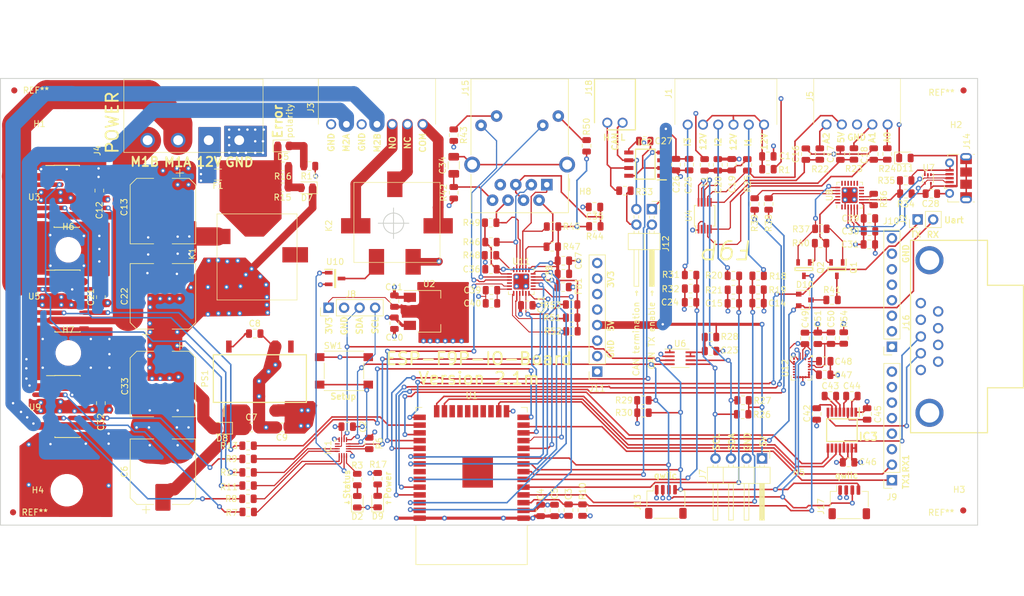
<source format=kicad_pcb>
(kicad_pcb (version 20171130) (host pcbnew "(5.1.2)-2")
  (layers (0 F.Cu mixed) (1 In1.Cu power) (2 In2.Cu power) (31 B.Cu signal) (35 F.Paste user) (36 B.SilkS user hide) (37 F.SilkS user) (38 B.Mask user hide) (39 F.Mask user) (44 Edge.Cuts user))
  (net 0 "")
  (net 1 GND)
  (net 2 /powerSupply/V_In_12V)
  (net 3 /motorDriverA/outB)
  (net 4 /motorDriverA/outA)
  (net 5 +3V3)
  (net 6 +12V)
  (net 7 "Net-(D2-Pad2)")
  (net 8 +5V)
  (net 9 /motorDriverA/PWM)
  (net 10 /motorDriverA/InB)
  (net 11 /motorDriverA/INA)
  (net 12 "Net-(U5-Pad13)")
  (net 13 "Net-(J5-Pad5)")
  (net 14 "Net-(J5-Pad4)")
  (net 15 "Net-(J5-Pad2)")
  (net 16 "Net-(C19-Pad1)")
  (net 17 /LAN8720/EMAC_RXD1:GPIO26)
  (net 18 /LAN8720/+3V3LAN)
  (net 19 "Net-(Q1-Pad2)")
  (net 20 "Net-(Q2-Pad1)")
  (net 21 "Net-(C1-Pad2)")
  (net 22 "Net-(IC1-Pad10)")
  (net 23 /sheet5C9DA53F/INA)
  (net 24 /M2_INA)
  (net 25 /M2_INB)
  (net 26 /sheet5C9DA53F/InB)
  (net 27 /sheet5C9DA53F/PWM)
  (net 28 /M2_PWM)
  (net 29 /ESP_EN)
  (net 30 /M1_INA)
  (net 31 "Net-(C50-Pad2)")
  (net 32 /LAN8720/EMAC_RX_CRS_DV:GPIO27)
  (net 33 /LAN8720/EMAC_RXD0:GPIO25)
  (net 34 "Net-(J15-PadL4)")
  (net 35 "Net-(R48-Pad2)")
  (net 36 "Net-(C35-Pad2)")
  (net 37 "Net-(J15-PadL2)")
  (net 38 "Net-(C34-Pad1)")
  (net 39 "Net-(Q1-Pad3)")
  (net 40 "Net-(D10-Pad3)")
  (net 41 /M1_PWM)
  (net 42 /usbUart/TX)
  (net 43 "Net-(R38-Pad2)")
  (net 44 "Net-(Q2-Pad2)")
  (net 45 "Net-(Q1-Pad1)")
  (net 46 "Net-(R36-Pad2)")
  (net 47 "Net-(R34-Pad1)")
  (net 48 "Net-(IC2-Pad7)")
  (net 49 /Input_3/output)
  (net 50 /Input_3/input)
  (net 51 /I2C_3_SDA)
  (net 52 /I2C_3_SCL)
  (net 53 "Net-(C23-Pad1)")
  (net 54 /I2C_5_SDA)
  (net 55 /I2C_5_SCL)
  (net 56 "Net-(R39-Pad2)")
  (net 57 /usbUart/RX)
  (net 58 /M1_INB)
  (net 59 "Net-(D5-Pad2)")
  (net 60 "Net-(D7-Pad2)")
  (net 61 "Net-(D5-Pad1)")
  (net 62 "Net-(D9-Pad2)")
  (net 63 /Input_1/input)
  (net 64 /Input_1/output)
  (net 65 /Input_2/output)
  (net 66 /Input_2/input)
  (net 67 "Net-(C18-Pad1)")
  (net 68 "Net-(J5-Pad1)")
  (net 69 "Net-(C17-Pad1)")
  (net 70 "Net-(C16-Pad1)")
  (net 71 /Relais/NC)
  (net 72 "Net-(K2-Pad4)")
  (net 73 /Relais/NO)
  (net 74 /Relais/COM)
  (net 75 /CAN_RXD)
  (net 76 /RXD01)
  (net 77 /TXD01)
  (net 78 "Net-(U1-Pad17)")
  (net 79 "Net-(U1-Pad18)")
  (net 80 "Net-(U1-Pad19)")
  (net 81 "Net-(U1-Pad20)")
  (net 82 "Net-(U1-Pad21)")
  (net 83 "Net-(U1-Pad22)")
  (net 84 /TXD02)
  (net 85 /RXD02)
  (net 86 /LAN8720/EMAC_CLK_OUT_180:GPIO17)
  (net 87 /CAN_TXD)
  (net 88 /LAN8720/EMAC_TXD0:GPIO19)
  (net 89 "Net-(U1-Pad32)")
  (net 90 /LAN8720/EMAC_TX_EN:GPIO21)
  (net 91 /LAN8720/EMAC_TXD1:GPIO22)
  (net 92 /LAN8720/MDC:GPIO23)
  (net 93 "Net-(J14-Pad4)")
  (net 94 "Net-(J14-Pad2)")
  (net 95 "Net-(J14-Pad3)")
  (net 96 /sheet5C9DA53F/outA)
  (net 97 /sheet5C9DA53F/outB)
  (net 98 "Net-(U9-Pad13)")
  (net 99 "Net-(U3-Pad13)")
  (net 100 "Net-(U4-Pad2)")
  (net 101 "Net-(C48-Pad2)")
  (net 102 "Net-(C47-Pad2)")
  (net 103 "Net-(U12-Pad9)")
  (net 104 "Net-(U12-Pad10)")
  (net 105 "Net-(U12-Pad11)")
  (net 106 "Net-(U12-Pad12)")
  (net 107 "Net-(U12-Pad13)")
  (net 108 "Net-(U8-Pad1)")
  (net 109 "Net-(U8-Pad10)")
  (net 110 "Net-(U8-Pad11)")
  (net 111 "Net-(U8-Pad12)")
  (net 112 "Net-(U8-Pad13)")
  (net 113 "Net-(U8-Pad14)")
  (net 114 "Net-(U8-Pad15)")
  (net 115 "Net-(U8-Pad16)")
  (net 116 "Net-(U8-Pad17)")
  (net 117 "Net-(U8-Pad18)")
  (net 118 "Net-(U8-Pad22)")
  (net 119 "Net-(U8-Pad24)")
  (net 120 "Net-(J15-PadR1)")
  (net 121 "Net-(U11-Pad14)")
  (net 122 "Net-(C39-Pad2)")
  (net 123 "Net-(U11-Pad4)")
  (net 124 "Net-(J15-PadL1)")
  (net 125 "Net-(J15-PadL3)")
  (net 126 /Relais/Enable)
  (net 127 "Net-(IC3-Pad13)")
  (net 128 "Net-(IC3-Pad10)")
  (net 129 "Net-(IC3-Pad8)")
  (net 130 "Net-(C42-Pad1)")
  (net 131 "Net-(C43-Pad1)")
  (net 132 "Net-(C43-Pad2)")
  (net 133 "Net-(C44-Pad1)")
  (net 134 "Net-(C45-Pad1)")
  (net 135 "Net-(C44-Pad2)")
  (net 136 "Net-(C8-Pad1)")
  (net 137 "Net-(PS1-Pad6)")
  (net 138 "Net-(C6-Pad1)")
  (net 139 "Net-(IC2-Pad6)")
  (net 140 "Net-(IC2-Pad1)")
  (net 141 "Net-(IC1-Pad1)")
  (net 142 "Net-(J15-PadR7)")
  (net 143 "Net-(C34-Pad2)")
  (net 144 /F9P/TX2)
  (net 145 "Net-(J9-Pad4)")
  (net 146 "Net-(J9-Pad5)")
  (net 147 "Net-(J9-Pad6)")
  (net 148 "Net-(J9-Pad7)")
  (net 149 "Net-(J9-Pad8)")
  (net 150 "Net-(J10-Pad8)")
  (net 151 "Net-(J10-Pad6)")
  (net 152 "Net-(J10-Pad5)")
  (net 153 "Net-(J10-Pad4)")
  (net 154 "Net-(J10-Pad3)")
  (net 155 "Net-(J10-Pad2)")
  (net 156 /F9P/RX2)
  (net 157 "Net-(J11-Pad1)")
  (net 158 "Net-(J11-Pad5)")
  (net 159 "Net-(J11-Pad6)")
  (net 160 "Net-(J11-Pad8)")
  (net 161 "Net-(J16-Pad1)")
  (net 162 "Net-(J16-Pad4)")
  (net 163 "Net-(J16-Pad6)")
  (net 164 "Net-(J16-Pad7)")
  (net 165 "Net-(J16-Pad8)")
  (net 166 "Net-(J16-Pad9)")
  (net 167 /LAN8720/RD-)
  (net 168 /LAN8720/TD-)
  (net 169 /LAN8720/RD+)
  (net 170 "Net-(IC1-Pad8)")
  (net 171 "Net-(IC1-Pad12)")
  (net 172 "Net-(J12-Pad4)")
  (net 173 "Net-(C28-Pad1)")
  (net 174 /LAN8720/MDIO)
  (net 175 /PHY_RST)
  (net 176 "Net-(K1-Pad5)")
  (net 177 /TXD03)
  (net 178 /RXD03)
  (module LED_SMD:LED_0805_2012Metric (layer F.Cu) (at 79.2353 106.7585 90)
    (fp_text reference D9 (at -2.4107 0.0127 180) (layer F.SilkS))
    (fp_text value LED/green)
    (pad 2 smd roundrect (at 0.9375 0 90) (size 0.975 1.4) (layers F.Cu F.Paste F.Mask) (net 62 "Net-(D9-Pad2)"))
    (pad 1 smd roundrect (at -0.9375 0 90) (size 0.975 1.4) (layers F.Cu F.Paste F.Mask) (net 1 GND))
  )
  (module LED_SMD:LED_0805_2012Metric (layer F.Cu) (at 75.8952 106.7816 90)
    (fp_text reference D2 (at -2.4384 0 180) (layer F.SilkS))
    (fp_text value LED/yellow)
    (pad 2 smd roundrect (at 0.9375 0 90) (size 0.975 1.4) (layers F.Cu F.Paste F.Mask) (net 7 "Net-(D2-Pad2)"))
    (pad 1 smd roundrect (at -0.9375 0 90) (size 0.975 1.4) (layers F.Cu F.Paste F.Mask) (net 1 GND))
  )
  (module LED_SMD:LED_0805_2012Metric (layer F.Cu) (at 63.8025 48.514)
    (fp_text reference D5 (at -0.0485 1.778) (layer F.SilkS))
    (fp_text value LED/red)
    (pad 2 smd roundrect (at 0.9375 0) (size 0.975 1.4) (layers F.Cu F.Paste F.Mask) (net 59 "Net-(D5-Pad2)"))
    (pad 1 smd roundrect (at -0.9375 0) (size 0.975 1.4) (layers F.Cu F.Paste F.Mask) (net 61 "Net-(D5-Pad1)"))
  )
  (module Fiducial:Fiducial_1mm_Dia_2mm_Outer (layer F.Cu) (at 175.17872 39.42588)
    (fp_text reference REF** (at -3.6068 0.3556) (layer F.SilkS))
    (fp_text value Fiducial_1mm_Dia_2mm_Outer)
    (pad "" smd circle (at 0 0) (size 1 1) (layers F.Cu F.Mask) (clearance 0.5))
  )
  (module Fiducial:Fiducial_1mm_Dia_2mm_Outer (layer F.Cu) (at 175.12792 108.20908)
    (fp_text reference REF** (at -3.6068 0.3556) (layer F.SilkS))
    (fp_text value Fiducial_1mm_Dia_2mm_Outer)
    (pad "" smd circle (at 0 0) (size 1 1) (layers F.Cu F.Mask) (clearance 0.5))
  )
  (module Fiducial:Fiducial_1mm_Dia_2mm_Outer (layer F.Cu) (at 19.52752 108.51388)
    (fp_text reference REF** (at 3.556 0) (layer F.SilkS))
    (fp_text value Fiducial_1mm_Dia_2mm_Outer)
    (pad "" smd circle (at 0 0) (size 1 1) (layers F.Cu F.Mask) (clearance 0.5))
  )
  (module Connector_PinHeader_2.54mm:PinHeader_1x02_P2.54mm_Vertical (layer F.Cu) (at 167.66032 60.55868 90)
    (fp_text reference J2 (at 0 -2.33 90) (layer F.SilkS))
    (fp_text value Conn_01x02_Male)
    (pad 1 thru_hole rect (at 0 0 90) (size 1.7 1.7) (drill 1) (layers *.Cu *.Mask) (net 177 /TXD03))
    (pad 2 thru_hole oval (at 0 2.54 90) (size 1.7 1.7) (drill 1) (layers *.Cu *.Mask) (net 178 /RXD03))
  )
  (module Connector_own:1814870 (layer F.Cu) (at 157.74416 41.656 180)
    (fp_text reference J5 (at 7.71652 1.24968 270) (layer F.SilkS) (effects (font (thickness 0.154))))
    (fp_text value PTSM-Header-Horizontal-5 hide)
    (pad 1 thru_hole circle (at -5 -3.35 180) (size 1.65 1.65) (drill 1.1) (layers *.Cu *.Mask) (net 68 "Net-(J5-Pad1)"))
    (pad 2 thru_hole circle (at -2.5 -3.35 180) (size 1.65 1.65) (drill 1.1) (layers *.Cu *.Mask) (net 15 "Net-(J5-Pad2)"))
    (pad 3 thru_hole circle (at 0 -3.35 180) (size 1.65 1.65) (drill 1.1) (layers *.Cu *.Mask) (net 1 GND))
    (pad 4 thru_hole circle (at 2.5 -3.35 180) (size 1.65 1.65) (drill 1.1) (layers *.Cu *.Mask) (net 14 "Net-(J5-Pad4)"))
    (pad 5 thru_hole circle (at 5 -3.35 180) (size 1.65 1.65) (drill 1.1) (layers *.Cu *.Mask) (net 13 "Net-(J5-Pad5)"))
  )
  (module Connector_own:1814883 (layer F.Cu) (at 136.25576 41.03116 180)
    (fp_text reference J1 (at 9.37768 1.10236 270) (layer F.SilkS) (effects (font (thickness 0.154))))
    (fp_text value PTSM-Header-Horizontal-6 hide)
    (pad 1 thru_hole circle (at -6.25 -4 180) (size 1.65 1.65) (drill 1.1) (layers *.Cu *.Mask) (net 21 "Net-(C1-Pad2)"))
    (pad 2 thru_hole circle (at -3.75 -4 180) (size 1.65 1.65) (drill 1.1) (layers *.Cu *.Mask) (net 63 /Input_1/input))
    (pad 3 thru_hole circle (at -1.25 -4 180) (size 1.65 1.65) (drill 1.1) (layers *.Cu *.Mask) (net 21 "Net-(C1-Pad2)"))
    (pad 4 thru_hole circle (at 1.25 -4 180) (size 1.65 1.65) (drill 1.1) (layers *.Cu *.Mask) (net 66 /Input_2/input))
    (pad 5 thru_hole circle (at 3.75 -4 180) (size 1.65 1.65) (drill 1.1) (layers *.Cu *.Mask) (net 21 "Net-(C1-Pad2)"))
    (pad 6 thru_hole circle (at 6.25 -4 180) (size 1.65 1.65) (drill 1.1) (layers *.Cu *.Mask) (net 50 /Input_3/input))
  )
  (module Connector_own:1814841 (layer F.Cu) (at 118.09476 41.26484)
    (fp_text reference J18 (at -4.28752 -2.23012 90) (layer F.SilkS) (effects (font (thickness 0.154))))
    (fp_text value PTSM-Header-Horizontal-2 hide)
    (pad 1 thru_hole circle (at -1.25 3.45) (size 1.65 1.65) (drill 1.1) (layers *.Cu *.Mask) (net 48 "Net-(IC2-Pad7)"))
    (pad 2 thru_hole circle (at 1.25 3.45) (size 1.65 1.65) (drill 1.1) (layers *.Cu *.Mask) (net 139 "Net-(IC2-Pad6)"))
  )
  (module Connector_own:1814896 (layer F.Cu) (at 78.867 41.97604 180)
    (fp_text reference J3 (at 10.58164 -0.29972 270) (layer F.SilkS) (effects (font (thickness 0.154))))
    (fp_text value PTSM-Header-Horizontal-7 hide)
    (pad 1 thru_hole circle (at -7.75 -3 180) (size 1.65 1.65) (drill 1.1) (layers *.Cu *.Mask) (net 74 /Relais/COM))
    (pad 2 thru_hole circle (at -5.25 -3 180) (size 1.65 1.65) (drill 1.1) (layers *.Cu *.Mask) (net 71 /Relais/NC))
    (pad 3 thru_hole circle (at -2.75 -3 180) (size 1.65 1.65) (drill 1.1) (layers *.Cu *.Mask) (net 73 /Relais/NO))
    (pad 4 thru_hole circle (at -0.25 -3 180) (size 1.65 1.65) (drill 1.1) (layers *.Cu *.Mask) (net 97 /sheet5C9DA53F/outB))
    (pad 5 thru_hole circle (at 2.25 -3 180) (size 1.65 1.65) (drill 1.1) (layers *.Cu *.Mask) (net 1 GND))
    (pad 6 thru_hole circle (at 4.75 -3 180) (size 1.65 1.65) (drill 1.1) (layers *.Cu *.Mask) (net 96 /sheet5C9DA53F/outA))
    (pad 7 thru_hole circle (at 7.25 -3 180) (size 1.65 1.65) (drill 1.1) (layers *.Cu *.Mask) (net 1 GND))
  )
  (module Connector_own:1836366 (layer F.Cu) (at 49.06264 43.0784 180)
    (fp_text reference J4 (at 15.73022 -6.21792 90) (layer F.SilkS) (effects (font (thickness 0.154))))
    (fp_text value CCA-Header-Horizontal-4 hide)
    (pad 4 thru_hole circle (at 7.5 -4.5 180) (size 2.4 2.4) (drill 1.6) (layers *.Cu *.Mask) (net 3 /motorDriverA/outB))
    (pad 3 thru_hole circle (at 2.5 -4.5 180) (size 2.4 2.4) (drill 1.6) (layers *.Cu *.Mask) (net 4 /motorDriverA/outA))
    (pad 2 thru_hole circle (at -2.5 -4.5 180) (size 2.4 2.4) (drill 1.6) (layers *.Cu *.Mask) (net 2 /powerSupply/V_In_12V))
    (pad 1 thru_hole circle (at -7.5 -4.5 180) (size 2.4 2.4) (drill 1.6) (layers *.Cu *.Mask) (net 1 GND))
  )
  (module ICs_own:Fuse_1206_3216Metric (layer F.Cu) (at 53.083 53.213 180)
    (fp_text reference F1 (at 0 -1.82 180) (layer F.SilkS))
    (fp_text value 12A/slow)
    (pad 2 smd roundrect (at 1.4 0 180) (size 1.25 1.75) (layers F.Cu F.Paste F.Mask) (roundrect_rratio 0.2) (net 2 /powerSupply/V_In_12V))
    (pad 1 smd roundrect (at -1.4 0 180) (size 1.25 1.75) (layers F.Cu F.Paste F.Mask) (roundrect_rratio 0.2) (net 61 "Net-(D5-Pad1)"))
  )
  (module Diode_SMD:D_0805_2012Metric (layer F.Cu) (at 67.6425 55.372 180)
    (fp_text reference D7 (at 0 -1.65 180) (layer F.SilkS))
    (fp_text value SD0805S020S1R0)
    (pad 2 smd roundrect (at 0.9375 0 180) (size 0.975 1.4) (layers F.Cu F.Paste F.Mask) (net 60 "Net-(D7-Pad2)"))
    (pad 1 smd roundrect (at -0.9375 0 180) (size 0.975 1.4) (layers F.Cu F.Paste F.Mask) (net 6 +12V))
  )
  (module Diode_SMD:D_0805_2012Metric (layer F.Cu) (at 53.7695 94.742 180)
    (fp_text reference D8 (at 0 -1.65 180) (layer F.SilkS))
    (fp_text value SD0805S020S1R0)
    (pad 2 smd roundrect (at 0.9375 0 180) (size 0.975 1.4) (layers F.Cu F.Paste F.Mask) (net 6 +12V))
    (pad 1 smd roundrect (at -0.9375 0 180) (size 0.975 1.4) (layers F.Cu F.Paste F.Mask) (net 138 "Net-(C6-Pad1)"))
  )
  (module Diode_SMD:D_0805_2012Metric (layer F.Cu) (at 165.57474 50.49012)
    (fp_text reference D11 (at 0.02818 1.69672 180) (layer F.SilkS))
    (fp_text value SD0805S020S1R0)
    (pad 2 smd roundrect (at 0.9375 0) (size 0.975 1.4) (layers F.Cu F.Paste F.Mask) (net 173 "Net-(C28-Pad1)"))
    (pad 1 smd roundrect (at -0.9375 0) (size 0.975 1.4) (layers F.Cu F.Paste F.Mask) (net 8 +5V))
  )
  (module Connector_own:LD09P33E4GV00LF (layer F.Cu) (at 179.10048 79.7306 90)
    (fp_text reference J16 (at 2.25552 -13.31976 270) (layer F.SilkS) (effects (font (thickness 0.154))))
    (fp_text value DB9_Male_MountingHoles hide)
    (pad 1 thru_hole circle (at -5.48 -10.92 90) (size 1.7 1.7) (drill 1.1) (layers *.Cu *.Mask) (net 161 "Net-(J16-Pad1)"))
    (pad 2 thru_hole circle (at -2.74 -10.92 90) (size 1.7 1.7) (drill 1.1) (layers *.Cu *.Mask) (net 129 "Net-(IC3-Pad8)"))
    (pad 3 thru_hole circle (at 0 -10.92 90) (size 1.7 1.7) (drill 1.1) (layers *.Cu *.Mask) (net 127 "Net-(IC3-Pad13)"))
    (pad 4 thru_hole circle (at 2.74 -10.92 90) (size 1.7 1.7) (drill 1.1) (layers *.Cu *.Mask) (net 162 "Net-(J16-Pad4)"))
    (pad 5 thru_hole circle (at 5.48 -10.92 90) (size 1.7 1.7) (drill 1.1) (layers *.Cu *.Mask) (net 1 GND))
    (pad 6 thru_hole circle (at -4.11 -8.08 90) (size 1.7 1.7) (drill 1.1) (layers *.Cu *.Mask) (net 163 "Net-(J16-Pad6)"))
    (pad 7 thru_hole circle (at -1.37 -8.08 90) (size 1.7 1.7) (drill 1.1) (layers *.Cu *.Mask) (net 164 "Net-(J16-Pad7)"))
    (pad 8 thru_hole circle (at 1.37 -8.08 90) (size 1.7 1.7) (drill 1.1) (layers *.Cu *.Mask) (net 165 "Net-(J16-Pad8)"))
    (pad 9 thru_hole circle (at 4.11 -8.08 90) (size 1.7 1.7) (drill 1.1) (layers *.Cu *.Mask) (net 166 "Net-(J16-Pad9)"))
    (pad 0 thru_hole circle (at -12.495 -9.5 90) (size 4.6 4.6) (drill 3.2) (layers *.Cu *.Mask) (net 1 GND))
    (pad 0 thru_hole circle (at 12.495 -9.5 90) (size 4.6 4.6) (drill 3.2) (layers *.Cu *.Mask) (net 1 GND))
  )
  (module Connector_own:USB_Micro-B_Molex-105017-0001 (layer F.Cu) (at 174.35322 53.79212 90)
    (fp_text reference J14 (at 6.02742 1.3589 90) (layer F.SilkS))
    (fp_text value USB_B_Micro)
    (pad 6 smd rect (at -2.9 1.2375 90) (size 1.2 1.9) (layers F.Cu F.Mask) (net 1 GND))
    (pad 6 smd rect (at 2.9 1.2375 90) (size 1.2 1.9) (layers F.Cu F.Mask) (net 1 GND))
    (pad 6 thru_hole oval (at 3.5 1.2375 90) (size 1.2 1.9) (drill oval 0.6 1.3) (layers *.Cu *.Mask) (net 1 GND))
    (pad 6 thru_hole oval (at -3.5 1.2375 270) (size 1.2 1.9) (drill oval 0.6 1.3) (layers *.Cu *.Mask) (net 1 GND))
    (pad 6 smd rect (at -1 1.2375 90) (size 1.5 1.9) (layers F.Cu F.Paste F.Mask) (net 1 GND))
    (pad 6 thru_hole circle (at 2.5 -1.4625 90) (size 1.45 1.45) (drill 0.85) (layers *.Cu *.Mask) (net 1 GND))
    (pad 3 smd rect (at 0 -1.4625 90) (size 0.4 1.35) (layers F.Cu F.Paste F.Mask) (net 95 "Net-(J14-Pad3)"))
    (pad 4 smd rect (at 0.65 -1.4625 90) (size 0.4 1.35) (layers F.Cu F.Paste F.Mask) (net 93 "Net-(J14-Pad4)"))
    (pad 5 smd rect (at 1.3 -1.4625 90) (size 0.4 1.35) (layers F.Cu F.Paste F.Mask) (net 1 GND))
    (pad 1 smd rect (at -1.3 -1.4625 90) (size 0.4 1.35) (layers F.Cu F.Paste F.Mask) (net 173 "Net-(C28-Pad1)"))
    (pad 2 smd rect (at -0.65 -1.4625 90) (size 0.4 1.35) (layers F.Cu F.Paste F.Mask) (net 94 "Net-(J14-Pad2)"))
    (pad 6 thru_hole circle (at -2.5 -1.4625 90) (size 1.45 1.45) (drill 0.85) (layers *.Cu *.Mask) (net 1 GND))
    (pad 6 smd rect (at 1 1.2375 90) (size 1.5 1.9) (layers F.Cu F.Paste F.Mask) (net 1 GND))
  )
  (module Connector_PinHeader_2.54mm:PinHeader_2x02_P2.54mm_Horizontal (layer F.Cu) (at 124.1425 58.8645 270)
    (fp_text reference J12 (at 5.655 -2.27 270) (layer F.SilkS))
    (fp_text value Conn_02x02_Odd_Even)
    (pad 4 thru_hole oval (at 2.54 2.54 270) (size 1.7 1.7) (drill 1) (layers *.Cu *.Mask) (net 172 "Net-(J12-Pad4)"))
    (pad 3 thru_hole oval (at 0 2.54 270) (size 1.7 1.7) (drill 1) (layers *.Cu *.Mask) (net 139 "Net-(IC2-Pad6)"))
    (pad 2 thru_hole oval (at 2.54 0 270) (size 1.7 1.7) (drill 1) (layers *.Cu *.Mask) (net 87 /CAN_TXD))
    (pad 1 thru_hole rect (at 0 0 270) (size 1.7 1.7) (drill 1) (layers *.Cu *.Mask) (net 140 "Net-(IC2-Pad1)"))
  )
  (module Package_TO_SOT_SMD:SOT-553 (layer F.Cu) (at 169.33672 53.91912 270)
    (fp_text reference U7 (at -1.8415 -0.127) (layer F.SilkS))
    (fp_text value TPD3E001DRLR)
    (pad 4 smd rect (at 0.7 0.5 270) (size 0.45 0.3) (layers F.Cu F.Paste F.Mask) (net 94 "Net-(J14-Pad2)"))
    (pad 2 smd rect (at -0.7 0 270) (size 0.45 0.3) (layers F.Cu F.Paste F.Mask) (net 95 "Net-(J14-Pad3)"))
    (pad 5 smd rect (at 0.7 -0.5 270) (size 0.45 0.3) (layers F.Cu F.Paste F.Mask) (net 173 "Net-(C28-Pad1)"))
    (pad 3 smd rect (at -0.7 0.5 270) (size 0.45 0.3) (layers F.Cu F.Paste F.Mask) (net 1 GND))
    (pad 1 smd rect (at -0.7 -0.5 270) (size 0.45 0.3) (layers F.Cu F.Paste F.Mask) (net 93 "Net-(J14-Pad4)"))
  )
  (module Connector_own:JST_SH_SM04B-SRSS-TB_1x04-1MP_P1.00mm_Horizontal (layer F.Cu) (at 156.464 106.8705)
    (fp_text reference J17 (at -4.6355 0.6985 90) (layer F.SilkS))
    (fp_text value "SM04B-SRSS-TB(LF)(SN)")
    (pad MP smd roundrect (at 2.8 1.875) (size 1.2 1.8) (layers F.Cu F.Paste F.Mask) (roundrect_rratio 0.208333))
    (pad MP smd roundrect (at -2.8 1.875) (size 1.2 1.8) (layers F.Cu F.Paste F.Mask) (roundrect_rratio 0.208333))
    (pad 4 smd roundrect (at 1.5 -2) (size 0.6 1.55) (layers F.Cu F.Paste F.Mask) (net 51 /I2C_3_SDA))
    (pad 3 smd roundrect (at 0.5 -2) (size 0.6 1.55) (layers F.Cu F.Paste F.Mask) (net 52 /I2C_3_SCL))
    (pad 2 smd roundrect (at -0.5 -2) (size 0.6 1.55) (layers F.Cu F.Paste F.Mask) (net 5 +3V3))
    (pad 1 smd roundrect (at -1.5 -2) (size 0.6 1.55) (layers F.Cu F.Paste F.Mask) (net 1 GND))
  )
  (module Connector_own:JST_SH_SM04B-SRSS-TB_1x04-1MP_P1.00mm_Horizontal (layer F.Cu) (at 126.4285 106.807)
    (fp_text reference J13 (at -4.6355 0.0635 90) (layer F.SilkS))
    (fp_text value "SM04B-SRSS-TB(LF)(SN)")
    (pad MP smd roundrect (at 2.8 1.875) (size 1.2 1.8) (layers F.Cu F.Paste F.Mask) (roundrect_rratio 0.208333))
    (pad MP smd roundrect (at -2.8 1.875) (size 1.2 1.8) (layers F.Cu F.Paste F.Mask) (roundrect_rratio 0.208333))
    (pad 4 smd roundrect (at 1.5 -2) (size 0.6 1.55) (layers F.Cu F.Paste F.Mask) (net 51 /I2C_3_SDA))
    (pad 3 smd roundrect (at 0.5 -2) (size 0.6 1.55) (layers F.Cu F.Paste F.Mask) (net 52 /I2C_3_SCL))
    (pad 2 smd roundrect (at -0.5 -2) (size 0.6 1.55) (layers F.Cu F.Paste F.Mask) (net 5 +3V3))
    (pad 1 smd roundrect (at -1.5 -2) (size 0.6 1.55) (layers F.Cu F.Paste F.Mask) (net 1 GND))
  )
  (module Connector_own:RJ45_Amphenol_RJMG1BD3B8K1ANR (layer F.Cu) (at 106.934 54.864 180)
    (fp_text reference J15 (at 13.335 15.8115 270) (layer F.SilkS))
    (fp_text value RJ45_Amphenol_RJMG1BD3B8K1ANR)
    (pad "" np_thru_hole circle (at 10.16 6.34 180) (size 3.25 3.25) (drill 3.25) (layers *.Cu *.Mask))
    (pad "" np_thru_hole circle (at -1.27 6.34 180) (size 3.25 3.25) (drill 3.25) (layers *.Cu *.Mask))
    (pad 13 thru_hole circle (at 12.22 3.29 180) (size 2.6 2.6) (drill 1.6) (layers *.Cu *.Mask) (net 143 "Net-(C34-Pad2)"))
    (pad 13 thru_hole circle (at -3.33 3.29 180) (size 2.6 2.6) (drill 1.6) (layers *.Cu *.Mask) (net 143 "Net-(C34-Pad2)"))
    (pad L4 thru_hole circle (at -1.88 11.24 180) (size 1.89 1.89) (drill 0.89) (layers *.Cu *.Mask) (net 34 "Net-(J15-PadL4)"))
    (pad L3 thru_hole circle (at 0.66 9.72 180) (size 1.89 1.89) (drill 0.89) (layers *.Cu *.Mask) (net 125 "Net-(J15-PadL3)"))
    (pad L2 thru_hole circle (at 8.23 11.24 180) (size 1.89 1.89) (drill 0.89) (layers *.Cu *.Mask) (net 37 "Net-(J15-PadL2)"))
    (pad L1 thru_hole circle (at 10.77 9.72 180) (size 1.89 1.89) (drill 0.89) (layers *.Cu *.Mask) (net 124 "Net-(J15-PadL1)"))
    (pad R8 thru_hole circle (at 8.89 -2.54 180) (size 1.9 1.9) (drill 0.9) (layers *.Cu *.Mask) (net 38 "Net-(C34-Pad1)"))
    (pad R7 thru_hole circle (at 7.62 0 180) (size 1.9 1.9) (drill 0.9) (layers *.Cu *.Mask) (net 142 "Net-(J15-PadR7)"))
    (pad R6 thru_hole circle (at 6.35 -2.54 180) (size 1.9 1.9) (drill 0.9) (layers *.Cu *.Mask) (net 167 /LAN8720/RD-))
    (pad R5 thru_hole circle (at 5.08 0 180) (size 1.9 1.9) (drill 0.9) (layers *.Cu *.Mask) (net 36 "Net-(C35-Pad2)"))
    (pad R4 thru_hole circle (at 3.81 -2.54 180) (size 1.9 1.9) (drill 0.9) (layers *.Cu *.Mask) (net 36 "Net-(C35-Pad2)"))
    (pad R3 thru_hole circle (at 2.54 0 180) (size 1.9 1.9) (drill 0.9) (layers *.Cu *.Mask) (net 169 /LAN8720/RD+))
    (pad R2 thru_hole circle (at 1.27 -2.54 180) (size 1.9 1.9) (drill 0.9) (layers *.Cu *.Mask) (net 168 /LAN8720/TD-))
    (pad R1 thru_hole rect (at 0 0 180) (size 1.9 1.9) (drill 0.9) (layers *.Cu *.Mask) (net 120 "Net-(J15-PadR1)"))
  )
  (module Connector_PinHeader_2.54mm:PinHeader_1x04_P2.54mm_Vertical (layer F.Cu) (at 71.1962 75.01636 90)
    (fp_text reference J8 (at 2.24536 3.6322 180) (layer F.SilkS))
    (fp_text value Conn_01x04_Male)
    (pad 4 thru_hole oval (at 0 7.62 90) (size 1.7 1.7) (drill 1) (layers *.Cu *.Mask) (net 52 /I2C_3_SCL))
    (pad 3 thru_hole oval (at 0 5.08 90) (size 1.7 1.7) (drill 1) (layers *.Cu *.Mask) (net 51 /I2C_3_SDA))
    (pad 2 thru_hole oval (at 0 2.54 90) (size 1.7 1.7) (drill 1) (layers *.Cu *.Mask) (net 1 GND))
    (pad 1 thru_hole rect (at 0 0 90) (size 1.7 1.7) (drill 1) (layers *.Cu *.Mask) (net 5 +3V3))
  )
  (module Connector_PinHeader_2.54mm:PinHeader_1x04_P2.54mm_Horizontal (layer F.Cu) (at 142.1765 99.695 270)
    (fp_text reference J7 (at 2.6035 9.7155 90) (layer F.SilkS))
    (fp_text value Conn_01x04_Male)
    (pad 4 thru_hole oval (at 0 7.62 270) (size 1.7 1.7) (drill 1) (layers *.Cu *.Mask) (net 55 /I2C_5_SCL))
    (pad 3 thru_hole oval (at 0 5.08 270) (size 1.7 1.7) (drill 1) (layers *.Cu *.Mask) (net 54 /I2C_5_SDA))
    (pad 2 thru_hole oval (at 0 2.54 270) (size 1.7 1.7) (drill 1) (layers *.Cu *.Mask) (net 1 GND))
    (pad 1 thru_hole rect (at 0 0 270) (size 1.7 1.7) (drill 1) (layers *.Cu *.Mask) (net 8 +5V))
  )
  (module MountingHole:MountingHole_3.2mm_M3_DIN965 (layer F.Cu) (at 115.16868 53.70576)
    (fp_text reference H8 (at -1.94564 2.27584 180) (layer F.SilkS))
    (fp_text value MountingHole)
    (pad 1 np_thru_hole circle (at 0 0) (size 3.2 3.2) (drill 3.2) (layers *.Cu *.Mask))
  )
  (module MountingHole:MountingHole_3.2mm_M3_DIN965 (layer F.Cu) (at 28.575 82.423)
    (fp_text reference H7 (at 0 -3.8) (layer F.SilkS))
    (fp_text value MountingHole)
    (pad 1 np_thru_hole circle (at 0 0) (size 3.2 3.2) (drill 3.2) (layers *.Cu *.Mask))
  )
  (module MountingHole:MountingHole_3.2mm_M3_DIN965 (layer F.Cu) (at 28.575 65.532)
    (fp_text reference H6 (at 0 -3.8) (layer F.SilkS))
    (fp_text value MountingHole)
    (pad 1 np_thru_hole circle (at 0 0) (size 3.2 3.2) (drill 3.2) (layers *.Cu *.Mask))
  )
  (module MountingHole:MountingHole_4.3mm_M4_DIN965 (layer F.Cu) (at 170.1165 104.902)
    (fp_text reference H3 (at 4.34594 -0.10668) (layer F.SilkS))
    (fp_text value MountingHole)
    (pad 1 np_thru_hole circle (at 0 0) (size 4.3 4.3) (drill 4.3) (layers *.Cu *.Mask))
  )
  (module MountingHole:MountingHole_4.3mm_M4_DIN965 (layer F.Cu) (at 28.321 104.902)
    (fp_text reference H4 (at -4.73456 -0.02032) (layer F.SilkS))
    (fp_text value MountingHole)
    (pad 1 np_thru_hole circle (at 0 0) (size 4.3 4.3) (drill 4.3) (layers *.Cu *.Mask))
  )
  (module MountingHole:MountingHole_4.3mm_M4_DIN965 (layer F.Cu) (at 28.5115 44.958)
    (fp_text reference H1 (at -4.67106 -0.05588) (layer F.SilkS))
    (fp_text value MountingHole)
    (pad 1 np_thru_hole circle (at 0 0) (size 4.3 4.3) (drill 4.3) (layers *.Cu *.Mask))
  )
  (module MountingHole:MountingHole_4.3mm_M4_DIN965 (layer F.Cu) (at 169.926 44.958)
    (fp_text reference H2 (at 4.02844 0.11176) (layer F.SilkS))
    (fp_text value MountingHole)
    (pad 1 np_thru_hole circle (at 0 0) (size 4.3 4.3) (drill 4.3) (layers *.Cu *.Mask))
  )
  (module Button_Switch_SMD:SW_SPST_PTS645 (layer F.Cu) (at 73.71588 85.3567 180)
    (fp_text reference SW1 (at 1.76276 4.12242) (layer F.SilkS))
    (fp_text value SW_Push)
    (pad 2 smd rect (at 3.98 2.25 180) (size 1.55 1.3) (layers F.Cu F.Paste F.Mask) (net 1 GND))
    (pad 1 smd rect (at 3.98 -2.25 180) (size 1.55 1.3) (layers F.Cu F.Paste F.Mask) (net 171 "Net-(IC1-Pad12)"))
    (pad 1 smd rect (at -3.98 -2.25 180) (size 1.55 1.3) (layers F.Cu F.Paste F.Mask) (net 171 "Net-(IC1-Pad12)"))
    (pad 2 smd rect (at -3.98 2.25 180) (size 1.55 1.3) (layers F.Cu F.Paste F.Mask) (net 1 GND))
  )
  (module Capacitor_SMD:CP_Elec_10x10.5 (layer F.Cu) (at 44.069 87.503 270)
    (fp_text reference C33 (at 0.381 6.223 270) (layer F.SilkS))
    (fp_text value 560u)
    (pad 2 smd roundrect (at 4.2 0 270) (size 4.4 2.5) (layers F.Cu F.Paste F.Mask) (roundrect_rratio 0.1) (net 1 GND))
    (pad 1 smd roundrect (at -4.2 0 270) (size 4.4 2.5) (layers F.Cu F.Paste F.Mask) (roundrect_rratio 0.1) (net 6 +12V))
  )
  (module Capacitor_SMD:CP_Elec_10x10.5 (layer F.Cu) (at 44.069 101.863 90)
    (fp_text reference C6 (at 0 -6.3 90) (layer F.SilkS))
    (fp_text value 560u)
    (pad 2 smd roundrect (at 4.2 0 90) (size 4.4 2.5) (layers F.Cu F.Paste F.Mask) (roundrect_rratio 0.1) (net 1 GND))
    (pad 1 smd roundrect (at -4.2 0 90) (size 4.4 2.5) (layers F.Cu F.Paste F.Mask) (roundrect_rratio 0.1) (net 138 "Net-(C6-Pad1)"))
  )
  (module Capacitor_SMD:CP_Elec_10x10.5 (layer F.Cu) (at 44.069 59.182 270)
    (fp_text reference C13 (at -0.635 6.35 270) (layer F.SilkS))
    (fp_text value 560u)
    (pad 2 smd roundrect (at 4.2 0 270) (size 4.4 2.5) (layers F.Cu F.Paste F.Mask) (roundrect_rratio 0.1) (net 1 GND))
    (pad 1 smd roundrect (at -4.2 0 270) (size 4.4 2.5) (layers F.Cu F.Paste F.Mask) (roundrect_rratio 0.1) (net 6 +12V))
  )
  (module Capacitor_SMD:CP_Elec_10x10.5 (layer F.Cu) (at 44.069 73.152 90)
    (fp_text reference C22 (at 0 -6.3 90) (layer F.SilkS))
    (fp_text value 560u)
    (pad 2 smd roundrect (at 4.2 0 90) (size 4.4 2.5) (layers F.Cu F.Paste F.Mask) (roundrect_rratio 0.1) (net 1 GND))
    (pad 1 smd roundrect (at -4.2 0 90) (size 4.4 2.5) (layers F.Cu F.Paste F.Mask) (roundrect_rratio 0.1) (net 6 +12V))
  )
  (module Capacitor_SMD:C_0805_2012Metric (layer F.Cu) (at 137.211978 51.596562 90)
    (fp_text reference C19 (at -3.203938 0.075022 90) (layer F.SilkS))
    (fp_text value 100n)
    (pad 2 smd roundrect (at 0.9375 0 90) (size 0.975 1.4) (layers F.Cu F.Paste F.Mask) (net 1 GND))
    (pad 1 smd roundrect (at -0.9375 0 90) (size 0.975 1.4) (layers F.Cu F.Paste F.Mask) (net 16 "Net-(C19-Pad1)"))
  )
  (module Capacitor_SMD:C_0805_2012Metric (layer F.Cu) (at 155.0035 49.8625 90)
    (fp_text reference C17 (at 0.015 -1.5875 90) (layer F.SilkS))
    (fp_text value 1n)
    (pad 2 smd roundrect (at 0.9375 0 90) (size 0.975 1.4) (layers F.Cu F.Paste F.Mask) (net 1 GND))
    (pad 1 smd roundrect (at -0.9375 0 90) (size 0.975 1.4) (layers F.Cu F.Paste F.Mask) (net 69 "Net-(C17-Pad1)"))
  )
  (module Capacitor_SMD:C_0805_2012Metric (layer F.Cu) (at 149.352 49.8625 90)
    (fp_text reference C16 (at 0.015 -1.651 90) (layer F.SilkS))
    (fp_text value 1n)
    (pad 2 smd roundrect (at 0.9375 0 90) (size 0.975 1.4) (layers F.Cu F.Paste F.Mask) (net 1 GND))
    (pad 1 smd roundrect (at -0.9375 0 90) (size 0.975 1.4) (layers F.Cu F.Paste F.Mask) (net 70 "Net-(C16-Pad1)"))
  )
  (module Capacitor_SMD:C_0805_2012Metric (layer F.Cu) (at 137.4775 74.295 180)
    (fp_text reference C15 (at 3.175 0 180) (layer F.SilkS))
    (fp_text value 1n)
    (pad 2 smd roundrect (at 0.9375 0 180) (size 0.975 1.4) (layers F.Cu F.Paste F.Mask) (net 1 GND))
    (pad 1 smd roundrect (at -0.9375 0 180) (size 0.975 1.4) (layers F.Cu F.Paste F.Mask) (net 65 /Input_2/output))
  )
  (module Capacitor_SMD:C_0805_2012Metric (layer F.Cu) (at 141.527998 74.258118)
    (fp_text reference C14 (at 3.118501 0.013499) (layer F.SilkS))
    (fp_text value 1n)
    (pad 2 smd roundrect (at 0.9375 0) (size 0.975 1.4) (layers F.Cu F.Paste F.Mask) (net 1 GND))
    (pad 1 smd roundrect (at -0.9375 0) (size 0.975 1.4) (layers F.Cu F.Paste F.Mask) (net 64 /Input_1/output))
  )
  (module Capacitor_SMD:C_0805_2012Metric (layer F.Cu) (at 81.9785 73.929 90)
    (fp_text reference C11 (at 2.301 -0.0635 180) (layer F.SilkS))
    (fp_text value 22u)
    (pad 2 smd roundrect (at 0.9375 0 90) (size 0.975 1.4) (layers F.Cu F.Paste F.Mask) (net 1 GND))
    (pad 1 smd roundrect (at -0.9375 0 90) (size 0.975 1.4) (layers F.Cu F.Paste F.Mask) (net 5 +3V3))
  )
  (module Capacitor_SMD:C_0805_2012Metric (layer F.Cu) (at 81.9785 77.5485 270)
    (fp_text reference C10 (at 2.3345 0) (layer F.SilkS))
    (fp_text value 10u)
    (pad 2 smd roundrect (at 0.9375 0 270) (size 0.975 1.4) (layers F.Cu F.Paste F.Mask) (net 1 GND))
    (pad 1 smd roundrect (at -0.9375 0 270) (size 0.975 1.4) (layers F.Cu F.Paste F.Mask) (net 8 +5V))
  )
  (module Capacitor_SMD:C_0805_2012Metric (layer F.Cu) (at 63.5485 94.615 180)
    (fp_text reference C9 (at 0 -1.65 180) (layer F.SilkS))
    (fp_text value 22u)
    (pad 2 smd roundrect (at 0.9375 0 180) (size 0.975 1.4) (layers F.Cu F.Paste F.Mask) (net 1 GND))
    (pad 1 smd roundrect (at -0.9375 0 180) (size 0.975 1.4) (layers F.Cu F.Paste F.Mask) (net 8 +5V))
  )
  (module Capacitor_SMD:C_0805_2012Metric (layer F.Cu) (at 59.1035 79.248)
    (fp_text reference C8 (at 0 -1.65) (layer F.SilkS))
    (fp_text value 100n)
    (pad 2 smd roundrect (at 0.9375 0) (size 0.975 1.4) (layers F.Cu F.Paste F.Mask) (net 1 GND))
    (pad 1 smd roundrect (at -0.9375 0) (size 0.975 1.4) (layers F.Cu F.Paste F.Mask) (net 136 "Net-(C8-Pad1)"))
  )
  (module Capacitor_SMD:C_0805_2012Metric (layer F.Cu) (at 58.547 94.615)
    (fp_text reference C7 (at 0 -1.65) (layer F.SilkS))
    (fp_text value 10u)
    (pad 2 smd roundrect (at 0.9375 0) (size 0.975 1.4) (layers F.Cu F.Paste F.Mask) (net 1 GND))
    (pad 1 smd roundrect (at -0.9375 0) (size 0.975 1.4) (layers F.Cu F.Paste F.Mask) (net 138 "Net-(C6-Pad1)"))
  )
  (module Capacitor_SMD:C_0805_2012Metric (layer F.Cu) (at 108.204 108.204 270)
    (fp_text reference C5 (at -2.7455 0 270) (layer F.SilkS))
    (fp_text value 22u)
    (pad 2 smd roundrect (at 0.9375 0 270) (size 0.975 1.4) (layers F.Cu F.Paste F.Mask) (net 1 GND))
    (pad 1 smd roundrect (at -0.9375 0 270) (size 0.975 1.4) (layers F.Cu F.Paste F.Mask) (net 5 +3V3))
  )
  (module Capacitor_SMD:C_0805_2012Metric (layer F.Cu) (at 110.49 108.1555 270)
    (fp_text reference C3 (at -2.6185 0 270) (layer F.SilkS))
    (fp_text value 100n)
    (pad 2 smd roundrect (at 0.9375 0 270) (size 0.975 1.4) (layers F.Cu F.Paste F.Mask) (net 1 GND))
    (pad 1 smd roundrect (at -0.9375 0 270) (size 0.975 1.4) (layers F.Cu F.Paste F.Mask) (net 29 /ESP_EN))
  )
  (module Capacitor_SMD:C_0805_2012Metric (layer F.Cu) (at 160.4645 49.8475 90)
    (fp_text reference C18 (at -0.1905 -1.524 90) (layer F.SilkS))
    (fp_text value 1n)
    (pad 2 smd roundrect (at 0.9375 0 90) (size 0.975 1.4) (layers F.Cu F.Paste F.Mask) (net 1 GND))
    (pad 1 smd roundrect (at -0.9375 0 90) (size 0.975 1.4) (layers F.Cu F.Paste F.Mask) (net 67 "Net-(C18-Pad1)"))
  )
  (module Capacitor_SMD:C_0805_2012Metric (layer F.Cu) (at 134.9375 51.6105 90)
    (fp_text reference C20 (at -3.282438 0.075022 90) (layer F.SilkS))
    (fp_text value 22u)
    (pad 2 smd roundrect (at 0.9375 0 90) (size 0.975 1.4) (layers F.Cu F.Paste F.Mask) (net 1 GND))
    (pad 1 smd roundrect (at -0.9375 0 90) (size 0.975 1.4) (layers F.Cu F.Paste F.Mask) (net 16 "Net-(C19-Pad1)"))
  )
  (module Capacitor_SMD:C_0805_2012Metric (layer F.Cu) (at 33.909 73.279 90)
    (fp_text reference C21 (at 0 -1.65 90) (layer F.SilkS))
    (fp_text value 100n)
    (pad 2 smd roundrect (at 0.9375 0 90) (size 0.975 1.4) (layers F.Cu F.Paste F.Mask) (net 1 GND))
    (pad 1 smd roundrect (at -0.9375 0 90) (size 0.975 1.4) (layers F.Cu F.Paste F.Mask) (net 6 +12V))
  )
  (module Capacitor_SMD:C_0805_2012Metric (layer F.Cu) (at 133.751501 82.102001)
    (fp_text reference C23 (at 3.090999 -0.123501) (layer F.SilkS))
    (fp_text value 1n)
    (pad 2 smd roundrect (at 0.9375 0) (size 0.975 1.4) (layers F.Cu F.Paste F.Mask) (net 1 GND))
    (pad 1 smd roundrect (at -0.9375 0) (size 0.975 1.4) (layers F.Cu F.Paste F.Mask) (net 53 "Net-(C23-Pad1)"))
  )
  (module Capacitor_SMD:C_0805_2012Metric (layer F.Cu) (at 130.46686 74.1172 180)
    (fp_text reference C24 (at 3.3655 0 180) (layer F.SilkS))
    (fp_text value 1n)
    (pad 2 smd roundrect (at 0.9375 0 180) (size 0.975 1.4) (layers F.Cu F.Paste F.Mask) (net 1 GND))
    (pad 1 smd roundrect (at -0.9375 0 180) (size 0.975 1.4) (layers F.Cu F.Paste F.Mask) (net 49 /Input_3/output))
  )
  (module Capacitor_SMD:C_0805_2012Metric (layer F.Cu) (at 130.2385 51.577 270)
    (fp_text reference C25 (at 3.3505 0.127 270) (layer F.SilkS))
    (fp_text value 22u)
    (pad 2 smd roundrect (at 0.9375 0 270) (size 0.975 1.4) (layers F.Cu F.Paste F.Mask) (net 1 GND))
    (pad 1 smd roundrect (at -0.9375 0 270) (size 0.975 1.4) (layers F.Cu F.Paste F.Mask) (net 8 +5V))
  )
  (module Capacitor_SMD:C_0805_2012Metric (layer F.Cu) (at 128.0795 51.577 270)
    (fp_text reference C26 (at 3.2235 -0.0635 270) (layer F.SilkS))
    (fp_text value 100n)
    (pad 2 smd roundrect (at 0.9375 0 270) (size 0.975 1.4) (layers F.Cu F.Paste F.Mask) (net 1 GND))
    (pad 1 smd roundrect (at -0.9375 0 270) (size 0.975 1.4) (layers F.Cu F.Paste F.Mask) (net 8 +5V))
  )
  (module Capacitor_SMD:C_0805_2012Metric (layer F.Cu) (at 122.96926 47.71136 180)
    (fp_text reference C27 (at -3.09094 -0.00508 180) (layer F.SilkS))
    (fp_text value 100n)
    (pad 2 smd roundrect (at 0.9375 0 180) (size 0.975 1.4) (layers F.Cu F.Paste F.Mask) (net 5 +3V3))
    (pad 1 smd roundrect (at -0.9375 0 180) (size 0.975 1.4) (layers F.Cu F.Paste F.Mask) (net 1 GND))
  )
  (module Capacitor_SMD:C_0805_2012Metric (layer F.Cu) (at 169.90822 56.33212)
    (fp_text reference C28 (at -0.127 1.651) (layer F.SilkS))
    (fp_text value 100n)
    (pad 2 smd roundrect (at 0.9375 0) (size 0.975 1.4) (layers F.Cu F.Paste F.Mask) (net 1 GND))
    (pad 1 smd roundrect (at -0.9375 0) (size 0.975 1.4) (layers F.Cu F.Paste F.Mask) (net 173 "Net-(C28-Pad1)"))
  )
  (module Capacitor_SMD:C_0805_2012Metric (layer F.Cu) (at 159.766 60.3885 180)
    (fp_text reference C29 (at 3.1115 0 180) (layer F.SilkS))
    (fp_text value 100n)
    (pad 2 smd roundrect (at 0.9375 0 180) (size 0.975 1.4) (layers F.Cu F.Paste F.Mask) (net 5 +3V3))
    (pad 1 smd roundrect (at -0.9375 0 180) (size 0.975 1.4) (layers F.Cu F.Paste F.Mask) (net 1 GND))
  )
  (module Capacitor_SMD:C_0805_2012Metric (layer F.Cu) (at 159.781 62.484 180)
    (fp_text reference C30 (at 3.1265 0 180) (layer F.SilkS))
    (fp_text value 100n)
    (pad 2 smd roundrect (at 0.9375 0 180) (size 0.975 1.4) (layers F.Cu F.Paste F.Mask) (net 5 +3V3))
    (pad 1 smd roundrect (at -0.9375 0 180) (size 0.975 1.4) (layers F.Cu F.Paste F.Mask) (net 1 GND))
  )
  (module Capacitor_SMD:C_0805_2012Metric (layer F.Cu) (at 159.751 64.643 180)
    (fp_text reference C31 (at 3.16 0 180) (layer F.SilkS))
    (fp_text value 2.2u)
    (pad 2 smd roundrect (at 0.9375 0 180) (size 0.975 1.4) (layers F.Cu F.Paste F.Mask) (net 5 +3V3))
    (pad 1 smd roundrect (at -0.9375 0 180) (size 0.975 1.4) (layers F.Cu F.Paste F.Mask) (net 1 GND))
  )
  (module Capacitor_SMD:C_0805_2012Metric (layer F.Cu) (at 33.909 90.6295 90)
    (fp_text reference C32 (at -3.0965 0 90) (layer F.SilkS))
    (fp_text value 100n)
    (pad 2 smd roundrect (at 0.9375 0 90) (size 0.975 1.4) (layers F.Cu F.Paste F.Mask) (net 1 GND))
    (pad 1 smd roundrect (at -0.9375 0 90) (size 0.975 1.4) (layers F.Cu F.Paste F.Mask) (net 6 +12V))
  )
  (module Capacitor_SMD:C_0805_2012Metric (layer F.Cu) (at 74.2465 94.488)
    (fp_text reference C2 (at 2.5885 0 90) (layer F.SilkS))
    (fp_text value 100n)
    (pad 2 smd roundrect (at 0.9375 0) (size 0.975 1.4) (layers F.Cu F.Paste F.Mask) (net 1 GND))
    (pad 1 smd roundrect (at -0.9375 0) (size 0.975 1.4) (layers F.Cu F.Paste F.Mask) (net 5 +3V3))
  )
  (module Capacitor_SMD:C_0805_2012Metric (layer F.Cu) (at 105.918 108.204 270)
    (fp_text reference C4 (at -2.6185 0 270) (layer F.SilkS))
    (fp_text value 100n)
    (pad 2 smd roundrect (at 0.9375 0 270) (size 0.975 1.4) (layers F.Cu F.Paste F.Mask) (net 1 GND))
    (pad 1 smd roundrect (at -0.9375 0 270) (size 0.975 1.4) (layers F.Cu F.Paste F.Mask) (net 5 +3V3))
  )
  (module Capacitor_SMD:C_0805_2012Metric (layer F.Cu) (at 156.352 100.33 180)
    (fp_text reference C46 (at -3.16 0.0635 180) (layer F.SilkS))
    (fp_text value 100n)
    (pad 2 smd roundrect (at 0.9375 0 180) (size 0.975 1.4) (layers F.Cu F.Paste F.Mask) (net 1 GND))
    (pad 1 smd roundrect (at -0.9375 0 180) (size 0.975 1.4) (layers F.Cu F.Paste F.Mask) (net 5 +3V3))
  )
  (module Capacitor_SMD:C_0805_2012Metric (layer F.Cu) (at 159.385 92.4075 90)
    (fp_text reference C45 (at -0.0485 1.778 90) (layer F.SilkS))
    (fp_text value 100n)
    (pad 2 smd roundrect (at 0.9375 0 90) (size 0.975 1.4) (layers F.Cu F.Paste F.Mask) (net 1 GND))
    (pad 1 smd roundrect (at -0.9375 0 90) (size 0.975 1.4) (layers F.Cu F.Paste F.Mask) (net 134 "Net-(C45-Pad1)"))
  )
  (module Capacitor_SMD:C_0805_2012Metric (layer F.Cu) (at 156.8935 89.4715)
    (fp_text reference C44 (at 0 -1.65) (layer F.SilkS))
    (fp_text value 100n)
    (pad 2 smd roundrect (at 0.9375 0) (size 0.975 1.4) (layers F.Cu F.Paste F.Mask) (net 135 "Net-(C44-Pad2)"))
    (pad 1 smd roundrect (at -0.9375 0) (size 0.975 1.4) (layers F.Cu F.Paste F.Mask) (net 133 "Net-(C44-Pad1)"))
  )
  (module Capacitor_SMD:C_0805_2012Metric (layer F.Cu) (at 153.3675 89.4715)
    (fp_text reference C43 (at 0 -1.65) (layer F.SilkS))
    (fp_text value 100n)
    (pad 2 smd roundrect (at 0.9375 0) (size 0.975 1.4) (layers F.Cu F.Paste F.Mask) (net 132 "Net-(C43-Pad2)"))
    (pad 1 smd roundrect (at -0.9375 0) (size 0.975 1.4) (layers F.Cu F.Paste F.Mask) (net 131 "Net-(C43-Pad1)"))
  )
  (module Capacitor_SMD:C_0805_2012Metric (layer F.Cu) (at 152.43326 85.98916 180)
    (fp_text reference C47 (at -3.063 -0.0635 180) (layer F.SilkS))
    (fp_text value 10n)
    (pad 2 smd roundrect (at 0.9375 0 180) (size 0.975 1.4) (layers F.Cu F.Paste F.Mask) (net 102 "Net-(C47-Pad2)"))
    (pad 1 smd roundrect (at -0.9375 0 180) (size 0.975 1.4) (layers F.Cu F.Paste F.Mask) (net 1 GND))
  )
  (module Capacitor_SMD:C_0805_2012Metric (layer F.Cu) (at 103.647 74.6125 180)
    (fp_text reference C41 (at -2.3645 0.127 270) (layer F.SilkS))
    (fp_text value 100n)
    (pad 2 smd roundrect (at 0.9375 0 180) (size 0.975 1.4) (layers F.Cu F.Paste F.Mask) (net 5 +3V3))
    (pad 1 smd roundrect (at -0.9375 0 180) (size 0.975 1.4) (layers F.Cu F.Paste F.Mask) (net 1 GND))
  )
  (module Capacitor_SMD:C_0805_2012Metric (layer F.Cu) (at 97.8685 74.295)
    (fp_text reference C40 (at -3.1265 0) (layer F.SilkS))
    (fp_text value 2.2u)
    (pad 2 smd roundrect (at 0.9375 0) (size 0.975 1.4) (layers F.Cu F.Paste F.Mask) (net 122 "Net-(C39-Pad2)"))
    (pad 1 smd roundrect (at -0.9375 0) (size 0.975 1.4) (layers F.Cu F.Paste F.Mask) (net 1 GND))
  )
  (module Capacitor_SMD:C_0805_2012Metric (layer F.Cu) (at 97.8685 72.136)
    (fp_text reference C39 (at -3.1265 0) (layer F.SilkS))
    (fp_text value 100n)
    (pad 2 smd roundrect (at 0.9375 0) (size 0.975 1.4) (layers F.Cu F.Paste F.Mask) (net 122 "Net-(C39-Pad2)"))
    (pad 1 smd roundrect (at -0.9375 0) (size 0.975 1.4) (layers F.Cu F.Paste F.Mask) (net 1 GND))
  )
  (module Capacitor_SMD:C_0805_2012Metric (layer F.Cu) (at 109.6495 69.469)
    (fp_text reference C38 (at -2.3345 0 270) (layer F.SilkS))
    (fp_text value 100n)
    (pad 2 smd roundrect (at 0.9375 0) (size 0.975 1.4) (layers F.Cu F.Paste F.Mask) (net 1 GND))
    (pad 1 smd roundrect (at -0.9375 0) (size 0.975 1.4) (layers F.Cu F.Paste F.Mask) (net 18 /LAN8720/+3V3LAN))
  )
  (module Capacitor_SMD:C_0805_2012Metric (layer F.Cu) (at 109.6495 67.31)
    (fp_text reference C37 (at 2.4915 0 90) (layer F.SilkS))
    (fp_text value 22u)
    (pad 2 smd roundrect (at 0.9375 0) (size 0.975 1.4) (layers F.Cu F.Paste F.Mask) (net 1 GND))
    (pad 1 smd roundrect (at -0.9375 0) (size 0.975 1.4) (layers F.Cu F.Paste F.Mask) (net 18 /LAN8720/+3V3LAN))
  )
  (module Capacitor_SMD:C_0805_2012Metric (layer F.Cu) (at 97.79 68.707 180)
    (fp_text reference C36 (at 3.175 0 180) (layer F.SilkS))
    (fp_text value 100n)
    (pad 2 smd roundrect (at 0.9375 0 180) (size 0.975 1.4) (layers F.Cu F.Paste F.Mask) (net 1 GND))
    (pad 1 smd roundrect (at -0.9375 0 180) (size 0.975 1.4) (layers F.Cu F.Paste F.Mask) (net 18 /LAN8720/+3V3LAN))
  )
  (module Capacitor_SMD:C_0805_2012Metric (layer F.Cu) (at 114.748311 58.514999)
    (fp_text reference C35 (at 0.0485 1.524) (layer F.SilkS))
    (fp_text value 100n)
    (pad 2 smd roundrect (at 0.9375 0) (size 0.975 1.4) (layers F.Cu F.Paste F.Mask) (net 36 "Net-(C35-Pad2)"))
    (pad 1 smd roundrect (at -0.9375 0) (size 0.975 1.4) (layers F.Cu F.Paste F.Mask) (net 1 GND))
  )
  (module Capacitor_SMD:C_0805_2012Metric (layer F.Cu) (at 151.13 92.4075 270)
    (fp_text reference C42 (at -0.0785 1.5875 270) (layer F.SilkS))
    (fp_text value 100n)
    (pad 2 smd roundrect (at 0.9375 0 270) (size 0.975 1.4) (layers F.Cu F.Paste F.Mask) (net 1 GND))
    (pad 1 smd roundrect (at -0.9375 0 270) (size 0.975 1.4) (layers F.Cu F.Paste F.Mask) (net 130 "Net-(C42-Pad1)"))
  )
  (module Capacitor_SMD:C_0805_2012Metric (layer F.Cu) (at 152.44826 83.76666 180)
    (fp_text reference C48 (at -3.063 -0.0635 180) (layer F.SilkS))
    (fp_text value 100n)
    (pad 2 smd roundrect (at 0.9375 0 180) (size 0.975 1.4) (layers F.Cu F.Paste F.Mask) (net 101 "Net-(C48-Pad2)"))
    (pad 1 smd roundrect (at -0.9375 0 180) (size 0.975 1.4) (layers F.Cu F.Paste F.Mask) (net 1 GND))
  )
  (module Capacitor_SMD:C_0805_2012Metric (layer F.Cu) (at 33.655 55.8315 90)
    (fp_text reference C12 (at -3.2235 0 270) (layer F.SilkS))
    (fp_text value 100n)
    (pad 2 smd roundrect (at 0.9375 0 90) (size 0.975 1.4) (layers F.Cu F.Paste F.Mask) (net 1 GND))
    (pad 1 smd roundrect (at -0.9375 0 90) (size 0.975 1.4) (layers F.Cu F.Paste F.Mask) (net 6 +12V))
  )
  (module Capacitor_SMD:C_0805_2012Metric (layer F.Cu) (at 143.129 50.2285 180)
    (fp_text reference C1 (at -2.794 0.0635 180) (layer F.SilkS))
    (fp_text value 100n)
    (pad 2 smd roundrect (at 0.9375 0 180) (size 0.975 1.4) (layers F.Cu F.Paste F.Mask) (net 21 "Net-(C1-Pad2)"))
    (pad 1 smd roundrect (at -0.9375 0 180) (size 0.975 1.4) (layers F.Cu F.Paste F.Mask) (net 1 GND))
  )
  (module Capacitor_SMD:C_0805_2012Metric (layer F.Cu) (at 149.20976 80.03516 270)
    (fp_text reference C49 (at -3.1265 -0.0635 270) (layer F.SilkS))
    (fp_text value 100n)
    (pad 2 smd roundrect (at 0.9375 0 270) (size 0.975 1.4) (layers F.Cu F.Paste F.Mask) (net 5 +3V3))
    (pad 1 smd roundrect (at -0.9375 0 270) (size 0.975 1.4) (layers F.Cu F.Paste F.Mask) (net 1 GND))
  )
  (module Capacitor_SMD:C_0805_2012Metric (layer F.Cu) (at 151.30526 80.017565 270)
    (fp_text reference C51 (at -3.176663 -0.023031 270) (layer F.SilkS))
    (fp_text value 100n)
    (pad 2 smd roundrect (at 0.9375 0 270) (size 0.975 1.4) (layers F.Cu F.Paste F.Mask) (net 31 "Net-(C50-Pad2)"))
    (pad 1 smd roundrect (at -0.9375 0 270) (size 0.975 1.4) (layers F.Cu F.Paste F.Mask) (net 1 GND))
  )
  (module Capacitor_SMD:C_0805_2012Metric (layer F.Cu) (at 153.46426 80.000902 270)
    (fp_text reference C50 (at -3.146663 -0.023031 270) (layer F.SilkS))
    (fp_text value 10u)
    (pad 2 smd roundrect (at 0.9375 0 270) (size 0.975 1.4) (layers F.Cu F.Paste F.Mask) (net 31 "Net-(C50-Pad2)"))
    (pad 1 smd roundrect (at -0.9375 0 270) (size 0.975 1.4) (layers F.Cu F.Paste F.Mask) (net 1 GND))
  )
  (module Capacitor_SMD:C_1206_3216Metric (layer F.Cu) (at 91.694 51.686 90)
    (fp_text reference C34 (at 0 -1.82 90) (layer F.SilkS))
    (fp_text value 1n/2000V)
    (pad 2 smd roundrect (at 1.4 0 90) (size 1.25 1.75) (layers F.Cu F.Paste F.Mask) (roundrect_rratio 0.2) (net 143 "Net-(C34-Pad2)"))
    (pad 1 smd roundrect (at -1.4 0 90) (size 1.25 1.75) (layers F.Cu F.Paste F.Mask) (roundrect_rratio 0.2) (net 38 "Net-(C34-Pad1)"))
  )
  (module Connector_PinSocket_2.54mm:PinSocket_1x08_P2.54mm_Vertical (layer F.Cu) (at 115.189 85.471 180)
    (fp_text reference J11 (at 0 -2.77 180) (layer F.SilkS))
    (fp_text value Conn_01x08_Female)
    (pad 8 thru_hole oval (at 0 17.78 180) (size 1.7 1.7) (drill 1) (layers *.Cu *.Mask) (net 160 "Net-(J11-Pad8)"))
    (pad 7 thru_hole oval (at 0 15.24 180) (size 1.7 1.7) (drill 1) (layers *.Cu *.Mask) (net 5 +3V3))
    (pad 6 thru_hole oval (at 0 12.7 180) (size 1.7 1.7) (drill 1) (layers *.Cu *.Mask) (net 159 "Net-(J11-Pad6)"))
    (pad 5 thru_hole oval (at 0 10.16 180) (size 1.7 1.7) (drill 1) (layers *.Cu *.Mask) (net 158 "Net-(J11-Pad5)"))
    (pad 4 thru_hole oval (at 0 7.62 180) (size 1.7 1.7) (drill 1) (layers *.Cu *.Mask) (net 8 +5V))
    (pad 3 thru_hole oval (at 0 5.08 180) (size 1.7 1.7) (drill 1) (layers *.Cu *.Mask) (net 1 GND))
    (pad 2 thru_hole oval (at 0 2.54 180) (size 1.7 1.7) (drill 1) (layers *.Cu *.Mask) (net 1 GND))
    (pad 1 thru_hole rect (at 0 0 180) (size 1.7 1.7) (drill 1) (layers *.Cu *.Mask) (net 157 "Net-(J11-Pad1)"))
  )
  (module Connector_PinSocket_2.54mm:PinSocket_1x08_P2.54mm_Vertical (layer F.Cu) (at 163.449 81.407 180)
    (fp_text reference J10 (at 0.127 20.574 180) (layer F.SilkS))
    (fp_text value Conn_01x08_Female)
    (pad 8 thru_hole oval (at 0 17.78 180) (size 1.7 1.7) (drill 1) (layers *.Cu *.Mask) (net 150 "Net-(J10-Pad8)"))
    (pad 7 thru_hole oval (at 0 15.24 180) (size 1.7 1.7) (drill 1) (layers *.Cu *.Mask) (net 1 GND))
    (pad 6 thru_hole oval (at 0 12.7 180) (size 1.7 1.7) (drill 1) (layers *.Cu *.Mask) (net 151 "Net-(J10-Pad6)"))
    (pad 5 thru_hole oval (at 0 10.16 180) (size 1.7 1.7) (drill 1) (layers *.Cu *.Mask) (net 152 "Net-(J10-Pad5)"))
    (pad 4 thru_hole oval (at 0 7.62 180) (size 1.7 1.7) (drill 1) (layers *.Cu *.Mask) (net 153 "Net-(J10-Pad4)"))
    (pad 3 thru_hole oval (at 0 5.08 180) (size 1.7 1.7) (drill 1) (layers *.Cu *.Mask) (net 154 "Net-(J10-Pad3)"))
    (pad 2 thru_hole oval (at 0 2.54 180) (size 1.7 1.7) (drill 1) (layers *.Cu *.Mask) (net 155 "Net-(J10-Pad2)"))
    (pad 1 thru_hole rect (at 0 0 180) (size 1.7 1.7) (drill 1) (layers *.Cu *.Mask) (net 156 /F9P/RX2))
  )
  (module Connector_PinSocket_2.54mm:PinSocket_1x08_P2.54mm_Vertical (layer F.Cu) (at 163.449 103.251 180)
    (fp_text reference J9 (at 0 -2.77 180) (layer F.SilkS))
    (fp_text value Conn_01x08_Female)
    (pad 8 thru_hole oval (at 0 17.78 180) (size 1.7 1.7) (drill 1) (layers *.Cu *.Mask) (net 149 "Net-(J9-Pad8)"))
    (pad 7 thru_hole oval (at 0 15.24 180) (size 1.7 1.7) (drill 1) (layers *.Cu *.Mask) (net 148 "Net-(J9-Pad7)"))
    (pad 6 thru_hole oval (at 0 12.7 180) (size 1.7 1.7) (drill 1) (layers *.Cu *.Mask) (net 147 "Net-(J9-Pad6)"))
    (pad 5 thru_hole oval (at 0 10.16 180) (size 1.7 1.7) (drill 1) (layers *.Cu *.Mask) (net 146 "Net-(J9-Pad5)"))
    (pad 4 thru_hole oval (at 0 7.62 180) (size 1.7 1.7) (drill 1) (layers *.Cu *.Mask) (net 145 "Net-(J9-Pad4)"))
    (pad 3 thru_hole oval (at 0 5.08 180) (size 1.7 1.7) (drill 1) (layers *.Cu *.Mask) (net 144 /F9P/TX2))
    (pad 2 thru_hole oval (at 0 2.54 180) (size 1.7 1.7) (drill 1) (layers *.Cu *.Mask) (net 77 /TXD01))
    (pad 1 thru_hole rect (at 0 0 180) (size 1.7 1.7) (drill 1) (layers *.Cu *.Mask) (net 76 /RXD01))
  )
  (module ICs_own:QFN40P180X260X55-16N (layer F.Cu) (at 73.533 97.917)
    (fp_text reference IC1 (at -2.413 0 90) (layer F.SilkS))
    (fp_text value FXL6408UMX hide)
    (pad 1 smd rect (at -0.9 -0.6 90) (size 0.2 0.8) (layers F.Cu F.Paste F.Mask) (net 141 "Net-(IC1-Pad1)"))
    (pad 2 smd rect (at -0.9 -0.2 90) (size 0.2 0.8) (layers F.Cu F.Paste F.Mask) (net 5 +3V3))
    (pad 3 smd rect (at -0.9 0.2 90) (size 0.2 0.8) (layers F.Cu F.Paste F.Mask) (net 58 /M1_INB))
    (pad 4 smd rect (at -0.9 0.6 90) (size 0.2 0.8) (layers F.Cu F.Paste F.Mask) (net 30 /M1_INA))
    (pad 5 smd rect (at -0.6 1.3) (size 0.2 0.8) (layers F.Cu F.Paste F.Mask) (net 25 /M2_INB))
    (pad 6 smd rect (at -0.2 1.3) (size 0.2 0.8) (layers F.Cu F.Paste F.Mask) (net 24 /M2_INA))
    (pad 7 smd rect (at 0.2 1.3) (size 0.2 0.8) (layers F.Cu F.Paste F.Mask) (net 126 /Relais/Enable))
    (pad 8 smd rect (at 0.6 1.3) (size 0.2 0.8) (layers F.Cu F.Paste F.Mask) (net 170 "Net-(IC1-Pad8)"))
    (pad 9 smd rect (at 0.9 0.6 90) (size 0.2 0.8) (layers F.Cu F.Paste F.Mask) (net 1 GND))
    (pad 10 smd rect (at 0.9 0.2 90) (size 0.2 0.8) (layers F.Cu F.Paste F.Mask) (net 22 "Net-(IC1-Pad10)"))
    (pad 11 smd rect (at 0.9 -0.2 90) (size 0.2 0.8) (layers F.Cu F.Paste F.Mask) (net 175 /PHY_RST))
    (pad 12 smd rect (at 0.9 -0.6 90) (size 0.2 0.8) (layers F.Cu F.Paste F.Mask) (net 171 "Net-(IC1-Pad12)"))
    (pad 13 smd rect (at 0.6 -1.3) (size 0.2 0.8) (layers F.Cu F.Paste F.Mask) (net 52 /I2C_3_SCL))
    (pad 14 smd rect (at 0.2 -1.3) (size 0.2 0.8) (layers F.Cu F.Paste F.Mask) (net 51 /I2C_3_SDA))
    (pad 15 smd rect (at -0.2 -1.3) (size 0.2 0.8) (layers F.Cu F.Paste F.Mask) (net 5 +3V3))
    (pad 16 smd rect (at -0.6 -1.3) (size 0.2 0.8) (layers F.Cu F.Paste F.Mask) (net 1 GND))
  )
  (module ICs_own:SOIC127P600X175-8N (layer F.Cu) (at 123.063 51.4985 180)
    (fp_text reference IC2 (at 0.0635 3.556 180) (layer F.SilkS) (effects (font (thickness 0.154))))
    (fp_text value ATA6561 hide)
    (pad 1 smd rect (at -2.7 -1.905 270) (size 0.65 1.5) (layers F.Cu F.Paste F.Mask) (net 140 "Net-(IC2-Pad1)"))
    (pad 2 smd rect (at -2.7 -0.635 270) (size 0.65 1.5) (layers F.Cu F.Paste F.Mask) (net 1 GND))
    (pad 3 smd rect (at -2.7 0.635 270) (size 0.65 1.5) (layers F.Cu F.Paste F.Mask) (net 8 +5V))
    (pad 4 smd rect (at -2.7 1.905 270) (size 0.65 1.5) (layers F.Cu F.Paste F.Mask) (net 75 /CAN_RXD))
    (pad 5 smd rect (at 2.7 1.905 270) (size 0.65 1.5) (layers F.Cu F.Paste F.Mask) (net 5 +3V3))
    (pad 6 smd rect (at 2.7 0.635 270) (size 0.65 1.5) (layers F.Cu F.Paste F.Mask) (net 139 "Net-(IC2-Pad6)"))
    (pad 7 smd rect (at 2.7 -0.635 270) (size 0.65 1.5) (layers F.Cu F.Paste F.Mask) (net 48 "Net-(IC2-Pad7)"))
    (pad 8 smd rect (at 2.7 -1.905 270) (size 0.65 1.5) (layers F.Cu F.Paste F.Mask) (net 1 GND))
  )
  (module ICs_own:SOP254P1140X825-10N (layer F.Cu) (at 59.944 86.614 90)
    (fp_text reference PS1 (at 0 -9 90) (layer F.SilkS))
    (fp_text value V78E05-1000-SMT-TR hide)
    (pad 1 smd rect (at -5.238 -5.08 180) (size 0.9 1.975) (layers F.Cu F.Paste F.Mask) (net 138 "Net-(C6-Pad1)"))
    (pad 2 smd rect (at -5.238 -2.54 180) (size 0.9 1.975) (layers F.Cu F.Paste F.Mask) (net 138 "Net-(C6-Pad1)"))
    (pad 3 smd rect (at -5.238 0 180) (size 0.9 1.975) (layers F.Cu F.Paste F.Mask) (net 1 GND))
    (pad 4 smd rect (at -5.238 2.54 180) (size 0.9 1.975) (layers F.Cu F.Paste F.Mask) (net 8 +5V))
    (pad 5 smd rect (at -5.238 5.08 180) (size 0.9 1.975) (layers F.Cu F.Paste F.Mask) (net 8 +5V))
    (pad 6 smd rect (at 5.238 5.08 180) (size 0.9 1.975) (layers F.Cu F.Paste F.Mask) (net 137 "Net-(PS1-Pad6)"))
    (pad 7 smd rect (at 5.238 2.54 180) (size 0.9 1.975) (layers F.Cu F.Paste F.Mask) (net 1 GND))
    (pad 10 smd rect (at 5.238 -5.08 180) (size 0.9 1.975) (layers F.Cu F.Paste F.Mask) (net 136 "Net-(C8-Pad1)"))
  )
  (module ICs_own:SOP65P640X120-16N (layer F.Cu) (at 155.2575 95.0595 270)
    (fp_text reference IC3 (at 1.0795 -4.318) (layer F.SilkS) (effects (font (size 1.27 1.27) (thickness 0.254))))
    (fp_text value ICL3221EIVZ hide)
    (pad 1 smd rect (at -2.938 -2.275) (size 0.45 1.475) (layers F.Cu F.Paste F.Mask) (net 1 GND))
    (pad 2 smd rect (at -2.938 -1.625) (size 0.45 1.475) (layers F.Cu F.Paste F.Mask) (net 135 "Net-(C44-Pad2)"))
    (pad 3 smd rect (at -2.938 -0.975) (size 0.45 1.475) (layers F.Cu F.Paste F.Mask) (net 134 "Net-(C45-Pad1)"))
    (pad 4 smd rect (at -2.938 -0.325) (size 0.45 1.475) (layers F.Cu F.Paste F.Mask) (net 133 "Net-(C44-Pad1)"))
    (pad 5 smd rect (at -2.938 0.325) (size 0.45 1.475) (layers F.Cu F.Paste F.Mask) (net 132 "Net-(C43-Pad2)"))
    (pad 6 smd rect (at -2.938 0.975) (size 0.45 1.475) (layers F.Cu F.Paste F.Mask) (net 131 "Net-(C43-Pad1)"))
    (pad 7 smd rect (at -2.938 1.625) (size 0.45 1.475) (layers F.Cu F.Paste F.Mask) (net 130 "Net-(C42-Pad1)"))
    (pad 8 smd rect (at -2.938 2.275) (size 0.45 1.475) (layers F.Cu F.Paste F.Mask) (net 129 "Net-(IC3-Pad8)"))
    (pad 9 smd rect (at 2.938 2.275) (size 0.45 1.475) (layers F.Cu F.Paste F.Mask) (net 85 /RXD02))
    (pad 10 smd rect (at 2.938 1.625) (size 0.45 1.475) (layers F.Cu F.Paste F.Mask) (net 128 "Net-(IC3-Pad10)"))
    (pad 11 smd rect (at 2.938 0.975) (size 0.45 1.475) (layers F.Cu F.Paste F.Mask) (net 84 /TXD02))
    (pad 12 smd rect (at 2.938 0.325) (size 0.45 1.475) (layers F.Cu F.Paste F.Mask) (net 1 GND))
    (pad 13 smd rect (at 2.938 -0.325) (size 0.45 1.475) (layers F.Cu F.Paste F.Mask) (net 127 "Net-(IC3-Pad13)"))
    (pad 14 smd rect (at 2.938 -0.975) (size 0.45 1.475) (layers F.Cu F.Paste F.Mask) (net 1 GND))
    (pad 15 smd rect (at 2.938 -1.625) (size 0.45 1.475) (layers F.Cu F.Paste F.Mask) (net 5 +3V3))
    (pad 16 smd rect (at 2.938 -2.275) (size 0.45 1.475) (layers F.Cu F.Paste F.Mask) (net 5 +3V3))
  )
  (module ICs_own:SOT95P230X110-3N (layer F.Cu) (at 154.432 68.69176 270)
    (fp_text reference Q1 (at -0.25 -2.75 270) (layer F.SilkS) (effects (font (thickness 0.154))))
    (fp_text value BC817-40,215 hide)
    (pad 1 smd rect (at -1.1 -0.95) (size 0.6 1.05) (layers F.Cu F.Paste F.Mask) (net 45 "Net-(Q1-Pad1)"))
    (pad 2 smd rect (at -1.1 0.95) (size 0.6 1.05) (layers F.Cu F.Paste F.Mask) (net 19 "Net-(Q1-Pad2)"))
    (pad 3 smd rect (at 1.1 0) (size 0.6 1.05) (layers F.Cu F.Paste F.Mask) (net 39 "Net-(Q1-Pad3)"))
  )
  (module ICs_own:SOT95P230X110-3N (layer F.Cu) (at 149.0345 68.69176 270)
    (fp_text reference Q2 (at -0.25 -2.75 270) (layer F.SilkS) (effects (font (thickness 0.154))))
    (fp_text value BC817-40,215 hide)
    (pad 1 smd rect (at -1.1 -0.95) (size 0.6 1.05) (layers F.Cu F.Paste F.Mask) (net 20 "Net-(Q2-Pad1)"))
    (pad 2 smd rect (at -1.1 0.95) (size 0.6 1.05) (layers F.Cu F.Paste F.Mask) (net 44 "Net-(Q2-Pad2)"))
    (pad 3 smd rect (at 1.1 0) (size 0.6 1.05) (layers F.Cu F.Paste F.Mask) (net 29 /ESP_EN))
  )
  (module ICs_own:SOT95P237X100-3N (layer F.Cu) (at 72.263 70.231)
    (fp_text reference U10 (at 0 -2.75) (layer F.SilkS))
    (fp_text value NUD3124LT1G hide)
    (pad 1 smd rect (at -1.05 -0.95 90) (size 0.6 1.25) (layers F.Cu F.Paste F.Mask) (net 126 /Relais/Enable))
    (pad 2 smd rect (at -1.05 0.95 90) (size 0.6 1.25) (layers F.Cu F.Paste F.Mask) (net 1 GND))
    (pad 3 smd rect (at 1.05 0 90) (size 0.6 1.25) (layers F.Cu F.Paste F.Mask) (net 72 "Net-(K2-Pad4)"))
  )
  (module Inductor_SMD:L_0805_2012Metric (layer F.Cu) (at 109.601 71.628 180)
    (fp_text reference FB1 (at -2.54 0.127 270) (layer F.SilkS))
    (fp_text value 600R/2A)
    (pad 2 smd roundrect (at 0.9375 0 180) (size 0.975 1.4) (layers F.Cu F.Paste F.Mask) (net 18 /LAN8720/+3V3LAN))
    (pad 1 smd roundrect (at -0.9375 0 180) (size 0.975 1.4) (layers F.Cu F.Paste F.Mask) (net 5 +3V3))
  )
  (module Inductor_SMD:L_0805_2012Metric (layer F.Cu) (at 132.7785 51.6105 90)
    (fp_text reference L1 (at -2.682 0 90) (layer F.SilkS))
    (fp_text value 22u)
    (pad 2 smd roundrect (at 0.9375 0 90) (size 0.975 1.4) (layers F.Cu F.Paste F.Mask) (net 8 +5V))
    (pad 1 smd roundrect (at -0.9375 0 90) (size 0.975 1.4) (layers F.Cu F.Paste F.Mask) (net 16 "Net-(C19-Pad1)"))
  )
  (module MountingHole:MountingHole_3.2mm_M3_DIN965 (layer F.Cu) (at 148.209 105.791)
    (fp_text reference H5 (at 0 -3.8) (layer F.SilkS))
    (fp_text value MountingHole)
    (pad 1 np_thru_hole circle (at 0 0) (size 3.2 3.2) (drill 3.2) (layers *.Cu *.Mask))
  )
  (module Package_DFN_QFN:QFN-24-1EP_4x4mm_P0.5mm_EP2.6x2.6mm (layer F.Cu) (at 102.758 70.724)
    (fp_text reference U11 (at 0 -3.3) (layer F.SilkS))
    (fp_text value LAN8720A)
    (pad 24 smd roundrect (at -1.25 -1.9375) (size 0.25 0.825) (layers F.Cu F.Paste F.Mask) (net 35 "Net-(R48-Pad2)"))
    (pad 23 smd roundrect (at -0.75 -1.9375) (size 0.25 0.825) (layers F.Cu F.Paste F.Mask) (net 169 /LAN8720/RD+))
    (pad 22 smd roundrect (at -0.25 -1.9375) (size 0.25 0.825) (layers F.Cu F.Paste F.Mask) (net 167 /LAN8720/RD-))
    (pad 21 smd roundrect (at 0.25 -1.9375) (size 0.25 0.825) (layers F.Cu F.Paste F.Mask) (net 120 "Net-(J15-PadR1)"))
    (pad 20 smd roundrect (at 0.75 -1.9375) (size 0.25 0.825) (layers F.Cu F.Paste F.Mask) (net 168 /LAN8720/TD-))
    (pad 19 smd roundrect (at 1.25 -1.9375) (size 0.25 0.825) (layers F.Cu F.Paste F.Mask) (net 18 /LAN8720/+3V3LAN))
    (pad 18 smd roundrect (at 1.9375 -1.25) (size 0.825 0.25) (layers F.Cu F.Paste F.Mask) (net 91 /LAN8720/EMAC_TXD1:GPIO22))
    (pad 17 smd roundrect (at 1.9375 -0.75) (size 0.825 0.25) (layers F.Cu F.Paste F.Mask) (net 88 /LAN8720/EMAC_TXD0:GPIO19))
    (pad 16 smd roundrect (at 1.9375 -0.25) (size 0.825 0.25) (layers F.Cu F.Paste F.Mask) (net 90 /LAN8720/EMAC_TX_EN:GPIO21))
    (pad 15 smd roundrect (at 1.9375 0.25) (size 0.825 0.25) (layers F.Cu F.Paste F.Mask) (net 175 /PHY_RST))
    (pad 14 smd roundrect (at 1.9375 0.75) (size 0.825 0.25) (layers F.Cu F.Paste F.Mask) (net 121 "Net-(U11-Pad14)"))
    (pad 13 smd roundrect (at 1.9375 1.25) (size 0.825 0.25) (layers F.Cu F.Paste F.Mask) (net 92 /LAN8720/MDC:GPIO23))
    (pad 12 smd roundrect (at 1.25 1.9375) (size 0.25 0.825) (layers F.Cu F.Paste F.Mask) (net 174 /LAN8720/MDIO))
    (pad 11 smd roundrect (at 0.75 1.9375) (size 0.25 0.825) (layers F.Cu F.Paste F.Mask) (net 32 /LAN8720/EMAC_RX_CRS_DV:GPIO27))
    (pad 10 smd roundrect (at 0.25 1.9375) (size 0.25 0.825) (layers F.Cu F.Paste F.Mask) (net 1 GND))
    (pad 9 smd roundrect (at -0.25 1.9375) (size 0.25 0.825) (layers F.Cu F.Paste F.Mask) (net 5 +3V3))
    (pad 8 smd roundrect (at -0.75 1.9375) (size 0.25 0.825) (layers F.Cu F.Paste F.Mask) (net 33 /LAN8720/EMAC_RXD0:GPIO25))
    (pad 7 smd roundrect (at -1.25 1.9375) (size 0.25 0.825) (layers F.Cu F.Paste F.Mask) (net 17 /LAN8720/EMAC_RXD1:GPIO26))
    (pad 6 smd roundrect (at -1.9375 1.25) (size 0.825 0.25) (layers F.Cu F.Paste F.Mask) (net 122 "Net-(C39-Pad2)"))
    (pad 5 smd roundrect (at -1.9375 0.75) (size 0.825 0.25) (layers F.Cu F.Paste F.Mask) (net 86 /LAN8720/EMAC_CLK_OUT_180:GPIO17))
    (pad 4 smd roundrect (at -1.9375 0.25) (size 0.825 0.25) (layers F.Cu F.Paste F.Mask) (net 123 "Net-(U11-Pad4)"))
    (pad 3 smd roundrect (at -1.9375 -0.25) (size 0.825 0.25) (layers F.Cu F.Paste F.Mask) (net 124 "Net-(J15-PadL1)"))
    (pad 2 smd roundrect (at -1.9375 -0.75) (size 0.825 0.25) (layers F.Cu F.Paste F.Mask) (net 125 "Net-(J15-PadL3)"))
    (pad 1 smd roundrect (at -1.9375 -1.25) (size 0.825 0.25) (layers F.Cu F.Paste F.Mask) (net 18 /LAN8720/+3V3LAN))
    (pad 25 smd roundrect (at 0 0) (size 2.6 2.6) (layers F.Cu F.Mask) (roundrect_rratio 0.096154) (net 1 GND))
  )
  (module Package_DFN_QFN:QFN-24-1EP_4x4mm_P0.5mm_EP2.6x2.6mm (layer F.Cu) (at 156.5275 56.5785 90)
    (fp_text reference U8 (at 0 -3.3 90) (layer F.SilkS))
    (fp_text value CP2102N-A01-GQFN24)
    (pad 24 smd roundrect (at -1.25 -1.9375 90) (size 0.25 0.825) (layers F.Cu F.Paste F.Mask) (net 119 "Net-(U8-Pad24)"))
    (pad 23 smd roundrect (at -0.75 -1.9375 90) (size 0.25 0.825) (layers F.Cu F.Paste F.Mask) (net 19 "Net-(Q1-Pad2)"))
    (pad 22 smd roundrect (at -0.25 -1.9375 90) (size 0.25 0.825) (layers F.Cu F.Paste F.Mask) (net 118 "Net-(U8-Pad22)"))
    (pad 21 smd roundrect (at 0.25 -1.9375 90) (size 0.25 0.825) (layers F.Cu F.Paste F.Mask) (net 43 "Net-(R38-Pad2)"))
    (pad 20 smd roundrect (at 0.75 -1.9375 90) (size 0.25 0.825) (layers F.Cu F.Paste F.Mask) (net 56 "Net-(R39-Pad2)"))
    (pad 19 smd roundrect (at 1.25 -1.9375 90) (size 0.25 0.825) (layers F.Cu F.Paste F.Mask) (net 44 "Net-(Q2-Pad2)"))
    (pad 18 smd roundrect (at 1.9375 -1.25 90) (size 0.825 0.25) (layers F.Cu F.Paste F.Mask) (net 117 "Net-(U8-Pad18)"))
    (pad 17 smd roundrect (at 1.9375 -0.75 90) (size 0.825 0.25) (layers F.Cu F.Paste F.Mask) (net 116 "Net-(U8-Pad17)"))
    (pad 16 smd roundrect (at 1.9375 -0.25 90) (size 0.825 0.25) (layers F.Cu F.Paste F.Mask) (net 115 "Net-(U8-Pad16)"))
    (pad 15 smd roundrect (at 1.9375 0.25 90) (size 0.825 0.25) (layers F.Cu F.Paste F.Mask) (net 114 "Net-(U8-Pad15)"))
    (pad 14 smd roundrect (at 1.9375 0.75 90) (size 0.825 0.25) (layers F.Cu F.Paste F.Mask) (net 113 "Net-(U8-Pad14)"))
    (pad 13 smd roundrect (at 1.9375 1.25 90) (size 0.825 0.25) (layers F.Cu F.Paste F.Mask) (net 112 "Net-(U8-Pad13)"))
    (pad 12 smd roundrect (at 1.25 1.9375 90) (size 0.25 0.825) (layers F.Cu F.Paste F.Mask) (net 111 "Net-(U8-Pad12)"))
    (pad 11 smd roundrect (at 0.75 1.9375 90) (size 0.25 0.825) (layers F.Cu F.Paste F.Mask) (net 110 "Net-(U8-Pad11)"))
    (pad 10 smd roundrect (at 0.25 1.9375 90) (size 0.25 0.825) (layers F.Cu F.Paste F.Mask) (net 109 "Net-(U8-Pad10)"))
    (pad 9 smd roundrect (at -0.25 1.9375 90) (size 0.25 0.825) (layers F.Cu F.Paste F.Mask) (net 46 "Net-(R36-Pad2)"))
    (pad 8 smd roundrect (at -0.75 1.9375 90) (size 0.25 0.825) (layers F.Cu F.Paste F.Mask) (net 47 "Net-(R34-Pad1)"))
    (pad 7 smd roundrect (at -1.25 1.9375 90) (size 0.25 0.825) (layers F.Cu F.Paste F.Mask) (net 5 +3V3))
    (pad 6 smd roundrect (at -1.9375 1.25 90) (size 0.825 0.25) (layers F.Cu F.Paste F.Mask) (net 5 +3V3))
    (pad 5 smd roundrect (at -1.9375 0.75 90) (size 0.825 0.25) (layers F.Cu F.Paste F.Mask) (net 5 +3V3))
    (pad 4 smd roundrect (at -1.9375 0.25 90) (size 0.825 0.25) (layers F.Cu F.Paste F.Mask) (net 94 "Net-(J14-Pad2)"))
    (pad 3 smd roundrect (at -1.9375 -0.25 90) (size 0.825 0.25) (layers F.Cu F.Paste F.Mask) (net 95 "Net-(J14-Pad3)"))
    (pad 2 smd roundrect (at -1.9375 -0.75 90) (size 0.825 0.25) (layers F.Cu F.Paste F.Mask) (net 1 GND))
    (pad 1 smd roundrect (at -1.9375 -1.25 90) (size 0.825 0.25) (layers F.Cu F.Paste F.Mask) (net 108 "Net-(U8-Pad1)"))
    (pad 25 smd roundrect (at 0 0 90) (size 2.6 2.6) (layers F.Cu F.Mask) (roundrect_rratio 0.096154) (net 1 GND))
  )
  (module Package_LGA:LGA-24L_3x3.5mm_P0.43mm (layer F.Cu) (at 148.63826 84.90966 270)
    (fp_text reference U12 (at 0 2.667 90) (layer F.SilkS))
    (fp_text value LSM9DS1)
    (pad 13 smd rect (at 1.505 1.225 270) (size 0.23 0.35) (layers F.Cu F.Paste F.Mask) (net 107 "Net-(U12-Pad13)"))
    (pad 12 smd rect (at 1.075 1.225 270) (size 0.23 0.35) (layers F.Cu F.Paste F.Mask) (net 106 "Net-(U12-Pad12)"))
    (pad 11 smd rect (at 0.645 1.225 270) (size 0.23 0.35) (layers F.Cu F.Paste F.Mask) (net 105 "Net-(U12-Pad11)"))
    (pad 10 smd rect (at 0.215 1.225 270) (size 0.23 0.35) (layers F.Cu F.Paste F.Mask) (net 104 "Net-(U12-Pad10)"))
    (pad 9 smd rect (at -0.215 1.225 270) (size 0.23 0.35) (layers F.Cu F.Paste F.Mask) (net 103 "Net-(U12-Pad9)"))
    (pad 8 smd rect (at -0.645 1.225 270) (size 0.23 0.35) (layers F.Cu F.Paste F.Mask) (net 5 +3V3))
    (pad 7 smd rect (at -1.075 1.225 270) (size 0.23 0.35) (layers F.Cu F.Paste F.Mask) (net 5 +3V3))
    (pad 6 smd rect (at -1.505 1.225 270) (size 0.23 0.35) (layers F.Cu F.Paste F.Mask) (net 1 GND))
    (pad 18 smd rect (at 1.505 -1.225 270) (size 0.23 0.35) (layers F.Cu F.Paste F.Mask) (net 1 GND))
    (pad 19 smd rect (at 1.075 -1.225 270) (size 0.23 0.35) (layers F.Cu F.Paste F.Mask) (net 1 GND))
    (pad 20 smd rect (at 0.645 -1.225 270) (size 0.23 0.35) (layers F.Cu F.Paste F.Mask) (net 1 GND))
    (pad 21 smd rect (at 0.215 -1.225 270) (size 0.23 0.35) (layers F.Cu F.Paste F.Mask) (net 102 "Net-(C47-Pad2)"))
    (pad 22 smd rect (at -0.215 -1.225 270) (size 0.23 0.35) (layers F.Cu F.Paste F.Mask) (net 31 "Net-(C50-Pad2)"))
    (pad 23 smd rect (at -0.645 -1.225 270) (size 0.23 0.35) (layers F.Cu F.Paste F.Mask) (net 31 "Net-(C50-Pad2)"))
    (pad 24 smd rect (at -1.075 -1.225 270) (size 0.23 0.35) (layers F.Cu F.Paste F.Mask) (net 101 "Net-(C48-Pad2)"))
    (pad 14 smd rect (at 1.475 0.645 270) (size 0.35 0.23) (layers F.Cu F.Paste F.Mask) (net 1 GND))
    (pad 5 smd rect (at -1.475 0.645 270) (size 0.35 0.23) (layers F.Cu F.Paste F.Mask) (net 1 GND))
    (pad 15 smd rect (at 1.475 0.215 270) (size 0.35 0.23) (layers F.Cu F.Paste F.Mask) (net 1 GND))
    (pad 4 smd rect (at -1.475 0.215 270) (size 0.35 0.23) (layers F.Cu F.Paste F.Mask) (net 51 /I2C_3_SDA))
    (pad 16 smd rect (at 1.475 -0.215 270) (size 0.35 0.23) (layers F.Cu F.Paste F.Mask) (net 1 GND))
    (pad 3 smd rect (at -1.475 -0.215 270) (size 0.35 0.23) (layers F.Cu F.Paste F.Mask) (net 5 +3V3))
    (pad 17 smd rect (at 1.475 -0.645 270) (size 0.35 0.23) (layers F.Cu F.Paste F.Mask) (net 1 GND))
    (pad 2 smd rect (at -1.475 -0.645 270) (size 0.35 0.23) (layers F.Cu F.Paste F.Mask) (net 52 /I2C_3_SCL))
    (pad 1 smd rect (at -1.505 -1.225 270) (size 0.23 0.35) (layers F.Cu F.Paste F.Mask) (net 5 +3V3))
  )
  (module Package_SO:MSOP-10_3x3mm_P0.5mm (layer F.Cu) (at 132.7785 59.944 90)
    (fp_text reference U4 (at 0 -2.6 90) (layer F.SilkS))
    (fp_text value ADS1115IDGS)
    (pad 10 smd rect (at 2.2 -1 90) (size 1.4 0.3) (layers F.Cu F.Paste F.Mask) (net 55 /I2C_5_SCL))
    (pad 9 smd rect (at 2.2 -0.5 90) (size 1.4 0.3) (layers F.Cu F.Paste F.Mask) (net 54 /I2C_5_SDA))
    (pad 8 smd rect (at 2.2 0 90) (size 1.4 0.3) (layers F.Cu F.Paste F.Mask) (net 16 "Net-(C19-Pad1)"))
    (pad 7 smd rect (at 2.2 0.5 90) (size 1.4 0.3) (layers F.Cu F.Paste F.Mask) (net 14 "Net-(J5-Pad4)"))
    (pad 6 smd rect (at 2.2 1 90) (size 1.4 0.3) (layers F.Cu F.Paste F.Mask) (net 70 "Net-(C16-Pad1)"))
    (pad 5 smd rect (at -2.2 1 90) (size 1.4 0.3) (layers F.Cu F.Paste F.Mask) (net 69 "Net-(C17-Pad1)"))
    (pad 4 smd rect (at -2.2 0.5 90) (size 1.4 0.3) (layers F.Cu F.Paste F.Mask) (net 67 "Net-(C18-Pad1)"))
    (pad 3 smd rect (at -2.2 0 90) (size 1.4 0.3) (layers F.Cu F.Paste F.Mask) (net 1 GND))
    (pad 2 smd rect (at -2.2 -0.5 90) (size 1.4 0.3) (layers F.Cu F.Paste F.Mask) (net 100 "Net-(U4-Pad2)"))
    (pad 1 smd rect (at -2.2 -1 90) (size 1.4 0.3) (layers F.Cu F.Paste F.Mask) (net 1 GND))
  )
  (module Package_SO:SOIC-16_3.9x9.9mm_P1.27mm (layer F.Cu) (at 28.321 56.769)
    (fp_text reference U3 (at -5.334 0.127) (layer F.SilkS))
    (fp_text value VNH7070AS)
    (pad 16 smd rect (at 2.7 -4.445) (size 1.5 0.6) (layers F.Cu F.Paste F.Mask) (net 1 GND))
    (pad 15 smd rect (at 2.7 -3.175) (size 1.5 0.6) (layers F.Cu F.Paste F.Mask) (net 4 /motorDriverA/outA))
    (pad 14 smd rect (at 2.7 -1.905) (size 1.5 0.6) (layers F.Cu F.Paste F.Mask) (net 1 GND))
    (pad 13 smd rect (at 2.7 -0.635) (size 1.5 0.6) (layers F.Cu F.Paste F.Mask) (net 99 "Net-(U3-Pad13)"))
    (pad 12 smd rect (at 2.7 0.635) (size 1.5 0.6) (layers F.Cu F.Paste F.Mask) (net 6 +12V))
    (pad 11 smd rect (at 2.7 1.905) (size 1.5 0.6) (layers F.Cu F.Paste F.Mask) (net 9 /motorDriverA/PWM))
    (pad 10 smd rect (at 2.7 3.175) (size 1.5 0.6) (layers F.Cu F.Paste F.Mask) (net 3 /motorDriverA/outB))
    (pad 9 smd rect (at 2.7 4.445) (size 1.5 0.6) (layers F.Cu F.Paste F.Mask) (net 1 GND))
    (pad 8 smd rect (at -2.7 4.445) (size 1.5 0.6) (layers F.Cu F.Paste F.Mask) (net 1 GND))
    (pad 7 smd rect (at -2.7 3.175) (size 1.5 0.6) (layers F.Cu F.Paste F.Mask) (net 3 /motorDriverA/outB))
    (pad 6 smd rect (at -2.7 1.905) (size 1.5 0.6) (layers F.Cu F.Paste F.Mask) (net 10 /motorDriverA/InB))
    (pad 5 smd rect (at -2.7 0.635) (size 1.5 0.6) (layers F.Cu F.Paste F.Mask) (net 6 +12V))
    (pad 4 smd rect (at -2.7 -0.635) (size 1.5 0.6) (layers F.Cu F.Paste F.Mask) (net 6 +12V))
    (pad 3 smd rect (at -2.7 -1.905) (size 1.5 0.6) (layers F.Cu F.Paste F.Mask) (net 11 /motorDriverA/INA))
    (pad 2 smd rect (at -2.7 -3.175) (size 1.5 0.6) (layers F.Cu F.Paste F.Mask) (net 4 /motorDriverA/outA))
    (pad 1 smd rect (at -2.7 -4.445) (size 1.5 0.6) (layers F.Cu F.Paste F.Mask) (net 1 GND))
  )
  (module Package_SO:SOIC-16_3.9x9.9mm_P1.27mm (layer F.Cu) (at 28.448 91.186)
    (fp_text reference U9 (at -5.334 0.127) (layer F.SilkS))
    (fp_text value VNH7070AS)
    (pad 16 smd rect (at 2.7 -4.445) (size 1.5 0.6) (layers F.Cu F.Paste F.Mask) (net 1 GND))
    (pad 15 smd rect (at 2.7 -3.175) (size 1.5 0.6) (layers F.Cu F.Paste F.Mask) (net 96 /sheet5C9DA53F/outA))
    (pad 14 smd rect (at 2.7 -1.905) (size 1.5 0.6) (layers F.Cu F.Paste F.Mask) (net 1 GND))
    (pad 13 smd rect (at 2.7 -0.635) (size 1.5 0.6) (layers F.Cu F.Paste F.Mask) (net 98 "Net-(U9-Pad13)"))
    (pad 12 smd rect (at 2.7 0.635) (size 1.5 0.6) (layers F.Cu F.Paste F.Mask) (net 6 +12V))
    (pad 11 smd rect (at 2.7 1.905) (size 1.5 0.6) (layers F.Cu F.Paste F.Mask) (net 27 /sheet5C9DA53F/PWM))
    (pad 10 smd rect (at 2.7 3.175) (size 1.5 0.6) (layers F.Cu F.Paste F.Mask) (net 97 /sheet5C9DA53F/outB))
    (pad 9 smd rect (at 2.7 4.445) (size 1.5 0.6) (layers F.Cu F.Paste F.Mask) (net 1 GND))
    (pad 8 smd rect (at -2.7 4.445) (size 1.5 0.6) (layers F.Cu F.Paste F.Mask) (net 1 GND))
    (pad 7 smd rect (at -2.7 3.175) (size 1.5 0.6) (layers F.Cu F.Paste F.Mask) (net 97 /sheet5C9DA53F/outB))
    (pad 6 smd rect (at -2.7 1.905) (size 1.5 0.6) (layers F.Cu F.Paste F.Mask) (net 26 /sheet5C9DA53F/InB))
    (pad 5 smd rect (at -2.7 0.635) (size 1.5 0.6) (layers F.Cu F.Paste F.Mask) (net 6 +12V))
    (pad 4 smd rect (at -2.7 -0.635) (size 1.5 0.6) (layers F.Cu F.Paste F.Mask) (net 6 +12V))
    (pad 3 smd rect (at -2.7 -1.905) (size 1.5 0.6) (layers F.Cu F.Paste F.Mask) (net 23 /sheet5C9DA53F/INA))
    (pad 2 smd rect (at -2.7 -3.175) (size 1.5 0.6) (layers F.Cu F.Paste F.Mask) (net 96 /sheet5C9DA53F/outA))
    (pad 1 smd rect (at -2.7 -4.445) (size 1.5 0.6) (layers F.Cu F.Paste F.Mask) (net 1 GND))
  )
  (module Package_SO:SOIC-16_3.9x9.9mm_P1.27mm (layer F.Cu) (at 28.448 73.914)
    (fp_text reference U5 (at -5.461 -0.762) (layer F.SilkS))
    (fp_text value VNH7070AS)
    (pad 16 smd rect (at 2.7 -4.445) (size 1.5 0.6) (layers F.Cu F.Paste F.Mask) (net 1 GND))
    (pad 15 smd rect (at 2.7 -3.175) (size 1.5 0.6) (layers F.Cu F.Paste F.Mask) (net 4 /motorDriverA/outA))
    (pad 14 smd rect (at 2.7 -1.905) (size 1.5 0.6) (layers F.Cu F.Paste F.Mask) (net 1 GND))
    (pad 13 smd rect (at 2.7 -0.635) (size 1.5 0.6) (layers F.Cu F.Paste F.Mask) (net 12 "Net-(U5-Pad13)"))
    (pad 12 smd rect (at 2.7 0.635) (size 1.5 0.6) (layers F.Cu F.Paste F.Mask) (net 6 +12V))
    (pad 11 smd rect (at 2.7 1.905) (size 1.5 0.6) (layers F.Cu F.Paste F.Mask) (net 9 /motorDriverA/PWM))
    (pad 10 smd rect (at 2.7 3.175) (size 1.5 0.6) (layers F.Cu F.Paste F.Mask) (net 3 /motorDriverA/outB))
    (pad 9 smd rect (at 2.7 4.445) (size 1.5 0.6) (layers F.Cu F.Paste F.Mask) (net 1 GND))
    (pad 8 smd rect (at -2.7 4.445) (size 1.5 0.6) (layers F.Cu F.Paste F.Mask) (net 1 GND))
    (pad 7 smd rect (at -2.7 3.175) (size 1.5 0.6) (layers F.Cu F.Paste F.Mask) (net 3 /motorDriverA/outB))
    (pad 6 smd rect (at -2.7 1.905) (size 1.5 0.6) (layers F.Cu F.Paste F.Mask) (net 10 /motorDriverA/InB))
    (pad 5 smd rect (at -2.7 0.635) (size 1.5 0.6) (layers F.Cu F.Paste F.Mask) (net 6 +12V))
    (pad 4 smd rect (at -2.7 -0.635) (size 1.5 0.6) (layers F.Cu F.Paste F.Mask) (net 6 +12V))
    (pad 3 smd rect (at -2.7 -1.905) (size 1.5 0.6) (layers F.Cu F.Paste F.Mask) (net 11 /motorDriverA/INA))
    (pad 2 smd rect (at -2.7 -3.175) (size 1.5 0.6) (layers F.Cu F.Paste F.Mask) (net 4 /motorDriverA/outA))
    (pad 1 smd rect (at -2.7 -4.445) (size 1.5 0.6) (layers F.Cu F.Paste F.Mask) (net 1 GND))
  )
  (module Package_SO:SSOP-8_2.95x2.8mm_P0.65mm (layer F.Cu) (at 128.7635 83.2895)
    (fp_text reference U6 (at 0 -2.4) (layer F.SilkS))
    (fp_text value PCA9306DCTR)
    (pad 8 smd rect (at 1.7 -0.975 270) (size 0.3 1.6) (layers F.Cu F.Paste F.Mask) (net 53 "Net-(C23-Pad1)"))
    (pad 7 smd rect (at 1.7 -0.325 270) (size 0.3 1.6) (layers F.Cu F.Paste F.Mask) (net 53 "Net-(C23-Pad1)"))
    (pad 6 smd rect (at 1.7 0.325 270) (size 0.3 1.6) (layers F.Cu F.Paste F.Mask) (net 54 /I2C_5_SDA))
    (pad 5 smd rect (at 1.7 0.975 270) (size 0.3 1.6) (layers F.Cu F.Paste F.Mask) (net 55 /I2C_5_SCL))
    (pad 4 smd rect (at -1.7 0.975 270) (size 0.3 1.6) (layers F.Cu F.Paste F.Mask) (net 52 /I2C_3_SCL))
    (pad 3 smd rect (at -1.7 0.325 270) (size 0.3 1.6) (layers F.Cu F.Paste F.Mask) (net 51 /I2C_3_SDA))
    (pad 2 smd rect (at -1.7 -0.325 270) (size 0.3 1.6) (layers F.Cu F.Paste F.Mask) (net 5 +3V3))
    (pad 1 smd rect (at -1.7 -0.975 270) (size 0.3 1.6) (layers F.Cu F.Paste F.Mask) (net 1 GND))
  )
  (module Package_TO_SOT_SMD:SOT-223-3_TabPin2 (layer F.Cu) (at 87.660749 75.602627)
    (fp_text reference U2 (at 0 -4.5) (layer F.SilkS))
    (fp_text value AZ1117-3.3)
    (pad 1 smd rect (at -3.15 -2.3) (size 2 1.5) (layers F.Cu F.Paste F.Mask) (net 1 GND))
    (pad 3 smd rect (at -3.15 2.3) (size 2 1.5) (layers F.Cu F.Paste F.Mask) (net 8 +5V))
    (pad 2 smd rect (at -3.15 0) (size 2 1.5) (layers F.Cu F.Paste F.Mask) (net 5 +3V3))
    (pad 2 smd rect (at 3.15 0) (size 2 3.8) (layers F.Cu F.Paste F.Mask) (net 5 +3V3))
  )
  (module Package_TO_SOT_SMD:SOT-23 (layer F.Cu) (at 149.1869 73.7362)
    (fp_text reference D10 (at 0 -2.5) (layer F.SilkS))
    (fp_text value BAT54C)
    (pad 3 smd rect (at 1 0) (size 0.9 0.8) (layers F.Cu F.Paste F.Mask) (net 40 "Net-(D10-Pad3)"))
    (pad 2 smd rect (at -1 0.95) (size 0.9 0.8) (layers F.Cu F.Paste F.Mask) (net 178 /RXD03))
    (pad 1 smd rect (at -1 -0.95) (size 0.9 0.8) (layers F.Cu F.Paste F.Mask) (net 177 /TXD03))
  )
  (module RF_Module:ESP32-WROOM-32 (layer F.Cu) (at 94.615 101.219 180)
    (fp_text reference U1 (at -0.0254 11.811) (layer F.SilkS))
    (fp_text value ESP32-WROOM-32)
    (pad 38 smd rect (at 8.5 -8.255 180) (size 2 0.9) (layers F.Cu F.Paste F.Mask) (net 1 GND))
    (pad 37 smd rect (at 8.5 -6.985 180) (size 2 0.9) (layers F.Cu F.Paste F.Mask) (net 92 /LAN8720/MDC:GPIO23))
    (pad 36 smd rect (at 8.5 -5.715 180) (size 2 0.9) (layers F.Cu F.Paste F.Mask) (net 91 /LAN8720/EMAC_TXD1:GPIO22))
    (pad 35 smd rect (at 8.5 -4.445 180) (size 2 0.9) (layers F.Cu F.Paste F.Mask) (net 57 /usbUart/RX))
    (pad 34 smd rect (at 8.5 -3.175 180) (size 2 0.9) (layers F.Cu F.Paste F.Mask) (net 42 /usbUart/TX))
    (pad 33 smd rect (at 8.5 -1.905 180) (size 2 0.9) (layers F.Cu F.Paste F.Mask) (net 90 /LAN8720/EMAC_TX_EN:GPIO21))
    (pad 32 smd rect (at 8.5 -0.635 180) (size 2 0.9) (layers F.Cu F.Paste F.Mask) (net 89 "Net-(U1-Pad32)"))
    (pad 31 smd rect (at 8.5 0.635 180) (size 2 0.9) (layers F.Cu F.Paste F.Mask) (net 88 /LAN8720/EMAC_TXD0:GPIO19))
    (pad 30 smd rect (at 8.5 1.905 180) (size 2 0.9) (layers F.Cu F.Paste F.Mask) (net 174 /LAN8720/MDIO))
    (pad 29 smd rect (at 8.5 3.175 180) (size 2 0.9) (layers F.Cu F.Paste F.Mask) (net 87 /CAN_TXD))
    (pad 28 smd rect (at 8.5 4.445 180) (size 2 0.9) (layers F.Cu F.Paste F.Mask) (net 86 /LAN8720/EMAC_CLK_OUT_180:GPIO17))
    (pad 27 smd rect (at 8.5 5.715 180) (size 2 0.9) (layers F.Cu F.Paste F.Mask) (net 85 /RXD02))
    (pad 26 smd rect (at 8.5 6.985 180) (size 2 0.9) (layers F.Cu F.Paste F.Mask) (net 41 /M1_PWM))
    (pad 25 smd rect (at 8.5 8.255 180) (size 2 0.9) (layers F.Cu F.Paste F.Mask) (net 177 /TXD03))
    (pad 24 smd rect (at 5.715 9.255 270) (size 2 0.9) (layers F.Cu F.Paste F.Mask) (net 178 /RXD03))
    (pad 23 smd rect (at 4.445 9.255 270) (size 2 0.9) (layers F.Cu F.Paste F.Mask) (net 84 /TXD02))
    (pad 22 smd rect (at 3.175 9.255 270) (size 2 0.9) (layers F.Cu F.Paste F.Mask) (net 83 "Net-(U1-Pad22)"))
    (pad 21 smd rect (at 1.905 9.255 270) (size 2 0.9) (layers F.Cu F.Paste F.Mask) (net 82 "Net-(U1-Pad21)"))
    (pad 20 smd rect (at 0.635 9.255 270) (size 2 0.9) (layers F.Cu F.Paste F.Mask) (net 81 "Net-(U1-Pad20)"))
    (pad 19 smd rect (at -0.635 9.255 270) (size 2 0.9) (layers F.Cu F.Paste F.Mask) (net 80 "Net-(U1-Pad19)"))
    (pad 18 smd rect (at -1.905 9.255 270) (size 2 0.9) (layers F.Cu F.Paste F.Mask) (net 79 "Net-(U1-Pad18)"))
    (pad 17 smd rect (at -3.175 9.255 270) (size 2 0.9) (layers F.Cu F.Paste F.Mask) (net 78 "Net-(U1-Pad17)"))
    (pad 16 smd rect (at -4.445 9.255 270) (size 2 0.9) (layers F.Cu F.Paste F.Mask) (net 77 /TXD01))
    (pad 15 smd rect (at -5.715 9.255 270) (size 2 0.9) (layers F.Cu F.Paste F.Mask) (net 1 GND))
    (pad 14 smd rect (at -8.5 8.255 180) (size 2 0.9) (layers F.Cu F.Paste F.Mask) (net 28 /M2_PWM))
    (pad 13 smd rect (at -8.5 6.985 180) (size 2 0.9) (layers F.Cu F.Paste F.Mask) (net 76 /RXD01))
    (pad 12 smd rect (at -8.5 5.715 180) (size 2 0.9) (layers F.Cu F.Paste F.Mask) (net 32 /LAN8720/EMAC_RX_CRS_DV:GPIO27))
    (pad 11 smd rect (at -8.5 4.445 180) (size 2 0.9) (layers F.Cu F.Paste F.Mask) (net 17 /LAN8720/EMAC_RXD1:GPIO26))
    (pad 10 smd rect (at -8.5 3.175 180) (size 2 0.9) (layers F.Cu F.Paste F.Mask) (net 33 /LAN8720/EMAC_RXD0:GPIO25))
    (pad 9 smd rect (at -8.5 1.905 180) (size 2 0.9) (layers F.Cu F.Paste F.Mask) (net 52 /I2C_3_SCL))
    (pad 8 smd rect (at -8.5 0.635 180) (size 2 0.9) (layers F.Cu F.Paste F.Mask) (net 51 /I2C_3_SDA))
    (pad 7 smd rect (at -8.5 -0.635 180) (size 2 0.9) (layers F.Cu F.Paste F.Mask) (net 75 /CAN_RXD))
    (pad 6 smd rect (at -8.5 -1.905 180) (size 2 0.9) (layers F.Cu F.Paste F.Mask) (net 49 /Input_3/output))
    (pad 5 smd rect (at -8.5 -3.175 180) (size 2 0.9) (layers F.Cu F.Paste F.Mask) (net 65 /Input_2/output))
    (pad 4 smd rect (at -8.5 -4.445 180) (size 2 0.9) (layers F.Cu F.Paste F.Mask) (net 64 /Input_1/output))
    (pad 3 smd rect (at -8.5 -5.715 180) (size 2 0.9) (layers F.Cu F.Paste F.Mask) (net 29 /ESP_EN))
    (pad 2 smd rect (at -8.5 -6.985 180) (size 2 0.9) (layers F.Cu F.Paste F.Mask) (net 5 +3V3))
    (pad 1 smd rect (at -8.5 -8.255 180) (size 2 0.9) (layers F.Cu F.Paste F.Mask) (net 1 GND))
    (pad 39 smd rect (at -1 -0.755 180) (size 5 5) (layers F.Cu F.Paste F.Mask))
  )
  (module Relay_own:CP1SA12VZ (layer F.Cu) (at 58.928 66.344 90)
    (fp_text reference K1 (at 0.177 -10.033 90) (layer F.SilkS))
    (fp_text value CP1SA-12V-Z hide)
    (pad 1 smd rect (at -7.1 0 180) (size 2.5 4.8) (layers F.Cu F.Paste F.Mask) (net 6 +12V))
    (pad 2 smd rect (at 6.4 0 180) (size 2.5 4.8) (layers F.Cu F.Paste F.Mask) (net 61 "Net-(D5-Pad1)"))
    (pad 3 smd rect (at -3 -5.9 90) (size 2.5 4.2) (layers F.Cu F.Paste F.Mask) (net 6 +12V))
    (pad 4 smd rect (at 3 -5.9 90) (size 2.5 4.2) (layers F.Cu F.Paste F.Mask) (net 1 GND))
    (pad 5 smd rect (at 0 6.8 90) (size 2.5 4.2) (layers F.Cu F.Paste F.Mask) (net 176 "Net-(K1-Pad5)"))
  )
  (module Relay_own:CP1SA12VZ (layer F.Cu) (at 82.042 61.595 180)
    (fp_text reference K2 (at 10.795 0 270) (layer F.SilkS))
    (fp_text value CP1SA-12V-Z hide)
    (pad 1 smd rect (at -7.1 0 270) (size 2.5 4.8) (layers F.Cu F.Paste F.Mask) (net 74 /Relais/COM))
    (pad 2 smd rect (at 6.4 0 270) (size 2.5 4.8) (layers F.Cu F.Paste F.Mask) (net 73 /Relais/NO))
    (pad 3 smd rect (at -3 -5.9 180) (size 2.5 4.2) (layers F.Cu F.Paste F.Mask) (net 6 +12V))
    (pad 4 smd rect (at 3 -5.9 180) (size 2.5 4.2) (layers F.Cu F.Paste F.Mask) (net 72 "Net-(K2-Pad4)"))
    (pad 5 smd rect (at 0 6.8 180) (size 2.5 4.2) (layers F.Cu F.Paste F.Mask) (net 71 /Relais/NC))
  )
  (module Resistor_SMD:R_0805_2012Metric (layer F.Cu) (at 137.4925 72.0725 180)
    (fp_text reference R21 (at 3.19 -0.0635 180) (layer F.SilkS))
    (fp_text value 12.1k)
    (pad 2 smd roundrect (at 0.9375 0 180) (size 0.975 1.4) (layers F.Cu F.Paste F.Mask) (net 1 GND))
    (pad 1 smd roundrect (at -0.9375 0 180) (size 0.975 1.4) (layers F.Cu F.Paste F.Mask) (net 65 /Input_2/output))
  )
  (module Resistor_SMD:R_0805_2012Metric (layer F.Cu) (at 151.638 49.8475 90)
    (fp_text reference R22 (at -2.4765 0.0635 180) (layer F.SilkS))
    (fp_text value 47k)
    (pad 2 smd roundrect (at 0.9375 0 90) (size 0.975 1.4) (layers F.Cu F.Paste F.Mask) (net 13 "Net-(J5-Pad5)"))
    (pad 1 smd roundrect (at -0.9375 0 90) (size 0.975 1.4) (layers F.Cu F.Paste F.Mask) (net 70 "Net-(C16-Pad1)"))
  )
  (module Resistor_SMD:R_0805_2012Metric (layer F.Cu) (at 157.226 49.8325 90)
    (fp_text reference R23 (at -2.428 0 180) (layer F.SilkS))
    (fp_text value 47k)
    (pad 2 smd roundrect (at 0.9375 0 90) (size 0.975 1.4) (layers F.Cu F.Paste F.Mask) (net 15 "Net-(J5-Pad2)"))
    (pad 1 smd roundrect (at -0.9375 0 90) (size 0.975 1.4) (layers F.Cu F.Paste F.Mask) (net 69 "Net-(C17-Pad1)"))
  )
  (module Resistor_SMD:R_0805_2012Metric (layer F.Cu) (at 162.687 49.8325 90)
    (fp_text reference R24 (at -2.428 0 180) (layer F.SilkS))
    (fp_text value 47k)
    (pad 2 smd roundrect (at 0.9375 0 90) (size 0.975 1.4) (layers F.Cu F.Paste F.Mask) (net 68 "Net-(J5-Pad1)"))
    (pad 1 smd roundrect (at -0.9375 0 90) (size 0.975 1.4) (layers F.Cu F.Paste F.Mask) (net 67 "Net-(C18-Pad1)"))
  )
  (module Resistor_SMD:R_0805_2012Metric (layer F.Cu) (at 141.527998 72.049117)
    (fp_text reference R19 (at 3.182001 0.057999) (layer F.SilkS))
    (fp_text value 12.1k)
    (pad 2 smd roundrect (at 0.9375 0) (size 0.975 1.4) (layers F.Cu F.Paste F.Mask) (net 1 GND))
    (pad 1 smd roundrect (at -0.9375 0) (size 0.975 1.4) (layers F.Cu F.Paste F.Mask) (net 64 /Input_1/output))
  )
  (module Resistor_SMD:R_0805_2012Metric (layer F.Cu) (at 137.4925 69.7865 180)
    (fp_text reference R20 (at 3.19 0.0635 180) (layer F.SilkS))
    (fp_text value 47k)
    (pad 2 smd roundrect (at 0.9375 0 180) (size 0.975 1.4) (layers F.Cu F.Paste F.Mask) (net 66 /Input_2/input))
    (pad 1 smd roundrect (at -0.9375 0 180) (size 0.975 1.4) (layers F.Cu F.Paste F.Mask) (net 65 /Input_2/output))
  )
  (module Resistor_SMD:R_0805_2012Metric (layer F.Cu) (at 141.5415 69.7865)
    (fp_text reference R18 (at 3.2235 0.0635) (layer F.SilkS))
    (fp_text value 47k)
    (pad 2 smd roundrect (at 0.9375 0) (size 0.975 1.4) (layers F.Cu F.Paste F.Mask) (net 63 /Input_1/input))
    (pad 1 smd roundrect (at -0.9375 0) (size 0.975 1.4) (layers F.Cu F.Paste F.Mask) (net 64 /Input_1/output))
  )
  (module Resistor_SMD:R_0805_2012Metric (layer F.Cu) (at 79.2353 103.012 270)
    (fp_text reference R17 (at -2.3264 -0.0635) (layer F.SilkS))
    (fp_text value 620)
    (pad 2 smd roundrect (at 0.9375 0 270) (size 0.975 1.4) (layers F.Cu F.Paste F.Mask) (net 62 "Net-(D9-Pad2)"))
    (pad 1 smd roundrect (at -0.9375 0 270) (size 0.975 1.4) (layers F.Cu F.Paste F.Mask) (net 5 +3V3))
  )
  (module Resistor_SMD:R_0805_2012Metric (layer F.Cu) (at 63.707479 51.856722 180)
    (fp_text reference R16 (at 0 -1.65 180) (layer F.SilkS))
    (fp_text value 24)
    (pad 2 smd roundrect (at 0.9375 0 180) (size 0.975 1.4) (layers F.Cu F.Paste F.Mask) (net 61 "Net-(D5-Pad1)"))
    (pad 1 smd roundrect (at -0.9375 0 180) (size 0.975 1.4) (layers F.Cu F.Paste F.Mask) (net 60 "Net-(D7-Pad2)"))
  )
  (module Resistor_SMD:R_0805_2012Metric (layer F.Cu) (at 63.652978 55.299721 180)
    (fp_text reference R15 (at 0 -1.65 180) (layer F.SilkS))
    (fp_text value 24)
    (pad 2 smd roundrect (at 0.9375 0 180) (size 0.975 1.4) (layers F.Cu F.Paste F.Mask) (net 61 "Net-(D5-Pad1)"))
    (pad 1 smd roundrect (at -0.9375 0 180) (size 0.975 1.4) (layers F.Cu F.Paste F.Mask) (net 60 "Net-(D7-Pad2)"))
  )
  (module Resistor_SMD:R_0805_2012Metric (layer F.Cu) (at 68.072 51.816 180)
    (fp_text reference R14 (at 0 -1.65 180) (layer F.SilkS))
    (fp_text value 2.4k)
    (pad 2 smd roundrect (at 0.9375 0 180) (size 0.975 1.4) (layers F.Cu F.Paste F.Mask) (net 59 "Net-(D5-Pad2)"))
    (pad 1 smd roundrect (at -0.9375 0 180) (size 0.975 1.4) (layers F.Cu F.Paste F.Mask) (net 1 GND))
  )
  (module Resistor_SMD:R_0805_2012Metric (layer F.Cu) (at 58.0159 101.981)
    (fp_text reference R12 (at -3.1265 0) (layer F.SilkS))
    (fp_text value 1k)
    (pad 2 smd roundrect (at 0.9375 0) (size 0.975 1.4) (layers F.Cu F.Paste F.Mask) (net 58 /M1_INB))
    (pad 1 smd roundrect (at -0.9375 0) (size 0.975 1.4) (layers F.Cu F.Paste F.Mask) (net 10 /motorDriverA/InB))
  )
  (module Resistor_SMD:R_0805_2012Metric (layer F.Cu) (at 140.97 58.024 90)
    (fp_text reference R39 (at -3.1265 0 90) (layer F.SilkS))
    (fp_text value 120)
    (pad 2 smd roundrect (at 0.9375 0 90) (size 0.975 1.4) (layers F.Cu F.Paste F.Mask) (net 56 "Net-(R39-Pad2)"))
    (pad 1 smd roundrect (at -0.9375 0 90) (size 0.975 1.4) (layers F.Cu F.Paste F.Mask) (net 57 /usbUart/RX))
  )
  (module Resistor_SMD:R_0805_2012Metric (layer F.Cu) (at 139.0015 92.456 180)
    (fp_text reference R26 (at -3.175 -0.0635 180) (layer F.SilkS))
    (fp_text value 2.4k)
    (pad 2 smd roundrect (at 0.9375 0 180) (size 0.975 1.4) (layers F.Cu F.Paste F.Mask) (net 55 /I2C_5_SCL))
    (pad 1 smd roundrect (at -0.9375 0 180) (size 0.975 1.4) (layers F.Cu F.Paste F.Mask) (net 8 +5V))
  )
  (module Resistor_SMD:R_0805_2012Metric (layer F.Cu) (at 139.065 90.17 180)
    (fp_text reference R27 (at -3.175 -0.0635 180) (layer F.SilkS))
    (fp_text value 2.4k)
    (pad 2 smd roundrect (at 0.9375 0 180) (size 0.975 1.4) (layers F.Cu F.Paste F.Mask) (net 54 /I2C_5_SDA))
    (pad 1 smd roundrect (at -0.9375 0 180) (size 0.975 1.4) (layers F.Cu F.Paste F.Mask) (net 8 +5V))
  )
  (module Resistor_SMD:R_0805_2012Metric (layer F.Cu) (at 133.746 79.8195 180)
    (fp_text reference R28 (at -3.1265 0.0635 180) (layer F.SilkS))
    (fp_text value 220k)
    (pad 2 smd roundrect (at 0.9375 0 180) (size 0.975 1.4) (layers F.Cu F.Paste F.Mask) (net 53 "Net-(C23-Pad1)"))
    (pad 1 smd roundrect (at -0.9375 0 180) (size 0.975 1.4) (layers F.Cu F.Paste F.Mask) (net 8 +5V))
  )
  (module Resistor_SMD:R_0805_2012Metric (layer F.Cu) (at 122.667 90.17)
    (fp_text reference R29 (at -3.0965 0) (layer F.SilkS))
    (fp_text value 2.4k)
    (pad 2 smd roundrect (at 0.9375 0) (size 0.975 1.4) (layers F.Cu F.Paste F.Mask) (net 52 /I2C_3_SCL))
    (pad 1 smd roundrect (at -0.9375 0) (size 0.975 1.4) (layers F.Cu F.Paste F.Mask) (net 5 +3V3))
  )
  (module Resistor_SMD:R_0805_2012Metric (layer F.Cu) (at 122.682 92.202)
    (fp_text reference R30 (at -3.1115 0) (layer F.SilkS))
    (fp_text value 2.4k)
    (pad 2 smd roundrect (at 0.9375 0) (size 0.975 1.4) (layers F.Cu F.Paste F.Mask) (net 51 /I2C_3_SDA))
    (pad 1 smd roundrect (at -0.9375 0) (size 0.975 1.4) (layers F.Cu F.Paste F.Mask) (net 5 +3V3))
  )
  (module Resistor_SMD:R_0805_2012Metric (layer F.Cu) (at 130.4775 69.6595 180)
    (fp_text reference R31 (at 3.2235 0.0635 180) (layer F.SilkS))
    (fp_text value 47k)
    (pad 2 smd roundrect (at 0.9375 0 180) (size 0.975 1.4) (layers F.Cu F.Paste F.Mask) (net 50 /Input_3/input))
    (pad 1 smd roundrect (at -0.9375 0 180) (size 0.975 1.4) (layers F.Cu F.Paste F.Mask) (net 49 /Input_3/output))
  )
  (module Resistor_SMD:R_0805_2012Metric (layer F.Cu) (at 130.4775 71.882 180)
    (fp_text reference R32 (at 3.287 -0.0635 180) (layer F.SilkS))
    (fp_text value 12.1k)
    (pad 2 smd roundrect (at 0.9375 0 180) (size 0.975 1.4) (layers F.Cu F.Paste F.Mask) (net 1 GND))
    (pad 1 smd roundrect (at -0.9375 0 180) (size 0.975 1.4) (layers F.Cu F.Paste F.Mask) (net 49 /Input_3/output))
  )
  (module Resistor_SMD:R_0805_2012Metric (layer F.Cu) (at 119.71806 55.84952 180)
    (fp_text reference R33 (at -3.16 -0.1905 180) (layer F.SilkS))
    (fp_text value 120)
    (pad 2 smd roundrect (at 0.9375 0 180) (size 0.975 1.4) (layers F.Cu F.Paste F.Mask) (net 48 "Net-(IC2-Pad7)"))
    (pad 1 smd roundrect (at -0.9375 0 180) (size 0.975 1.4) (layers F.Cu F.Paste F.Mask) (net 172 "Net-(J12-Pad4)"))
  )
  (module Resistor_SMD:R_0805_2012Metric (layer F.Cu) (at 165.73222 56.33212)
    (fp_text reference R34 (at 0 1.7145) (layer F.SilkS))
    (fp_text value 22.1k)
    (pad 2 smd roundrect (at 0.9375 0) (size 0.975 1.4) (layers F.Cu F.Paste F.Mask) (net 173 "Net-(C28-Pad1)"))
    (pad 1 smd roundrect (at -0.9375 0) (size 0.975 1.4) (layers F.Cu F.Paste F.Mask) (net 47 "Net-(R34-Pad1)"))
  )
  (module Resistor_SMD:R_0805_2012Metric (layer F.Cu) (at 165.70222 54.17312 180)
    (fp_text reference R35 (at 3.16254 -0.01524 180) (layer F.SilkS))
    (fp_text value 47k)
    (pad 2 smd roundrect (at 0.9375 0 180) (size 0.975 1.4) (layers F.Cu F.Paste F.Mask) (net 47 "Net-(R34-Pad1)"))
    (pad 1 smd roundrect (at -0.9375 0 180) (size 0.975 1.4) (layers F.Cu F.Paste F.Mask) (net 1 GND))
  )
  (module Resistor_SMD:R_0805_2012Metric (layer F.Cu) (at 160.4645 57.292 90)
    (fp_text reference R36 (at 0.0635 1.651 90) (layer F.SilkS))
    (fp_text value 1k)
    (pad 2 smd roundrect (at 0.9375 0 90) (size 0.975 1.4) (layers F.Cu F.Paste F.Mask) (net 46 "Net-(R36-Pad2)"))
    (pad 1 smd roundrect (at -0.9375 0 90) (size 0.975 1.4) (layers F.Cu F.Paste F.Mask) (net 5 +3V3))
  )
  (module Resistor_SMD:R_0805_2012Metric (layer F.Cu) (at 151.8135 62.08776 180)
    (fp_text reference R37 (at 3.2385 -0.0635 180) (layer F.SilkS))
    (fp_text value 1k)
    (pad 2 smd roundrect (at 0.9375 0 180) (size 0.975 1.4) (layers F.Cu F.Paste F.Mask) (net 44 "Net-(Q2-Pad2)"))
    (pad 1 smd roundrect (at -0.9375 0 180) (size 0.975 1.4) (layers F.Cu F.Paste F.Mask) (net 45 "Net-(Q1-Pad1)"))
  )
  (module Resistor_SMD:R_0805_2012Metric (layer F.Cu) (at 143.256 58.024 90)
    (fp_text reference R38 (at -3.1265 0 90) (layer F.SilkS))
    (fp_text value 120)
    (pad 2 smd roundrect (at 0.9375 0 90) (size 0.975 1.4) (layers F.Cu F.Paste F.Mask) (net 43 "Net-(R38-Pad2)"))
    (pad 1 smd roundrect (at -0.9375 0 90) (size 0.975 1.4) (layers F.Cu F.Paste F.Mask) (net 42 /usbUart/TX))
  )
  (module Resistor_SMD:R_0805_2012Metric (layer F.Cu) (at 58.0159 97.6122)
    (fp_text reference R13 (at -3.1265 0) (layer F.SilkS))
    (fp_text value 1k)
    (pad 2 smd roundrect (at 0.9375 0) (size 0.975 1.4) (layers F.Cu F.Paste F.Mask) (net 41 /M1_PWM))
    (pad 1 smd roundrect (at -0.9375 0) (size 0.975 1.4) (layers F.Cu F.Paste F.Mask) (net 9 /motorDriverA/PWM))
  )
  (module Resistor_SMD:R_0805_2012Metric (layer F.Cu) (at 139.7635 51.6105 270)
    (fp_text reference R25 (at 3.0965 -0.0635 90) (layer F.SilkS))
    (fp_text value 120)
    (pad 2 smd roundrect (at 0.9375 0 270) (size 0.975 1.4) (layers F.Cu F.Paste F.Mask) (net 14 "Net-(J5-Pad4)"))
    (pad 1 smd roundrect (at -0.9375 0 270) (size 0.975 1.4) (layers F.Cu F.Paste F.Mask) (net 16 "Net-(C19-Pad1)"))
  )
  (module Resistor_SMD:R_0805_2012Metric (layer F.Cu) (at 153.6469 73.7362)
    (fp_text reference R41 (at 0 -1.65) (layer F.SilkS))
    (fp_text value 120)
    (pad 2 smd roundrect (at 0.9375 0) (size 0.975 1.4) (layers F.Cu F.Paste F.Mask) (net 39 "Net-(Q1-Pad3)"))
    (pad 1 smd roundrect (at -0.9375 0) (size 0.975 1.4) (layers F.Cu F.Paste F.Mask) (net 40 "Net-(D10-Pad3)"))
  )
  (module Resistor_SMD:R_0805_2012Metric (layer F.Cu) (at 91.694 56.1825 90)
    (fp_text reference R42 (at 0 -1.65 90) (layer F.SilkS))
    (fp_text value 0)
    (pad 2 smd roundrect (at 0.9375 0 90) (size 0.975 1.4) (layers F.Cu F.Paste F.Mask) (net 38 "Net-(C34-Pad1)"))
    (pad 1 smd roundrect (at -0.9375 0 90) (size 0.975 1.4) (layers F.Cu F.Paste F.Mask) (net 1 GND))
  )
  (module Resistor_SMD:R_0805_2012Metric (layer F.Cu) (at 91.694 46.751 270)
    (fp_text reference R43 (at 0 -1.65 270) (layer F.SilkS))
    (fp_text value 2.4k)
    (pad 2 smd roundrect (at 0.9375 0 270) (size 0.975 1.4) (layers F.Cu F.Paste F.Mask) (net 1 GND))
    (pad 1 smd roundrect (at -0.9375 0 270) (size 0.975 1.4) (layers F.Cu F.Paste F.Mask) (net 37 "Net-(J15-PadL2)"))
  )
  (module Resistor_SMD:R_0805_2012Metric (layer F.Cu) (at 114.796811 61.689999 180)
    (fp_text reference R44 (at 0 -1.65 180) (layer F.SilkS))
    (fp_text value 0)
    (pad 2 smd roundrect (at 0.9375 0 180) (size 0.975 1.4) (layers F.Cu F.Paste F.Mask) (net 18 /LAN8720/+3V3LAN))
    (pad 1 smd roundrect (at -0.9375 0 180) (size 0.975 1.4) (layers F.Cu F.Paste F.Mask) (net 36 "Net-(C35-Pad2)"))
  )
  (module Resistor_SMD:R_0805_2012Metric (layer F.Cu) (at 107.8715 61.722)
    (fp_text reference R45 (at 3.1265 0) (layer F.SilkS))
    (fp_text value 49.9)
    (pad 2 smd roundrect (at 0.9375 0) (size 0.975 1.4) (layers F.Cu F.Paste F.Mask) (net 18 /LAN8720/+3V3LAN))
    (pad 1 smd roundrect (at -0.9375 0) (size 0.975 1.4) (layers F.Cu F.Paste F.Mask) (net 120 "Net-(J15-PadR1)"))
  )
  (module Resistor_SMD:R_0805_2012Metric (layer F.Cu) (at 97.79 64.262 180)
    (fp_text reference R46 (at 3.175 0 180) (layer F.SilkS))
    (fp_text value 49.9)
    (pad 2 smd roundrect (at 0.9375 0 180) (size 0.975 1.4) (layers F.Cu F.Paste F.Mask) (net 18 /LAN8720/+3V3LAN))
    (pad 1 smd roundrect (at -0.9375 0 180) (size 0.975 1.4) (layers F.Cu F.Paste F.Mask) (net 169 /LAN8720/RD+))
  )
  (module Resistor_SMD:R_0805_2012Metric (layer F.Cu) (at 107.823 65.024)
    (fp_text reference R47 (at 3.175 0) (layer F.SilkS))
    (fp_text value 49.9)
    (pad 2 smd roundrect (at 0.9375 0) (size 0.975 1.4) (layers F.Cu F.Paste F.Mask) (net 18 /LAN8720/+3V3LAN))
    (pad 1 smd roundrect (at -0.9375 0) (size 0.975 1.4) (layers F.Cu F.Paste F.Mask) (net 168 /LAN8720/TD-))
  )
  (module Resistor_SMD:R_0805_2012Metric (layer F.Cu) (at 97.7115 66.421)
    (fp_text reference R48 (at -3.0965 0) (layer F.SilkS))
    (fp_text value 12.1k)
    (pad 2 smd roundrect (at 0.9375 0) (size 0.975 1.4) (layers F.Cu F.Paste F.Mask) (net 35 "Net-(R48-Pad2)"))
    (pad 1 smd roundrect (at -0.9375 0) (size 0.975 1.4) (layers F.Cu F.Paste F.Mask) (net 1 GND))
  )
  (module Resistor_SMD:R_0805_2012Metric (layer F.Cu) (at 97.7415 61.087 180)
    (fp_text reference R49 (at 3.1265 0 180) (layer F.SilkS))
    (fp_text value 49.9)
    (pad 2 smd roundrect (at 0.9375 0 180) (size 0.975 1.4) (layers F.Cu F.Paste F.Mask) (net 18 /LAN8720/+3V3LAN))
    (pad 1 smd roundrect (at -0.9375 0 180) (size 0.975 1.4) (layers F.Cu F.Paste F.Mask) (net 167 /LAN8720/RD-))
  )
  (module Resistor_SMD:R_0805_2012Metric (layer F.Cu) (at 113.44656 48.49598 270)
    (fp_text reference R50 (at -3.13666 -0.00508 270) (layer F.SilkS))
    (fp_text value 2.4k)
    (pad 2 smd roundrect (at 0.9375 0 270) (size 0.975 1.4) (layers F.Cu F.Paste F.Mask) (net 18 /LAN8720/+3V3LAN))
    (pad 1 smd roundrect (at -0.9375 0 270) (size 0.975 1.4) (layers F.Cu F.Paste F.Mask) (net 34 "Net-(J15-PadL4)"))
  )
  (module Resistor_SMD:R_0805_2012Metric (layer F.Cu) (at 110.998 76.6445)
    (fp_text reference R51 (at -3.175 0) (layer F.SilkS))
    (fp_text value 2.4k)
    (pad 2 smd roundrect (at 0.9375 0) (size 0.975 1.4) (layers F.Cu F.Paste F.Mask) (net 18 /LAN8720/+3V3LAN))
    (pad 1 smd roundrect (at -0.9375 0) (size 0.975 1.4) (layers F.Cu F.Paste F.Mask) (net 33 /LAN8720/EMAC_RXD0:GPIO25))
  )
  (module Resistor_SMD:R_0805_2012Metric (layer F.Cu) (at 110.998 74.4855)
    (fp_text reference R53 (at -3.1115 0.127) (layer F.SilkS))
    (fp_text value 2.4k)
    (pad 2 smd roundrect (at 0.9375 0) (size 0.975 1.4) (layers F.Cu F.Paste F.Mask) (net 18 /LAN8720/+3V3LAN))
    (pad 1 smd roundrect (at -0.9375 0) (size 0.975 1.4) (layers F.Cu F.Paste F.Mask) (net 32 /LAN8720/EMAC_RX_CRS_DV:GPIO27))
  )
  (module Resistor_SMD:R_0805_2012Metric (layer F.Cu) (at 155.55976 79.97166 270)
    (fp_text reference R54 (at -3.1115 -0.0635 270) (layer F.SilkS))
    (fp_text value 24)
    (pad 2 smd roundrect (at 0.9375 0 270) (size 0.975 1.4) (layers F.Cu F.Paste F.Mask) (net 31 "Net-(C50-Pad2)"))
    (pad 1 smd roundrect (at -0.9375 0 270) (size 0.975 1.4) (layers F.Cu F.Paste F.Mask) (net 5 +3V3))
  )
  (module Resistor_SMD:R_0805_2012Metric (layer F.Cu) (at 58.0159 104.14)
    (fp_text reference R11 (at -3.149001 0.237999) (layer F.SilkS))
    (fp_text value 1k)
    (pad 2 smd roundrect (at 0.9375 0) (size 0.975 1.4) (layers F.Cu F.Paste F.Mask) (net 30 /M1_INA))
    (pad 1 smd roundrect (at -0.9375 0) (size 0.975 1.4) (layers F.Cu F.Paste F.Mask) (net 11 /motorDriverA/INA))
  )
  (module Resistor_SMD:R_0805_2012Metric (layer F.Cu) (at 112.776 108.1555 90)
    (fp_text reference R10 (at 3.0965 0 90) (layer F.SilkS))
    (fp_text value 47k)
    (pad 2 smd roundrect (at 0.9375 0 90) (size 0.975 1.4) (layers F.Cu F.Paste F.Mask) (net 29 /ESP_EN))
    (pad 1 smd roundrect (at -0.9375 0 90) (size 0.975 1.4) (layers F.Cu F.Paste F.Mask) (net 5 +3V3))
  )
  (module Resistor_SMD:R_0805_2012Metric (layer F.Cu) (at 58.0159 99.7712)
    (fp_text reference R9 (at -2.7455 0) (layer F.SilkS))
    (fp_text value 1k)
    (pad 2 smd roundrect (at 0.9375 0) (size 0.975 1.4) (layers F.Cu F.Paste F.Mask) (net 28 /M2_PWM))
    (pad 1 smd roundrect (at -0.9375 0) (size 0.975 1.4) (layers F.Cu F.Paste F.Mask) (net 27 /sheet5C9DA53F/PWM))
  )
  (module Resistor_SMD:R_0805_2012Metric (layer F.Cu) (at 57.9905 106.299)
    (fp_text reference R8 (at -2.7455 0) (layer F.SilkS))
    (fp_text value 1k)
    (pad 2 smd roundrect (at 0.9375 0) (size 0.975 1.4) (layers F.Cu F.Paste F.Mask) (net 25 /M2_INB))
    (pad 1 smd roundrect (at -0.9375 0) (size 0.975 1.4) (layers F.Cu F.Paste F.Mask) (net 26 /sheet5C9DA53F/InB))
  )
  (module Resistor_SMD:R_0805_2012Metric (layer F.Cu) (at 58.039 108.458)
    (fp_text reference R7 (at -2.7155 0.127) (layer F.SilkS))
    (fp_text value 1k)
    (pad 1 smd roundrect (at -0.9375 0) (size 0.975 1.4) (layers F.Cu F.Paste F.Mask) (net 23 /sheet5C9DA53F/INA))
    (pad 2 smd roundrect (at 0.9375 0) (size 0.975 1.4) (layers F.Cu F.Paste F.Mask) (net 24 /M2_INA))
  )
  (module Resistor_SMD:R_0805_2012Metric (layer F.Cu) (at 77.851 97.2335 270)
    (fp_text reference R6 (at 0 -1.65 270) (layer F.SilkS))
    (fp_text value 47k)
    (pad 2 smd roundrect (at 0.9375 0 270) (size 0.975 1.4) (layers F.Cu F.Paste F.Mask) (net 22 "Net-(IC1-Pad10)"))
    (pad 1 smd roundrect (at -0.9375 0 270) (size 0.975 1.4) (layers F.Cu F.Paste F.Mask) (net 5 +3V3))
  )
  (module Resistor_SMD:R_0805_2012Metric (layer F.Cu) (at 75.8952 103.1471 90)
    (fp_text reference R3 (at 2.3091 0 180) (layer F.SilkS))
    (fp_text value 620)
    (pad 2 smd roundrect (at 0.9375 0 90) (size 0.975 1.4) (layers F.Cu F.Paste F.Mask) (net 170 "Net-(IC1-Pad8)"))
    (pad 1 smd roundrect (at -0.9375 0 90) (size 0.975 1.4) (layers F.Cu F.Paste F.Mask) (net 7 "Net-(D2-Pad2)"))
  )
  (module Resistor_SMD:R_0805_2012Metric (layer F.Cu) (at 143.144 52.324 180)
    (fp_text reference R1 (at -2.682 -0.127 180) (layer F.SilkS))
    (fp_text value 120)
    (pad 2 smd roundrect (at 0.9375 0 180) (size 0.975 1.4) (layers F.Cu F.Paste F.Mask) (net 21 "Net-(C1-Pad2)"))
    (pad 1 smd roundrect (at -0.9375 0 180) (size 0.975 1.4) (layers F.Cu F.Paste F.Mask) (net 6 +12V))
  )
  (module Resistor_SMD:R_0805_2012Metric (layer F.Cu) (at 151.765 64.43726)
    (fp_text reference R40 (at -3.2385 0) (layer F.SilkS))
    (fp_text value 1k)
    (pad 2 smd roundrect (at 0.9375 0) (size 0.975 1.4) (layers F.Cu F.Paste F.Mask) (net 19 "Net-(Q1-Pad2)"))
    (pad 1 smd roundrect (at -0.9375 0) (size 0.975 1.4) (layers F.Cu F.Paste F.Mask) (net 20 "Net-(Q2-Pad1)"))
  )
  (module Resistor_SMD:R_0805_2012Metric (layer F.Cu) (at 111.0465 78.867)
    (fp_text reference R52 (at -3.0965 0) (layer F.SilkS))
    (fp_text value 2.4k)
    (pad 2 smd roundrect (at 0.9375 0) (size 0.975 1.4) (layers F.Cu F.Paste F.Mask) (net 18 /LAN8720/+3V3LAN))
    (pad 1 smd roundrect (at -0.9375 0) (size 0.975 1.4) (layers F.Cu F.Paste F.Mask) (net 17 /LAN8720/EMAC_RXD1:GPIO26))
  )
  (module Fiducial:Fiducial_1mm_Dia_2mm_Outer (layer F.Cu) (at 19.73072 39.42588)
    (fp_text reference REF** (at 3.556 0) (layer F.SilkS))
    (fp_text value Fiducial_1mm_Dia_2mm_Outer)
    (pad "" smd circle (at 0 0) (size 1 1) (layers F.Cu F.Mask) (clearance 0.5))
  )
  (gr_text POWER (at 35.7759 44.68876 90) (layer F.SilkS) (effects (font (size 2 2) (thickness 0.3))))
  (gr_text F9P (at 136.38276 65.4685 180) (layer F.SilkS) (effects (font (size 3 3) (thickness 0.3) italic)))
  (gr_text Uart (at 173.60392 60.66028) (layer F.SilkS) (effects (font (size 1 1) (thickness 0.2))))
  (gr_text RX (at 170.14952 63.04788) (layer F.SilkS) (effects (font (size 1 1) (thickness 0.2))))
  (gr_text TX (at 167.35552 62.99708) (layer F.SilkS) (effects (font (size 1 1) (thickness 0.2))))
  (gr_text ↓Status (at 74.18832 104.55148 90) (layer F.SilkS) (effects (font (size 1 1) (thickness 0.2))))
  (target plus (at 81.83372 61.17844) (size 5) (width 0.15) (layer Edge.Cuts))
  (gr_text 3V3 (at 117.4115 70.358 90) (layer F.SilkS) (effects (font (size 1 1) (thickness 0.2))))
  (gr_text 5V (at 117.4115 77.978 90) (layer F.SilkS) (effects (font (size 1 1) (thickness 0.2))))
  (gr_text GND (at 117.4115 81.788 90) (layer F.SilkS) (effects (font (size 1 1) (thickness 0.2))))
  (gr_text GND (at 165.735 66.167 90) (layer F.SilkS) (effects (font (size 1 1) (thickness 0.2))))
  (gr_text RX1 (at 165.735 100.5205 90) (layer F.SilkS) (effects (font (size 1 1) (thickness 0.2))))
  (gr_text TX1 (at 165.735 103.378 90) (layer F.SilkS) (effects (font (size 1 1) (thickness 0.2))))
  (gr_text "ESP-F9P-IO-Board\nVersion 2.1m" (at 95.8215 84.963) (layer F.SilkS) (effects (font (size 2 2) (thickness 0.3))))
  (gr_text "CAN TX enable →" (at 124.1044 71.9328 90) (layer F.SilkS) (effects (font (size 1 1)) (justify right)))
  (gr_text "CAN termination →" (at 121.5644 71.9328 90) (layer F.SilkS) (effects (font (size 1 1)) (justify right)))
  (gr_text ↑Power (at 80.9244 104.6988 90) (layer F.SilkS) (effects (font (size 1 1) (thickness 0.2))))
  (gr_text Setup (at 73.59904 89.535) (layer F.SilkS) (effects (font (size 1 1) (thickness 0.2))))
  (gr_text qwiic (at 156.0195 102.489) (layer F.SilkS) (effects (font (size 1 1) (thickness 0.2))))
  (gr_text qwiic (at 126.365 102.489) (layer F.SilkS) (effects (font (size 1 1) (thickness 0.2))))
  (gr_text SDA (at 137.246323 96.96911 90) (layer F.SilkS) (effects (font (size 1 1) (thickness 0.2))))
  (gr_text SCL (at 134.706323 96.96911 90) (layer F.SilkS) (effects (font (size 1 1) (thickness 0.2))))
  (gr_text 5V (at 142.389823 96.90561 90) (layer F.SilkS) (effects (font (size 1 1) (thickness 0.2))))
  (gr_text GND (at 139.786323 96.96911 90) (layer F.SilkS) (effects (font (size 1 1) (thickness 0.2))))
  (gr_text SCL (at 78.83144 77.93228 90) (layer F.SilkS) (effects (font (size 1 1) (thickness 0.2))))
  (gr_text SDA (at 76.26604 77.978 90) (layer F.SilkS) (effects (font (size 1 1) (thickness 0.2))))
  (gr_text 3V3 (at 71.26224 77.94752 90) (layer F.SilkS) (effects (font (size 1 1) (thickness 0.2))))
  (gr_text GND (at 73.74636 77.978 90) (layer F.SilkS) (effects (font (size 1 1) (thickness 0.2))))
  (gr_text A2 (at 152.7175 47.244 90) (layer F.SilkS) (effects (font (size 1 1) (thickness 0.2))))
  (gr_text A0 (at 162.687 47.117 90) (layer F.SilkS) (effects (font (size 1 1) (thickness 0.2))))
  (gr_text A1 (at 160.2105 47.117 90) (layer F.SilkS) (effects (font (size 1 1) (thickness 0.2))))
  (gr_text GND (at 157.6705 47.117) (layer F.SilkS) (effects (font (size 1 1) (thickness 0.2))))
  (gr_text 5V (at 155.1305 47.117 90) (layer F.SilkS) (effects (font (size 1 1) (thickness 0.2))))
  (gr_text 12V (at 132.5245 47.8155 90) (layer F.SilkS) (effects (font (size 1 1) (thickness 0.2))))
  (gr_text 12V (at 142.5575 47.8155 90) (layer F.SilkS) (effects (font (size 1 1) (thickness 0.2))))
  (gr_text 12V (at 137.4775 47.879 90) (layer F.SilkS) (effects (font (size 1 1) (thickness 0.2))))
  (gr_text I1 (at 139.8905 47.879 90) (layer F.SilkS) (effects (font (size 1 1) (thickness 0.2))))
  (gr_text I2 (at 135.001 47.879 90) (layer F.SilkS) (effects (font (size 1 1) (thickness 0.2))))
  (gr_text I3 (at 129.9845 47.879 90) (layer F.SilkS) (effects (font (size 1 1) (thickness 0.2))))
  (gr_text L (at 119.38 47.117) (layer F.SilkS) (effects (font (size 1 1) (thickness 0.2))))
  (gr_text H (at 116.713 47.0535 180) (layer F.SilkS) (effects (font (size 1 1) (thickness 0.2))))
  (gr_text CAN (at 118.12524 47.80788 90) (layer F.SilkS) (effects (font (size 1 1) (thickness 0.2))))
  (gr_text COM (at 86.614 48.006 90) (layer F.SilkS) (effects (font (size 1 1) (thickness 0.2))))
  (gr_text NC (at 84.1375 48.006 90) (layer F.SilkS) (effects (font (size 1 1) (thickness 0.2))))
  (gr_text NO (at 81.661 48.006 90) (layer F.SilkS) (effects (font (size 1 1) (thickness 0.2))))
  (gr_text M2B (at 79.1845 48.006 90) (layer F.SilkS) (effects (font (size 1 1) (thickness 0.2))))
  (gr_text M2A (at 74.1045 48.006 90) (layer F.SilkS) (effects (font (size 1 1) (thickness 0.2))))
  (gr_text GND (at 76.6445 47.879 90) (layer F.SilkS) (effects (font (size 1 1) (thickness 0.2))))
  (gr_text GND (at 71.628 47.9425 90) (layer F.SilkS) (effects (font (size 1 1) (thickness 0.2))))
  (gr_text Error (at 62.87008 44.5008 90) (layer F.SilkS) (effects (font (size 1.5 1.5) (thickness 0.3))))
  (gr_text polarity (at 64.80556 44.42206 90) (layer F.SilkS) (effects (font (size 1 1))))
  (gr_text GND (at 56.5785 51.181) (layer F.SilkS) (effects (font (size 1.5 1.5) (thickness 0.3))))
  (gr_text 12V (at 51.6255 51.1175) (layer F.SilkS) (effects (font (size 1.5 1.5) (thickness 0.3))))
  (gr_text M1A (at 46.482 51.181) (layer F.SilkS) (effects (font (size 1.5 1.5) (thickness 0.3))))
  (gr_text M1B (at 41.0845 51.1175) (layer F.SilkS) (effects (font (size 1.5 1.5) (thickness 0.3))))
  (gr_line (start 17.4625 37.465) (end 17.4625 110.617) (layer Edge.Cuts) (width 0.15))
  (gr_line (start 177.4825 37.465) (end 17.4625 37.465) (layer Edge.Cuts) (width 0.15))
  (gr_line (start 177.4825 110.617) (end 177.4825 37.465) (layer Edge.Cuts) (width 0.15))
  (gr_line (start 17.4625 110.617) (end 177.4825 110.617) (layer Edge.Cuts) (width 0.15))
  (via (at 157.2895 57.277) (size 0.8) (drill 0.4) (layers F.Cu B.Cu) (net 1))
  (via (at 157.2895 55.8165) (size 0.8) (drill 0.4) (layers F.Cu B.Cu) (net 1))
  (via (at 155.7655 55.8165) (size 0.8) (drill 0.4) (layers F.Cu B.Cu) (net 1))
  (via (at 124.9045 106.172) (size 0.8) (drill 0.4) (layers F.Cu B.Cu) (net 1))
  (via (at 101.981 71.501) (size 0.8) (drill 0.4) (layers F.Cu B.Cu) (net 1))
  (via (at 103.505 71.501) (size 0.8) (drill 0.4) (layers F.Cu B.Cu) (net 1))
  (via (at 103.505 69.977) (size 0.8) (drill 0.4) (layers F.Cu B.Cu) (net 1))
  (via (at 101.981 69.977) (size 0.8) (drill 0.4) (layers F.Cu B.Cu) (net 1))
  (via (at 69.088 53.467) (size 0.8) (drill 0.4) (layers F.Cu B.Cu) (net 1))
  (segment (start 69.0095 51.816) (end 69.0095 53.3885) (width 0.25) (layer F.Cu) (net 1))
  (segment (start 69.0095 53.3885) (end 69.088 53.467) (width 0.25) (layer F.Cu) (net 1))
  (via (at 54.9148 45.847) (size 0.8) (drill 0.4) (layers F.Cu B.Cu) (net 1))
  (via (at 54.9148 49.6316) (size 0.8) (drill 0.4) (layers F.Cu B.Cu) (net 1))
  (via (at 54.9148 48.387) (size 0.8) (drill 0.4) (layers F.Cu B.Cu) (net 1))
  (via (at 54.9148 47.117) (size 0.8) (drill 0.4) (layers F.Cu B.Cu) (net 1))
  (via (at 56.5404 45.847) (size 0.8) (drill 0.4) (layers F.Cu B.Cu) (net 1))
  (via (at 56.3372 49.657) (size 0.8) (drill 0.4) (layers F.Cu B.Cu) (net 1))
  (via (at 57.658 49.657) (size 0.8) (drill 0.4) (layers F.Cu B.Cu) (net 1))
  (via (at 59.182 49.657) (size 0.8) (drill 0.4) (layers F.Cu B.Cu) (net 1))
  (via (at 60.452 49.657) (size 0.8) (drill 0.4) (layers F.Cu B.Cu) (net 1))
  (via (at 60.452 47.752) (size 0.8) (drill 0.4) (layers F.Cu B.Cu) (net 1))
  (via (at 60.579 45.847) (size 0.8) (drill 0.4) (layers F.Cu B.Cu) (net 1))
  (via (at 59.182 45.847) (size 0.8) (drill 0.4) (layers F.Cu B.Cu) (net 1))
  (via (at 57.912 45.847) (size 0.8) (drill 0.4) (layers F.Cu B.Cu) (net 1))
  (via (at 59.182 47.752) (size 0.8) (drill 0.4) (layers F.Cu B.Cu) (net 1))
  (via (at 33.528 52.197) (size 0.8) (drill 0.4) (layers F.Cu B.Cu) (net 1))
  (via (at 28.321 52.324) (size 0.8) (drill 0.4) (layers F.Cu B.Cu) (net 1))
  (via (at 24.13 52.324) (size 0.8) (drill 0.4) (layers F.Cu B.Cu) (net 1))
  (via (at 33.528 53.594) (size 0.8) (drill 0.4) (layers F.Cu B.Cu) (net 1))
  (segment (start 33.655 52.324) (end 33.528 52.197) (width 2) (layer F.Cu) (net 1))
  (segment (start 33.655 54.894) (end 33.655 52.324) (width 2) (layer F.Cu) (net 1))
  (segment (start 33.625 54.864) (end 33.655 54.894) (width 0.75) (layer F.Cu) (net 1))
  (segment (start 31.021 54.864) (end 33.625 54.864) (width 0.75) (layer F.Cu) (net 1))
  (segment (start 25.748 69.469) (end 32.639 69.469) (width 0.75) (layer F.Cu) (net 1))
  (via (at 25.654 68.1355) (size 0.8) (drill 0.4) (layers F.Cu B.Cu) (net 1))
  (via (at 31.115 63.246) (size 0.8) (drill 0.4) (layers F.Cu B.Cu) (net 1))
  (via (at 31.115 68.1355) (size 0.8) (drill 0.4) (layers F.Cu B.Cu) (net 1))
  (via (at 33.655 63.246) (size 0.8) (drill 0.4) (layers F.Cu B.Cu) (net 1))
  (via (at 33.655 67.437) (size 0.8) (drill 0.4) (layers F.Cu B.Cu) (net 1))
  (segment (start 33.71201 71.93901) (end 33.64506 71.93901) (width 0.75) (layer F.Cu) (net 1))
  (segment (start 33.909 72.3415) (end 33.909 72.136) (width 0.75) (layer F.Cu) (net 1))
  (segment (start 33.909 72.136) (end 33.71201 71.93901) (width 0.75) (layer F.Cu) (net 1))
  (segment (start 33.64506 71.93901) (end 33.57507 72.009) (width 0.75) (layer F.Cu) (net 1))
  (segment (start 33.57507 72.009) (end 29.21 72.009) (width 0.75) (layer F.Cu) (net 1))
  (via (at 29.21 72.009) (size 0.8) (drill 0.4) (layers F.Cu B.Cu) (net 1))
  (segment (start 34.544 71.7065) (end 34.544 67.437) (width 0.75) (layer F.Cu) (net 1))
  (segment (start 33.909 72.3415) (end 34.544 71.7065) (width 0.75) (layer F.Cu) (net 1))
  (segment (start 53.028 63.344) (end 48.387 63.344) (width 3) (layer F.Cu) (net 1))
  (via (at 46.482 66.167) (size 0.8) (drill 0.4) (layers F.Cu B.Cu) (net 1))
  (via (at 41.656 66.294) (size 0.8) (drill 0.4) (layers F.Cu B.Cu) (net 1))
  (segment (start 48.387 63.344) (end 44.107 63.344) (width 3) (layer F.Cu) (net 1))
  (via (at 48.387 63.344) (size 0.8) (drill 0.4) (layers F.Cu B.Cu) (net 1))
  (segment (start 46.355 94.615) (end 46.482 97.536) (width 6) (layer F.Cu) (net 1))
  (via (at 46.355 94.615) (size 0.8) (drill 0.4) (layers F.Cu B.Cu) (net 1))
  (via (at 41.783 94.615) (size 0.8) (drill 0.4) (layers F.Cu B.Cu) (net 1))
  (segment (start 44.069 91.703) (end 41.91 91.821) (width 6) (layer F.Cu) (net 1))
  (segment (start 44.069 91.703) (end 44.069 92.329) (width 6) (layer F.Cu) (net 1))
  (segment (start 41.783 95.377) (end 41.91 97.536) (width 6) (layer F.Cu) (net 1))
  (segment (start 41.783 94.615) (end 41.783 95.377) (width 6) (layer F.Cu) (net 1))
  (via (at 39.751 94.615) (size 0.8) (drill 0.4) (layers F.Cu B.Cu) (net 1))
  (via (at 48.26 94.615) (size 0.8) (drill 0.4) (layers F.Cu B.Cu) (net 1))
  (segment (start 46.482 91.821) (end 44.069 97.663) (width 6) (layer F.Cu) (net 1))
  (via (at 46.482 91.821) (size 0.8) (drill 0.4) (layers F.Cu B.Cu) (net 1))
  (segment (start 41.91 91.821) (end 44.069 97.663) (width 6) (layer F.Cu) (net 1))
  (via (at 41.91 91.821) (size 0.8) (drill 0.4) (layers F.Cu B.Cu) (net 1))
  (segment (start 41.91 97.536) (end 44.069 97.663) (width 6) (layer F.Cu) (net 1))
  (via (at 41.91 97.536) (size 0.8) (drill 0.4) (layers F.Cu B.Cu) (net 1))
  (segment (start 46.482 97.536) (end 46.482 91.821) (width 6) (layer F.Cu) (net 1))
  (via (at 46.482 97.536) (size 0.8) (drill 0.4) (layers F.Cu B.Cu) (net 1))
  (via (at 46.482 63.373) (size 0.8) (drill 0.4) (layers F.Cu B.Cu) (net 1))
  (via (at 41.656 63.5) (size 0.8) (drill 0.4) (layers F.Cu B.Cu) (net 1))
  (via (at 41.529 69.342) (size 0.8) (drill 0.4) (layers F.Cu B.Cu) (net 1))
  (via (at 46.355 69.469) (size 0.8) (drill 0.4) (layers F.Cu B.Cu) (net 1))
  (via (at 35.179 95.631) (size 0.8) (drill 0.4) (layers F.Cu B.Cu) (net 1))
  (via (at 35.179 97.282) (size 0.8) (drill 0.4) (layers F.Cu B.Cu) (net 1))
  (via (at 22.098 97.409) (size 0.8) (drill 0.4) (layers F.Cu B.Cu) (net 1))
  (via (at 22.098 104.013) (size 0.8) (drill 0.4) (layers F.Cu B.Cu) (net 1))
  (via (at 35.179 104.14) (size 0.8) (drill 0.4) (layers F.Cu B.Cu) (net 1))
  (via (at 24.384 80.137) (size 0.8) (drill 0.4) (layers F.Cu B.Cu) (net 1))
  (via (at 24.384 84.836) (size 0.8) (drill 0.4) (layers F.Cu B.Cu) (net 1))
  (via (at 32.258 84.836) (size 0.8) (drill 0.4) (layers F.Cu B.Cu) (net 1))
  (via (at 35.306 84.836) (size 0.8) (drill 0.4) (layers F.Cu B.Cu) (net 1))
  (via (at 35.306 80.137) (size 0.8) (drill 0.4) (layers F.Cu B.Cu) (net 1))
  (via (at 32.258 80.137) (size 0.8) (drill 0.4) (layers F.Cu B.Cu) (net 1))
  (via (at 29.21 89.281) (size 0.8) (drill 0.4) (layers F.Cu B.Cu) (net 1))
  (segment (start 33.498 89.281) (end 33.909 89.692) (width 0.75) (layer F.Cu) (net 1))
  (segment (start 29.21 89.281) (end 33.498 89.281) (width 0.75) (layer F.Cu) (net 1))
  (segment (start 33.909 89.692) (end 34.925 88.676) (width 1.25) (layer F.Cu) (net 1))
  (segment (start 34.925 88.676) (end 34.925 84.836) (width 1.25) (layer F.Cu) (net 1))
  (segment (start 62.611 94.615) (end 60.96 94.615) (width 2) (layer F.Cu) (net 1))
  (segment (start 59.80951 94.615) (end 59.80951 89.535) (width 2) (layer F.Cu) (net 1))
  (segment (start 59.80951 89.535) (end 59.80951 87.03799) (width 2) (layer F.Cu) (net 1))
  (via (at 59.80951 89.535) (size 0.8) (drill 0.4) (layers F.Cu B.Cu) (net 1))
  (segment (start 59.80951 87.03799) (end 62.484 84.3635) (width 2) (layer F.Cu) (net 1))
  (via (at 59.80951 87.03799) (size 0.8) (drill 0.4) (layers F.Cu B.Cu) (net 1))
  (segment (start 61.3765 85.471) (end 62.484 81.376) (width 2) (layer F.Cu) (net 1))
  (via (at 61.3765 85.471) (size 0.8) (drill 0.4) (layers F.Cu B.Cu) (net 1))
  (segment (start 62.484 84.3635) (end 61.3765 85.471) (width 2) (layer F.Cu) (net 1))
  (via (at 62.484 84.3635) (size 0.8) (drill 0.4) (layers F.Cu B.Cu) (net 1))
  (segment (start 60.96 94.615) (end 59.80951 94.615) (width 2) (layer F.Cu) (net 1))
  (via (at 60.96 94.615) (size 0.8) (drill 0.4) (layers F.Cu B.Cu) (net 1))
  (segment (start 62.169 81.376) (end 62.484 81.376) (width 0.25) (layer F.Cu) (net 1))
  (segment (start 60.041 79.248) (end 62.169 81.376) (width 0.25) (layer F.Cu) (net 1))
  (segment (start 84.291249 73.522127) (end 84.510749 73.302627) (width 1.25) (layer F.Cu) (net 1))
  (segment (start 62.484 81.376) (end 62.484 84.3635) (width 1.25) (layer F.Cu) (net 1))
  (via (at 82.296 109.474) (size 0.8) (drill 0.4) (layers F.Cu B.Cu) (net 1))
  (segment (start 99.822 109.474) (end 90.17 109.474) (width 0.5) (layer F.Cu) (net 1))
  (via (at 99.822 109.474) (size 0.8) (drill 0.4) (layers F.Cu B.Cu) (net 1))
  (segment (start 90.17 109.474) (end 82.296 109.474) (width 0.5) (layer F.Cu) (net 1))
  (via (at 90.17 109.474) (size 0.8) (drill 0.4) (layers F.Cu B.Cu) (net 1))
  (segment (start 107.188 109.093) (end 109.347 109.093) (width 0.5) (layer F.Cu) (net 1))
  (segment (start 109.347 109.093) (end 110.49 109.093) (width 0.5) (layer F.Cu) (net 1))
  (via (at 109.347 109.093) (size 0.8) (drill 0.4) (layers F.Cu B.Cu) (net 1))
  (segment (start 104.648 109.474) (end 99.822 109.474) (width 0.5) (layer F.Cu) (net 1))
  (via (at 104.648 109.474) (size 0.8) (drill 0.4) (layers F.Cu B.Cu) (net 1))
  (via (at 72.136 96.52) (size 0.8) (drill 0.4) (layers F.Cu B.Cu) (net 1))
  (segment (start 72.898 96.582) (end 72.907999 96.591999) (width 0.25) (layer F.Cu) (net 1))
  (segment (start 72.836 96.52) (end 72.933 96.617) (width 0.15) (layer F.Cu) (net 1))
  (segment (start 72.136 96.52) (end 72.836 96.52) (width 0.15) (layer F.Cu) (net 1))
  (segment (start 75.184 94.488) (end 76.708 94.488) (width 0.25) (layer F.Cu) (net 1))
  (via (at 76.708 94.488) (size 0.8) (drill 0.4) (layers F.Cu B.Cu) (net 1))
  (via (at 69.85 71.247) (size 0.8) (drill 0.4) (layers F.Cu B.Cu) (net 1))
  (segment (start 71.213 71.181) (end 69.916 71.181) (width 0.25) (layer F.Cu) (net 1))
  (segment (start 69.916 71.181) (end 69.85 71.247) (width 0.25) (layer F.Cu) (net 1))
  (segment (start 96.8525 66.4995) (end 96.774 66.421) (width 0.25) (layer F.Cu) (net 1))
  (segment (start 96.8525 68.707) (end 96.8525 66.4995) (width 0.25) (layer F.Cu) (net 1))
  (segment (start 110.587 69.469) (end 110.587 67.31) (width 0.25) (layer F.Cu) (net 1))
  (via (at 112.141 67.31) (size 0.8) (drill 0.4) (layers F.Cu B.Cu) (net 1))
  (segment (start 110.587 67.31) (end 112.141 67.31) (width 0.25) (layer F.Cu) (net 1))
  (segment (start 96.931 72.136) (end 96.931 73.152) (width 0.15) (layer F.Cu) (net 1))
  (via (at 95.758 73.152) (size 0.8) (drill 0.4) (layers F.Cu B.Cu) (net 1))
  (segment (start 96.931 73.152) (end 95.758 73.152) (width 0.15) (layer F.Cu) (net 1))
  (segment (start 96.931 73.152) (end 96.931 74.295) (width 0.15) (layer F.Cu) (net 1))
  (via (at 90.932 58.293) (size 0.8) (drill 0.4) (layers F.Cu B.Cu) (net 1))
  (segment (start 91.694 57.12) (end 91.694 57.531) (width 0.25) (layer F.Cu) (net 1))
  (segment (start 91.694 57.531) (end 90.932 58.293) (width 0.25) (layer F.Cu) (net 1))
  (segment (start 103.008 71.998) (end 103.505 71.501) (width 0.15) (layer F.Cu) (net 1))
  (segment (start 103.008 72.6615) (end 103.008 71.998) (width 0.15) (layer F.Cu) (net 1))
  (via (at 96.8525 67.564) (size 0.8) (drill 0.4) (layers F.Cu B.Cu) (net 1))
  (segment (start 96.8525 67.691) (end 96.8525 67.564) (width 0.205) (layer F.Cu) (net 1))
  (via (at 25.61701 63.119) (size 0.8) (drill 0.4) (layers F.Cu B.Cu) (net 1))
  (segment (start 74.733 98.517) (end 75.083565 98.867565) (width 0.15) (layer F.Cu) (net 1))
  (segment (start 74.433 98.517) (end 74.733 98.517) (width 0.15) (layer F.Cu) (net 1))
  (segment (start 75.083565 98.867565) (end 75.083565 99.317631) (width 0.15) (layer F.Cu) (net 1))
  (via (at 75.083565 99.317631) (size 0.8) (drill 0.4) (layers F.Cu B.Cu) (net 1))
  (via (at 33.655 65.405) (size 0.8) (drill 0.4) (layers F.Cu B.Cu) (net 1))
  (via (at 35.306 82.6135) (size 0.8) (drill 0.4) (layers F.Cu B.Cu) (net 1))
  (segment (start 82.289627 73.302627) (end 81.9785 72.9915) (width 0.5) (layer F.Cu) (net 1))
  (segment (start 84.510749 73.302627) (end 82.289627 73.302627) (width 0.5) (layer F.Cu) (net 1))
  (via (at 81.9785 71.628) (size 0.8) (drill 0.4) (layers F.Cu B.Cu) (net 1))
  (segment (start 81.9785 72.9915) (end 81.9785 71.628) (width 0.5) (layer F.Cu) (net 1))
  (via (at 81.9785 79.6925) (size 0.8) (drill 0.4) (layers F.Cu B.Cu) (net 1))
  (segment (start 81.9785 78.486) (end 81.9785 79.6925) (width 0.5) (layer F.Cu) (net 1))
  (segment (start 124.9045 104.831) (end 124.9285 104.807) (width 0.25) (layer F.Cu) (net 1))
  (segment (start 124.9045 106.172) (end 124.9045 104.831) (width 0.25) (layer F.Cu) (net 1))
  (via (at 101.4095 91.948) (size 0.8) (drill 0.4) (layers F.Cu B.Cu) (net 1))
  (segment (start 100.33 91.964) (end 101.3935 91.964) (width 0.25) (layer F.Cu) (net 1))
  (segment (start 101.3935 91.964) (end 101.4095 91.948) (width 0.25) (layer F.Cu) (net 1))
  (via (at 127.0635 81.4705) (size 0.8) (drill 0.4) (layers F.Cu B.Cu) (net 1))
  (segment (start 127.0635 82.3145) (end 127.0635 81.4705) (width 0.25) (layer F.Cu) (net 1))
  (via (at 154.94 106.1085) (size 0.8) (drill 0.4) (layers F.Cu B.Cu) (net 1))
  (segment (start 154.964 104.8705) (end 154.964 106.0845) (width 0.25) (layer F.Cu) (net 1))
  (segment (start 154.964 106.0845) (end 154.94 106.1085) (width 0.25) (layer F.Cu) (net 1))
  (via (at 135.763 82.1055) (size 0.8) (drill 0.4) (layers F.Cu B.Cu) (net 1))
  (segment (start 134.689001 82.102001) (end 135.759501 82.102001) (width 0.25) (layer F.Cu) (net 1))
  (segment (start 135.759501 82.102001) (end 135.763 82.1055) (width 0.25) (layer F.Cu) (net 1))
  (via (at 136.5885 75.565) (size 0.8) (drill 0.4) (layers F.Cu B.Cu) (net 1))
  (segment (start 136.555 72.0725) (end 136.555 75.5315) (width 0.25) (layer F.Cu) (net 1))
  (segment (start 136.555 75.5315) (end 136.5885 75.565) (width 0.25) (layer F.Cu) (net 1))
  (via (at 142.494 75.565) (size 0.8) (drill 0.4) (layers F.Cu B.Cu) (net 1))
  (segment (start 142.465498 72.049117) (end 142.465498 75.536498) (width 0.25) (layer F.Cu) (net 1))
  (segment (start 142.465498 75.536498) (end 142.494 75.565) (width 0.25) (layer F.Cu) (net 1))
  (segment (start 112.828323 58.514999) (end 112.828311 58.515011) (width 0.25) (layer F.Cu) (net 1))
  (via (at 112.828311 58.515011) (size 0.8) (drill 0.4) (layers F.Cu B.Cu) (net 1))
  (segment (start 113.810811 58.514999) (end 112.828323 58.514999) (width 0.25) (layer F.Cu) (net 1))
  (segment (start 127.6985 52.1335) (end 128.0795 52.5145) (width 0.25) (layer F.Cu) (net 1))
  (segment (start 125.763 52.1335) (end 127.6985 52.1335) (width 0.25) (layer F.Cu) (net 1))
  (via (at 128.8415 53.5305) (size 0.8) (drill 0.4) (layers F.Cu B.Cu) (net 1))
  (segment (start 128.0795 52.5145) (end 128.0795 52.7685) (width 0.25) (layer F.Cu) (net 1))
  (segment (start 128.0795 52.7685) (end 128.8415 53.5305) (width 0.25) (layer F.Cu) (net 1))
  (segment (start 128.0795 52.5145) (end 130.2385 52.5145) (width 0.25) (layer F.Cu) (net 1))
  (via (at 138.43 50.673) (size 0.8) (drill 0.4) (layers F.Cu B.Cu) (net 1))
  (segment (start 134.9375 50.673) (end 138.43 50.673) (width 0.5) (layer F.Cu) (net 1))
  (segment (start 156.2325 99.512) (end 155.4145 100.33) (width 0.25) (layer F.Cu) (net 1))
  (segment (start 156.2325 97.9975) (end 156.2325 99.512) (width 0.25) (layer F.Cu) (net 1))
  (segment (start 154.9325 99.048) (end 154.9325 97.9975) (width 0.25) (layer F.Cu) (net 1))
  (segment (start 155.4145 100.33) (end 155.4145 99.53) (width 0.25) (layer F.Cu) (net 1))
  (segment (start 155.4145 99.53) (end 154.9325 99.048) (width 0.25) (layer F.Cu) (net 1))
  (via (at 154.3685 100.33) (size 0.8) (drill 0.4) (layers F.Cu B.Cu) (net 1))
  (segment (start 155.4145 100.33) (end 154.3685 100.33) (width 0.25) (layer F.Cu) (net 1))
  (segment (start 158.7335 92.1215) (end 159.385 91.47) (width 0.25) (layer F.Cu) (net 1))
  (segment (start 157.5325 92.1215) (end 158.7335 92.1215) (width 0.25) (layer F.Cu) (net 1))
  (via (at 159.385 90.3605) (size 0.8) (drill 0.4) (layers F.Cu B.Cu) (net 1))
  (segment (start 159.385 91.47) (end 159.385 90.3605) (width 0.25) (layer F.Cu) (net 1))
  (via (at 151.13 94.361) (size 0.8) (drill 0.4) (layers F.Cu B.Cu) (net 1))
  (segment (start 151.13 93.345) (end 151.13 94.361) (width 0.25) (layer F.Cu) (net 1))
  (segment (start 149.83326 86.38466) (end 149.86326 86.41466) (width 0.25) (layer F.Cu) (net 1))
  (segment (start 147.99326 86.38466) (end 149.83326 86.38466) (width 0.25) (layer F.Cu) (net 1))
  (segment (start 149.86326 86.41466) (end 149.86326 85.564661) (width 0.25) (layer F.Cu) (net 1))
  (segment (start 151.321923 79.063402) (end 151.30526 79.080065) (width 0.25) (layer F.Cu) (net 1))
  (segment (start 153.46426 79.063402) (end 151.321923 79.063402) (width 0.25) (layer F.Cu) (net 1))
  (via (at 151.30526 77.67066) (size 0.8) (drill 0.4) (layers F.Cu B.Cu) (net 1))
  (segment (start 151.30526 79.080065) (end 151.30526 77.67066) (width 0.25) (layer F.Cu) (net 1))
  (segment (start 147.99326 83.43466) (end 147.96326 83.40466) (width 0.2) (layer F.Cu) (net 1))
  (segment (start 149.227355 79.080065) (end 149.20976 79.09766) (width 0.2) (layer F.Cu) (net 1))
  (segment (start 151.30526 79.080065) (end 149.227355 79.080065) (width 0.2) (layer F.Cu) (net 1))
  (segment (start 147.41326 83.40466) (end 147.35326 83.40466) (width 0.2) (layer F.Cu) (net 1))
  (via (at 154.54376 86.05266) (size 0.8) (drill 0.4) (layers F.Cu B.Cu) (net 1))
  (segment (start 153.43426 86.05266) (end 153.37076 85.98916) (width 0.25) (layer F.Cu) (net 1))
  (segment (start 154.54376 86.05266) (end 153.43426 86.05266) (width 0.25) (layer F.Cu) (net 1))
  (segment (start 153.37076 83.78166) (end 153.38576 83.76666) (width 0.25) (layer F.Cu) (net 1))
  (segment (start 153.37076 85.98916) (end 153.37076 83.78166) (width 0.25) (layer F.Cu) (net 1))
  (segment (start 149.86326 86.41466) (end 149.92326 86.41466) (width 0.25) (layer F.Cu) (net 1))
  (segment (start 175.62068 50.4198) (end 175.62068 56.8198) (width 0.25) (layer F.Cu) (net 1))
  (segment (start 172.95422 51.29212) (end 172.95422 52.49212) (width 0.25) (layer F.Cu) (net 1))
  (segment (start 170.70372 56.80412) (end 170.70372 56.84012) (width 0.25) (layer F.Cu) (net 1))
  (segment (start 172.91422 56.33212) (end 172.95422 56.29212) (width 0.25) (layer F.Cu) (net 1))
  (segment (start 170.84572 56.33212) (end 172.85072 56.33212) (width 0.25) (layer F.Cu) (net 1))
  (segment (start 166.76672 53.37312) (end 167.64772 52.49212) (width 0.2) (layer F.Cu) (net 1))
  (segment (start 166.76672 54.17312) (end 166.76672 53.37312) (width 0.2) (layer F.Cu) (net 1))
  (via (at 160.7185 66.1035) (size 0.8) (drill 0.4) (layers F.Cu B.Cu) (net 1))
  (segment (start 160.7035 60.3885) (end 160.7035 66.0885) (width 0.25) (layer F.Cu) (net 1))
  (segment (start 160.7035 66.0885) (end 160.7185 66.1035) (width 0.25) (layer F.Cu) (net 1))
  (segment (start 155.7775 58.516) (end 155.7775 57.3285) (width 0.2) (layer F.Cu) (net 1))
  (segment (start 155.7775 57.3285) (end 156.5275 56.5785) (width 0.2) (layer F.Cu) (net 1))
  (via (at 155.7775 57.3285) (size 0.8) (drill 0.4) (layers F.Cu B.Cu) (net 1))
  (segment (start 108.204 109.1415) (end 105.918 109.1415) (width 0.5) (layer F.Cu) (net 1))
  (segment (start 104.9805 109.1415) (end 104.648 109.474) (width 0.5) (layer F.Cu) (net 1))
  (segment (start 105.918 109.1415) (end 104.9805 109.1415) (width 0.5) (layer F.Cu) (net 1))
  (via (at 31.4325 97.282) (size 0.8) (drill 0.4) (layers F.Cu B.Cu) (net 1))
  (via (at 25.654 97.3455) (size 0.8) (drill 0.4) (layers F.Cu B.Cu) (net 1))
  (segment (start 25.748 95.631) (end 31.148 95.631) (width 0.5) (layer F.Cu) (net 1))
  (segment (start 31.148 96.9975) (end 31.4325 97.282) (width 0.5) (layer F.Cu) (net 1))
  (segment (start 31.148 95.631) (end 31.148 96.9975) (width 0.5) (layer F.Cu) (net 1))
  (segment (start 25.748 97.2515) (end 25.654 97.3455) (width 0.5) (layer F.Cu) (net 1))
  (segment (start 25.748 95.631) (end 25.748 97.2515) (width 0.5) (layer F.Cu) (net 1))
  (segment (start 144.0665 50.2285) (end 144.0665 48.529) (width 0.25) (layer F.Cu) (net 1))
  (via (at 91.694 48.704504) (size 0.8) (drill 0.4) (layers F.Cu B.Cu) (net 1))
  (segment (start 91.694 47.6885) (end 91.694 48.704504) (width 0.25) (layer F.Cu) (net 1))
  (segment (start 131.7785 61.244) (end 132.126 60.8965) (width 0.2) (layer F.Cu) (net 1))
  (segment (start 131.7785 62.144) (end 131.7785 61.244) (width 0.2) (layer F.Cu) (net 1))
  (segment (start 132.7785 61.244) (end 132.7785 62.144) (width 0.2) (layer F.Cu) (net 1))
  (segment (start 132.126 60.8965) (end 132.431 60.8965) (width 0.2) (layer F.Cu) (net 1))
  (segment (start 132.431 60.8965) (end 132.7785 61.244) (width 0.2) (layer F.Cu) (net 1))
  (via (at 130.81 62.2935) (size 0.8) (drill 0.4) (layers F.Cu B.Cu) (net 1))
  (segment (start 131.629 62.2935) (end 131.7785 62.144) (width 0.2) (layer F.Cu) (net 1))
  (segment (start 130.81 62.2935) (end 131.629 62.2935) (width 0.2) (layer F.Cu) (net 1))
  (segment (start 149.322 48.895) (end 149.352 48.925) (width 0.25) (layer F.Cu) (net 1))
  (segment (start 149.225 48.798) (end 149.352 48.925) (width 0.25) (layer F.Cu) (net 1))
  (segment (start 160.4495 48.895) (end 160.4645 48.91) (width 0.25) (layer F.Cu) (net 1))
  (segment (start 129.54 75.176509) (end 129.451436 75.265073) (width 0.25) (layer F.Cu) (net 1))
  (segment (start 129.54 71.882) (end 129.54 75.176509) (width 0.25) (layer F.Cu) (net 1))
  (via (at 129.451436 75.265073) (size 0.8) (drill 0.4) (layers F.Cu B.Cu) (net 1))
  (via (at 144.05864 48.51908) (size 0.8) (drill 0.4) (layers F.Cu B.Cu) (net 1))
  (via (at 105.573737 74.612608) (size 0.8) (drill 0.4) (layers F.Cu B.Cu) (net 1))
  (segment (start 105.008052 74.612608) (end 105.573737 74.612608) (width 0.5) (layer F.Cu) (net 1))
  (segment (start 104.935608 74.612608) (end 105.008052 74.612608) (width 0.5) (layer F.Cu) (net 1))
  (segment (start 104.9355 74.6125) (end 104.935608 74.612608) (width 0.5) (layer F.Cu) (net 1))
  (via (at 48.39208 66.19748) (size 0.8) (drill 0.4) (layers F.Cu B.Cu) (net 1))
  (via (at 148.85416 87.43188) (size 0.8) (drill 0.4) (layers F.Cu B.Cu) (net 1))
  (segment (start 148.85326 86.38466) (end 148.85326 87.43098) (width 0.2) (layer F.Cu) (net 1))
  (segment (start 148.85326 87.43098) (end 148.85416 87.43188) (width 0.2) (layer F.Cu) (net 1))
  (segment (start 167.482751 74.007749) (end 167.856001 74.380999) (width 0.25) (layer B.Cu) (net 1))
  (via (at 77.59192 107.70108) (size 0.8) (drill 0.4) (layers F.Cu B.Cu) (net 1))
  (segment (start 69.73588 83.1067) (end 73.06056 83.1067) (width 0.25) (layer F.Cu) (net 1))
  (via (at 73.06056 83.1067) (size 0.8) (drill 0.4) (layers F.Cu B.Cu) (net 1))
  (segment (start 73.06056 83.1067) (end 77.69588 83.1067) (width 0.25) (layer F.Cu) (net 1))
  (segment (start 123.90676 47.71136) (end 123.90676 48.871039) (width 0.25) (layer F.Cu) (net 1))
  (segment (start 125.338 52.1335) (end 125.763 52.1335) (width 0.25) (layer F.Cu) (net 1))
  (segment (start 122.633 52.1335) (end 125.763 52.1335) (width 0.25) (layer F.Cu) (net 1))
  (segment (start 120.363 53.4035) (end 121.363 53.4035) (width 0.25) (layer F.Cu) (net 1))
  (segment (start 121.363 53.4035) (end 122.633 52.1335) (width 0.25) (layer F.Cu) (net 1))
  (segment (start 122.633 50.144799) (end 123.90676 48.871039) (width 0.25) (layer F.Cu) (net 1))
  (segment (start 122.633 52.1335) (end 122.633 50.144799) (width 0.25) (layer F.Cu) (net 1))
  (segment (start 150.27704 49.85004) (end 149.352 48.925) (width 0.25) (layer F.Cu) (net 1))
  (segment (start 160.4645 48.91) (end 159.52446 49.85004) (width 0.25) (layer F.Cu) (net 1))
  (segment (start 159.52446 49.85004) (end 153.95448 49.85004) (width 0.25) (layer F.Cu) (net 1))
  (segment (start 155.0035 49.8475) (end 155.0035 48.925) (width 0.25) (layer F.Cu) (net 1))
  (segment (start 153.95448 49.85004) (end 150.27704 49.85004) (width 0.25) (layer F.Cu) (net 1))
  (via (at 153.95448 49.85004) (size 0.8) (drill 0.4) (layers F.Cu B.Cu) (net 1))
  (segment (start 168.83672 53.21912) (end 168.83672 52.49212) (width 0.2) (layer F.Cu) (net 1))
  (segment (start 172.89072 52.49212) (end 168.83672 52.49212) (width 0.25) (layer F.Cu) (net 1))
  (segment (start 168.83672 52.49212) (end 167.64772 52.49212) (width 0.25) (layer F.Cu) (net 1))
  (segment (start 79.2122 107.7191) (end 79.2353 107.696) (width 0.2) (layer F.Cu) (net 1))
  (segment (start 75.8952 107.7191) (end 79.2122 107.7191) (width 0.2) (layer F.Cu) (net 1))
  (segment (start 29.521 54.864) (end 29.51592 54.86908) (width 0.75) (layer F.Cu) (net 1))
  (segment (start 31.021 54.864) (end 29.521 54.864) (width 0.75) (layer F.Cu) (net 1))
  (segment (start 29.51592 54.86908) (end 28.67152 54.86908) (width 0.75) (layer F.Cu) (net 1))
  (segment (start 147.99326 83.37466) (end 147.362901 82.744301) (width 0.2) (layer F.Cu) (net 1))
  (segment (start 147.41326 83.40466) (end 147.41326 82.847502) (width 0.2) (layer F.Cu) (net 1))
  (segment (start 147.41326 82.847502) (end 147.310059 82.744301) (width 0.2) (layer F.Cu) (net 1))
  (via (at 147.310059 82.744301) (size 0.8) (drill 0.4) (layers F.Cu B.Cu) (net 1))
  (segment (start 147.362901 82.744301) (end 147.310059 82.744301) (width 0.2) (layer F.Cu) (net 1))
  (segment (start 147.99326 83.43466) (end 147.99326 83.37466) (width 0.2) (layer F.Cu) (net 1))
  (via (at 50.292 54.2036) (size 0.8) (drill 0.4) (layers F.Cu B.Cu) (net 2))
  (via (at 50.292 53.1368) (size 0.8) (drill 0.4) (layers F.Cu B.Cu) (net 2))
  (via (at 50.292 52.1208) (size 0.8) (drill 0.4) (layers F.Cu B.Cu) (net 2))
  (segment (start 41.515 47.625) (end 38.354 50.786) (width 4.5) (layer F.Cu) (net 3))
  (segment (start 38.227 59.944) (end 38.354 59.817) (width 1.25) (layer F.Cu) (net 3))
  (segment (start 25.621 59.944) (end 38.227 59.944) (width 1.25) (layer F.Cu) (net 3))
  (segment (start 38.354 50.927) (end 38.354 59.817) (width 5) (layer F.Cu) (net 3))
  (segment (start 38.354 59.817) (end 38.354 76.327) (width 5) (layer F.Cu) (net 3))
  (segment (start 37.592 77.089) (end 38.354 76.327) (width 1.25) (layer F.Cu) (net 3))
  (segment (start 25.748 77.089) (end 37.592 77.089) (width 1.25) (layer F.Cu) (net 3))
  (segment (start 24.248 77.089) (end 24.22768 77.06868) (width 0.75) (layer F.Cu) (net 3))
  (segment (start 25.748 77.089) (end 24.248 77.089) (width 0.75) (layer F.Cu) (net 3))
  (segment (start 24.22768 77.06868) (end 23.03272 77.06868) (width 0.75) (layer F.Cu) (net 3))
  (segment (start 24.121 59.944) (end 24.11592 59.94908) (width 0.75) (layer F.Cu) (net 3))
  (segment (start 25.621 59.944) (end 24.121 59.944) (width 0.75) (layer F.Cu) (net 3))
  (segment (start 24.11592 59.94908) (end 23.28672 59.94908) (width 0.75) (layer F.Cu) (net 3))
  (segment (start 31.021 53.594) (end 19.939 53.594) (width 1.25) (layer F.Cu) (net 4))
  (segment (start 20.066 70.739) (end 19.939 70.866) (width 1.25) (layer F.Cu) (net 4))
  (segment (start 31.148 70.739) (end 20.066 70.739) (width 1.25) (layer F.Cu) (net 4))
  (segment (start 20.11251 53.49698) (end 20.11251 70.739) (width 4.75) (layer F.Cu) (net 4))
  (segment (start 19.939 53.49698) (end 20.11251 53.49698) (width 4.5) (layer F.Cu) (net 4))
  (segment (start 25.09949 40.11501) (end 20.11251 45.10199) (width 4.75) (layer F.Cu) (net 4))
  (segment (start 41.70251 40.11501) (end 25.09949 40.11501) (width 4.75) (layer F.Cu) (net 4))
  (segment (start 20.11251 45.10199) (end 20.11251 53.49698) (width 4.75) (layer F.Cu) (net 4))
  (segment (start 46.515 47.625) (end 46.515 44.9275) (width 4.75) (layer F.Cu) (net 4))
  (segment (start 46.515 44.9275) (end 41.70251 40.11501) (width 4.75) (layer F.Cu) (net 4))
  (via (at 125.9285 106.172) (size 0.8) (drill 0.4) (layers F.Cu B.Cu) (net 5))
  (segment (start 104.9805 108.204) (end 105.918 107.2665) (width 0.5) (layer F.Cu) (net 5))
  (segment (start 103.115 108.204) (end 104.9805 108.204) (width 0.5) (layer F.Cu) (net 5))
  (segment (start 105.918 107.2665) (end 107.061 107.315) (width 0.5) (layer F.Cu) (net 5))
  (segment (start 107.061 107.315) (end 108.204 107.2665) (width 0.5) (layer F.Cu) (net 5))
  (via (at 107.061 107.315) (size 0.8) (drill 0.4) (layers F.Cu B.Cu) (net 5))
  (via (at 90.297 80.4545) (size 0.8) (drill 0.4) (layers F.Cu B.Cu) (net 5))
  (via (at 91.567 80.4545) (size 0.8) (drill 0.4) (layers F.Cu B.Cu) (net 5))
  (via (at 89.027 80.4545) (size 0.8) (drill 0.4) (layers F.Cu B.Cu) (net 5))
  (segment (start 73.333 94.512) (end 73.309 94.488) (width 0.15) (layer F.Cu) (net 5))
  (segment (start 73.333 96.617) (end 73.333 94.512) (width 0.15) (layer F.Cu) (net 5))
  (segment (start 73.308001 96.641999) (end 73.333 96.617) (width 0.15) (layer F.Cu) (net 5))
  (segment (start 73.308001 97.637001) (end 73.308001 96.641999) (width 0.15) (layer F.Cu) (net 5))
  (segment (start 72.633 97.717) (end 73.228002 97.717) (width 0.15) (layer F.Cu) (net 5))
  (segment (start 73.228002 97.717) (end 73.308001 97.637001) (width 0.15) (layer F.Cu) (net 5))
  (segment (start 73.309 94.488) (end 72.263 94.488) (width 0.25) (layer F.Cu) (net 5))
  (via (at 72.263 94.488) (size 0.8) (drill 0.4) (layers F.Cu B.Cu) (net 5))
  (segment (start 112.776 109.093) (end 114.046 109.093) (width 0.25) (layer F.Cu) (net 5))
  (via (at 114.046 109.093) (size 0.8) (drill 0.4) (layers F.Cu B.Cu) (net 5))
  (via (at 102.616 76.073) (size 0.8) (drill 0.4) (layers F.Cu B.Cu) (net 5))
  (segment (start 102.508 75.584) (end 102.508 72.6615) (width 0.15) (layer F.Cu) (net 5))
  (segment (start 102.616 74.706) (end 102.7095 74.6125) (width 0.5) (layer F.Cu) (net 5))
  (segment (start 102.616 76.073) (end 102.616 74.706) (width 0.5) (layer F.Cu) (net 5))
  (segment (start 83.774622 74.8665) (end 84.510749 75.602627) (width 0.5) (layer F.Cu) (net 5))
  (segment (start 81.9785 74.8665) (end 83.774622 74.8665) (width 0.5) (layer F.Cu) (net 5))
  (via (at 87.8205 80.4545) (size 0.8) (drill 0.4) (layers F.Cu B.Cu) (net 5))
  (via (at 86.741 80.4545) (size 0.8) (drill 0.4) (layers F.Cu B.Cu) (net 5))
  (segment (start 125.9285 106.172) (end 125.9285 104.807) (width 0.25) (layer F.Cu) (net 5))
  (via (at 77.962003 102.108) (size 0.8) (drill 0.4) (layers F.Cu B.Cu) (net 5))
  (segment (start 79.1845 102.0745) (end 77.995503 102.0745) (width 0.25) (layer F.Cu) (net 5))
  (segment (start 77.995503 102.0745) (end 77.962003 102.108) (width 0.25) (layer F.Cu) (net 5))
  (via (at 92.964 80.4545) (size 0.8) (drill 0.4) (layers F.Cu B.Cu) (net 5))
  (via (at 156.0195 106.1085) (size 0.8) (drill 0.4) (layers F.Cu B.Cu) (net 5))
  (segment (start 155.964 104.8705) (end 155.964 106.053) (width 0.25) (layer F.Cu) (net 5))
  (segment (start 155.964 106.053) (end 156.0195 106.1085) (width 0.25) (layer F.Cu) (net 5))
  (via (at 125.603 82.6135) (size 0.8) (drill 0.4) (layers F.Cu B.Cu) (net 5))
  (segment (start 127.0635 82.9645) (end 125.954 82.9645) (width 0.25) (layer F.Cu) (net 5))
  (segment (start 125.954 82.9645) (end 125.603 82.6135) (width 0.25) (layer F.Cu) (net 5))
  (segment (start 121.7295 92.187) (end 121.7445 92.202) (width 0.25) (layer F.Cu) (net 5))
  (segment (start 156.8825 99.923) (end 157.2895 100.33) (width 0.25) (layer F.Cu) (net 5))
  (segment (start 156.8825 97.9975) (end 156.8825 99.923) (width 0.25) (layer F.Cu) (net 5))
  (segment (start 156.8825 97.9975) (end 157.5325 97.9975) (width 0.25) (layer F.Cu) (net 5))
  (via (at 158.3055 100.33) (size 0.8) (drill 0.4) (layers F.Cu B.Cu) (net 5))
  (segment (start 157.2895 100.33) (end 158.3055 100.33) (width 0.25) (layer F.Cu) (net 5))
  (via (at 155.55976 77.60716) (size 0.8) (drill 0.4) (layers F.Cu B.Cu) (net 5))
  (segment (start 148.85326 81.32916) (end 149.20976 80.97266) (width 0.2) (layer F.Cu) (net 5))
  (segment (start 147.41326 83.83466) (end 147.41326 84.26466) (width 0.2) (layer F.Cu) (net 5))
  (segment (start 148.85326 81.91666) (end 148.85326 83.43466) (width 0.2) (layer F.Cu) (net 5))
  (segment (start 149.20976 80.97266) (end 149.20976 81.56016) (width 0.2) (layer F.Cu) (net 5))
  (segment (start 149.20976 81.56016) (end 148.85326 81.91666) (width 0.2) (layer F.Cu) (net 5))
  (segment (start 155.55976 77.60716) (end 155.55976 79.03416) (width 0.2) (layer F.Cu) (net 5))
  (segment (start 160.0635 57.8285) (end 160.4645 58.2295) (width 0.25) (layer F.Cu) (net 5))
  (segment (start 158.465 57.8285) (end 160.0635 57.8285) (width 0.25) (layer F.Cu) (net 5))
  (segment (start 158.8285 58.192) (end 158.465 57.8285) (width 0.25) (layer F.Cu) (net 5))
  (segment (start 158.8285 60.3885) (end 158.8285 58.192) (width 0.25) (layer F.Cu) (net 5))
  (segment (start 158.8135 62.514) (end 158.8435 62.484) (width 0.25) (layer F.Cu) (net 5))
  (segment (start 158.8135 62.263946) (end 158.8135 64.643) (width 0.25) (layer F.Cu) (net 5))
  (segment (start 157.48 60.930446) (end 158.8135 62.263946) (width 0.25) (layer F.Cu) (net 5))
  (segment (start 157.47321 60.90329) (end 157.48 60.91008) (width 0.25) (layer F.Cu) (net 5))
  (segment (start 157.48 60.91008) (end 157.48 60.930446) (width 0.25) (layer F.Cu) (net 5))
  (segment (start 158.8285 62.469) (end 158.8435 62.484) (width 0.25) (layer F.Cu) (net 5))
  (segment (start 158.8285 60.3885) (end 158.8285 62.469) (width 0.25) (layer F.Cu) (net 5))
  (via (at 157.48 64.643) (size 0.8) (drill 0.4) (layers F.Cu B.Cu) (net 5))
  (segment (start 158.8135 64.643) (end 157.48 64.643) (width 0.25) (layer F.Cu) (net 5))
  (segment (start 150.28926 82.05216) (end 149.20976 80.97266) (width 0.2) (layer F.Cu) (net 5))
  (segment (start 149.86326 83.40466) (end 150.28926 82.97866) (width 0.2) (layer F.Cu) (net 5))
  (segment (start 150.28926 82.97866) (end 150.28926 82.05216) (width 0.2) (layer F.Cu) (net 5))
  (segment (start 110.5385 71.628) (end 111.22549 71.628) (width 0.5) (layer F.Cu) (net 5))
  (via (at 111.22549 71.628) (size 0.8) (drill 0.4) (layers F.Cu B.Cu) (net 5))
  (segment (start 157.28696 58.52546) (end 157.2775 58.516) (width 0.2) (layer F.Cu) (net 5))
  (segment (start 157.28696 59.94742) (end 157.28696 58.52546) (width 0.2) (layer F.Cu) (net 5))
  (segment (start 157.47321 60.13367) (end 157.28696 59.94742) (width 0.2) (layer F.Cu) (net 5))
  (segment (start 157.77972 59.82716) (end 157.47321 60.13367) (width 0.2) (layer F.Cu) (net 5))
  (segment (start 157.7775 58.516) (end 157.77972 58.51822) (width 0.2) (layer F.Cu) (net 5))
  (segment (start 157.77972 58.51822) (end 157.77972 59.82716) (width 0.2) (layer F.Cu) (net 5))
  (segment (start 157.47321 60.90329) (end 157.47321 60.13367) (width 0.2) (layer F.Cu) (net 5))
  (segment (start 71.1962 74.01636) (end 71.1962 75.01636) (width 0.15) (layer F.Cu) (net 5))
  (segment (start 71.87768 73.33488) (end 71.1962 74.01636) (width 0.15) (layer F.Cu) (net 5))
  (segment (start 81.9785 74.8665) (end 80.44688 73.33488) (width 0.15) (layer F.Cu) (net 5))
  (segment (start 80.44688 73.33488) (end 71.87768 73.33488) (width 0.15) (layer F.Cu) (net 5))
  (segment (start 121.67014 47.71136) (end 122.03176 47.71136) (width 0.25) (layer F.Cu) (net 5))
  (segment (start 120.363 49.5935) (end 120.363 49.0185) (width 0.25) (layer F.Cu) (net 5))
  (segment (start 120.363 49.0185) (end 121.67014 47.71136) (width 0.25) (layer F.Cu) (net 5))
  (via (at 122.81916 48.02124) (size 0.8) (drill 0.4) (layers F.Cu B.Cu) (net 5))
  (segment (start 122.03176 47.71136) (end 122.61926 47.71136) (width 0.25) (layer F.Cu) (net 5))
  (segment (start 122.81916 47.91126) (end 122.81916 48.02124) (width 0.25) (layer F.Cu) (net 5))
  (segment (start 122.61926 47.71136) (end 122.81916 47.91126) (width 0.25) (layer F.Cu) (net 5))
  (via (at 121.77268 93.97492) (size 0.8) (drill 0.4) (layers F.Cu B.Cu) (net 5))
  (segment (start 121.7295 90.17) (end 121.7295 93.93174) (width 0.25) (layer F.Cu) (net 5))
  (segment (start 121.7295 93.93174) (end 121.77268 93.97492) (width 0.25) (layer F.Cu) (net 5))
  (via (at 148.05152 80.878672) (size 0.8) (drill 0.4) (layers F.Cu B.Cu) (net 5))
  (segment (start 148.145508 80.97266) (end 148.05152 80.878672) (width 0.25) (layer F.Cu) (net 5))
  (segment (start 147.41326 84.26466) (end 147.35326 84.26466) (width 0.2) (layer F.Cu) (net 5))
  (segment (start 147.35326 84.26466) (end 146.610057 83.521457) (width 0.2) (layer F.Cu) (net 5))
  (segment (start 147.485835 80.878672) (end 148.05152 80.878672) (width 0.2) (layer F.Cu) (net 5))
  (segment (start 146.610057 81.75445) (end 147.485835 80.878672) (width 0.2) (layer F.Cu) (net 5))
  (segment (start 146.610057 83.521457) (end 146.610057 81.75445) (width 0.2) (layer F.Cu) (net 5))
  (segment (start 149.20976 80.97266) (end 148.145508 80.97266) (width 0.25) (layer F.Cu) (net 5))
  (via (at 78.760322 95.35668) (size 0.8) (drill 0.4) (layers F.Cu B.Cu) (net 5))
  (segment (start 78.760322 95.386678) (end 78.760322 95.35668) (width 0.25) (layer F.Cu) (net 5))
  (segment (start 77.851 96.296) (end 78.760322 95.386678) (width 0.25) (layer F.Cu) (net 5))
  (segment (start 68.58 58.656998) (end 58.593498 68.6435) (width 1.25) (layer F.Cu) (net 6))
  (segment (start 68.58 55.372) (end 68.58 58.656998) (width 1.25) (layer F.Cu) (net 6))
  (via (at 89.281 67.437) (size 0.8) (drill 0.4) (layers F.Cu B.Cu) (net 6))
  (segment (start 85.042 67.495) (end 89.223 67.495) (width 1.25) (layer F.Cu) (net 6))
  (segment (start 89.223 67.495) (end 89.281 67.437) (width 1.25) (layer F.Cu) (net 6))
  (via (at 35.052 57.277) (size 0.8) (drill 0.4) (layers F.Cu B.Cu) (net 6))
  (via (at 27.305 56.134) (size 0.8) (drill 0.4) (layers F.Cu B.Cu) (net 6))
  (via (at 27.305 57.404) (size 0.8) (drill 0.4) (layers F.Cu B.Cu) (net 6))
  (via (at 28.956 57.023) (size 0.8) (drill 0.4) (layers F.Cu B.Cu) (net 6))
  (segment (start 33.02 57.404) (end 33.655 56.769) (width 1.25) (layer F.Cu) (net 6))
  (segment (start 24.003 57.404) (end 33.02 57.404) (width 1.25) (layer F.Cu) (net 6))
  (segment (start 28.067 56.134) (end 28.956 57.023) (width 1.25) (layer F.Cu) (net 6))
  (segment (start 24.003 56.134) (end 28.067 56.134) (width 1.25) (layer F.Cu) (net 6))
  (segment (start 25.748 73.279) (end 27.748 73.279) (width 1.25) (layer F.Cu) (net 6))
  (segment (start 33.109 74.2165) (end 33.909 74.2165) (width 1.25) (layer F.Cu) (net 6))
  (segment (start 29.018 74.549) (end 29.083 74.549) (width 1.25) (layer F.Cu) (net 6))
  (segment (start 32.7765 74.549) (end 33.109 74.2165) (width 1.25) (layer F.Cu) (net 6))
  (segment (start 31.148 74.549) (end 27.432 74.549) (width 1.25) (layer F.Cu) (net 6))
  (segment (start 25.748 74.549) (end 25.748 73.279) (width 1.25) (layer F.Cu) (net 6))
  (segment (start 25.748 73.279) (end 24.257 73.279) (width 1.25) (layer F.Cu) (net 6))
  (segment (start 33.909 74.2165) (end 35.02899 74.2165) (width 1.25) (layer F.Cu) (net 6))
  (via (at 35.02899 74.2165) (size 0.8) (drill 0.4) (layers F.Cu B.Cu) (net 6))
  (segment (start 27.432 74.549) (end 25.748 74.549) (width 1.25) (layer F.Cu) (net 6))
  (via (at 27.432 74.549) (size 0.8) (drill 0.4) (layers F.Cu B.Cu) (net 6))
  (segment (start 27.748 73.279) (end 29.018 74.549) (width 1.25) (layer F.Cu) (net 6))
  (via (at 27.432 73.279) (size 0.8) (drill 0.4) (layers F.Cu B.Cu) (net 6))
  (segment (start 29.083 74.549) (end 32.7765 74.549) (width 1.25) (layer F.Cu) (net 6))
  (via (at 29.083 74.549) (size 0.8) (drill 0.4) (layers F.Cu B.Cu) (net 6))
  (segment (start 24.384 74.549) (end 25.748 74.549) (width 1.25) (layer F.Cu) (net 6))
  (via (at 24.3205 74.549) (size 0.8) (drill 0.4) (layers F.Cu B.Cu) (net 6))
  (via (at 24.3205 73.3425) (size 0.8) (drill 0.4) (layers F.Cu B.Cu) (net 6))
  (segment (start 57.640998 69.596) (end 57.15 70.086998) (width 1.25) (layer F.Cu) (net 6))
  (via (at 57.640998 69.596) (size 0.8) (drill 0.4) (layers F.Cu B.Cu) (net 6))
  (via (at 60.96 71.247) (size 0.8) (drill 0.4) (layers F.Cu B.Cu) (net 6))
  (via (at 61.087 73.279) (size 0.8) (drill 0.4) (layers F.Cu B.Cu) (net 6))
  (via (at 61.214 75.819) (size 0.8) (drill 0.4) (layers F.Cu B.Cu) (net 6))
  (via (at 54.61 67.437) (size 0.8) (drill 0.4) (layers F.Cu B.Cu) (net 6))
  (via (at 51.562 67.31) (size 0.8) (drill 0.4) (layers F.Cu B.Cu) (net 6))
  (via (at 51.435 71.628) (size 0.8) (drill 0.4) (layers F.Cu B.Cu) (net 6))
  (via (at 54.483 71.628) (size 0.8) (drill 0.4) (layers F.Cu B.Cu) (net 6))
  (via (at 56.769 71.501) (size 0.8) (drill 0.4) (layers F.Cu B.Cu) (net 6))
  (via (at 56.642 75.946) (size 0.8) (drill 0.4) (layers F.Cu B.Cu) (net 6))
  (via (at 51.435 76.073) (size 0.8) (drill 0.4) (layers F.Cu B.Cu) (net 6))
  (via (at 46.4185 78.994) (size 0.8) (drill 0.4) (layers F.Cu B.Cu) (net 6))
  (via (at 41.9735 78.994) (size 0.8) (drill 0.4) (layers F.Cu B.Cu) (net 6))
  (via (at 42.291 86.614) (size 0.8) (drill 0.4) (layers F.Cu B.Cu) (net 6))
  (via (at 46.609 86.36) (size 0.8) (drill 0.4) (layers F.Cu B.Cu) (net 6))
  (via (at 46.7995 73.533) (size 0.8) (drill 0.4) (layers F.Cu B.Cu) (net 6))
  (segment (start 44.069 54.982) (end 45.419 54.982) (width 2.5) (layer F.Cu) (net 6))
  (segment (start 45.428 54.991) (end 48.26 54.864) (width 2.5) (layer F.Cu) (net 6))
  (segment (start 46.482 54.864) (end 45.428 54.991) (width 2.5) (layer F.Cu) (net 6))
  (via (at 46.482 54.864) (size 0.8) (drill 0.4) (layers F.Cu B.Cu) (net 6))
  (via (at 48.26 54.864) (size 0.8) (drill 0.4) (layers F.Cu B.Cu) (net 6))
  (segment (start 48.26 54.864) (end 48.26 52.197) (width 2.5) (layer F.Cu) (net 6))
  (segment (start 48.26 52.197) (end 46.355 52.197) (width 2.5) (layer F.Cu) (net 6))
  (via (at 48.26 52.197) (size 0.8) (drill 0.4) (layers F.Cu B.Cu) (net 6))
  (segment (start 46.355 52.197) (end 43.688 52.197) (width 2.5) (layer F.Cu) (net 6))
  (via (at 46.355 52.197) (size 0.8) (drill 0.4) (layers F.Cu B.Cu) (net 6))
  (segment (start 46.482 54.864) (end 46.482 52.324) (width 2.5) (layer F.Cu) (net 6))
  (via (at 35.306 91.694) (size 0.8) (drill 0.4) (layers F.Cu B.Cu) (net 6))
  (via (at 32.512 91.694) (size 0.8) (drill 0.4) (layers F.Cu B.Cu) (net 6))
  (via (at 29.591 91.948) (size 0.8) (drill 0.4) (layers F.Cu B.Cu) (net 6))
  (via (at 27.178 91.948) (size 0.8) (drill 0.4) (layers F.Cu B.Cu) (net 6))
  (via (at 27.305 90.424) (size 0.8) (drill 0.4) (layers F.Cu B.Cu) (net 6))
  (segment (start 25.875 91.694) (end 25.748 91.821) (width 1.25) (layer F.Cu) (net 6))
  (segment (start 35.306 91.694) (end 25.875 91.694) (width 1.25) (layer F.Cu) (net 6))
  (segment (start 47.008999 86.759999) (end 46.609 86.36) (width 2) (layer F.Cu) (net 6))
  (segment (start 47.36071 86.759999) (end 47.008999 86.759999) (width 2) (layer F.Cu) (net 6))
  (segment (start 50.68201 90.081299) (end 47.36071 86.759999) (width 2) (layer F.Cu) (net 6))
  (segment (start 50.68201 93.17951) (end 50.68201 90.081299) (width 2) (layer F.Cu) (net 6))
  (segment (start 52.832 94.742) (end 52.2445 94.742) (width 2) (layer F.Cu) (net 6))
  (segment (start 52.2445 94.742) (end 50.68201 93.17951) (width 2) (layer F.Cu) (net 6))
  (via (at 24.13 57.404) (size 0.8) (drill 0.4) (layers F.Cu B.Cu) (net 6))
  (via (at 24.13 56.134) (size 0.8) (drill 0.4) (layers F.Cu B.Cu) (net 6))
  (via (at 145.288 40.767) (size 0.8) (drill 0.4) (layers F.Cu B.Cu) (net 6))
  (via (at 24.0665 90.551) (size 0.8) (drill 0.4) (layers F.Cu B.Cu) (net 6))
  (segment (start 27.305 90.48101) (end 27.23501 90.551) (width 1.25) (layer F.Cu) (net 6))
  (segment (start 27.23501 90.551) (end 23.748948 90.551) (width 1.25) (layer F.Cu) (net 6))
  (via (at 24.0665 91.8845) (size 0.8) (drill 0.4) (layers F.Cu B.Cu) (net 6))
  (via (at 46.4185 81.2165) (size 0.8) (drill 0.4) (layers F.Cu B.Cu) (net 6))
  (via (at 41.9735 81.2165) (size 0.8) (drill 0.4) (layers F.Cu B.Cu) (net 6))
  (via (at 41.9735 73.533) (size 0.8) (drill 0.4) (layers F.Cu B.Cu) (net 6))
  (via (at 43.6245 73.533) (size 0.8) (drill 0.4) (layers F.Cu B.Cu) (net 6))
  (via (at 45.1485 73.533) (size 0.8) (drill 0.4) (layers F.Cu B.Cu) (net 6))
  (via (at 48.641 71.6915) (size 0.8) (drill 0.4) (layers F.Cu B.Cu) (net 6))
  (via (at 53.086 67.2465) (size 0.8) (drill 0.4) (layers F.Cu B.Cu) (net 6))
  (via (at 56.3245 67.31) (size 0.8) (drill 0.4) (layers F.Cu B.Cu) (net 6))
  (segment (start 58.593498 68.6435) (end 57.640998 69.596) (width 1.25) (layer F.Cu) (net 6))
  (via (at 58.593498 68.6435) (size 0.8) (drill 0.4) (layers F.Cu B.Cu) (net 6))
  (via (at 60.0075 69.9135) (size 0.8) (drill 0.4) (layers F.Cu B.Cu) (net 6))
  (via (at 54.864 75.946) (size 0.8) (drill 0.4) (layers F.Cu B.Cu) (net 6))
  (via (at 53.1495 75.946) (size 0.8) (drill 0.4) (layers F.Cu B.Cu) (net 6))
  (via (at 61.087 74.549) (size 0.8) (drill 0.4) (layers F.Cu B.Cu) (net 6))
  (via (at 41.9735 74.93) (size 0.8) (drill 0.4) (layers F.Cu B.Cu) (net 6))
  (via (at 41.91 77.597) (size 0.8) (drill 0.4) (layers F.Cu B.Cu) (net 6))
  (via (at 41.91 82.8675) (size 0.8) (drill 0.4) (layers F.Cu B.Cu) (net 6))
  (via (at 41.91 84.836) (size 0.8) (drill 0.4) (layers F.Cu B.Cu) (net 6))
  (via (at 43.6245 86.614) (size 0.8) (drill 0.4) (layers F.Cu B.Cu) (net 6))
  (via (at 45.1485 86.5505) (size 0.8) (drill 0.4) (layers F.Cu B.Cu) (net 6))
  (segment (start 44.069 52.578) (end 44.069 54.982) (width 2.5) (layer F.Cu) (net 6))
  (via (at 44.069 52.578) (size 0.8) (drill 0.4) (layers F.Cu B.Cu) (net 6))
  (segment (start 145.288 40.767) (end 145.29816 40.77716) (width 0.25) (layer F.Cu) (net 6))
  (segment (start 145.29816 40.77716) (end 145.29816 51.10734) (width 0.25) (layer F.Cu) (net 6))
  (segment (start 145.29816 51.10734) (end 144.0815 52.324) (width 0.25) (layer F.Cu) (net 6))
  (segment (start 75.91552 103.94188) (end 75.91552 105.70138) (width 0.25) (layer F.Cu) (net 7))
  (via (at 67.818 94.361) (size 0.8) (drill 0.4) (layers F.Cu B.Cu) (net 8))
  (via (at 66.675 94.361) (size 0.8) (drill 0.4) (layers F.Cu B.Cu) (net 8))
  (segment (start 62.484 91.852) (end 62.959283 91.852) (width 2) (layer F.Cu) (net 8))
  (segment (start 62.990283 91.821) (end 67.818 91.821) (width 2) (layer F.Cu) (net 8))
  (segment (start 64.81101 94.28999) (end 64.81101 94.615) (width 2) (layer F.Cu) (net 8))
  (segment (start 65.024 91.852) (end 65.024 94.077) (width 2) (layer F.Cu) (net 8))
  (segment (start 66.802 91.821) (end 67.818 91.821) (width 2) (layer F.Cu) (net 8))
  (via (at 66.802 91.821) (size 0.8) (drill 0.4) (layers F.Cu B.Cu) (net 8))
  (via (at 67.818 91.821) (size 0.8) (drill 0.4) (layers F.Cu B.Cu) (net 8))
  (segment (start 83.270127 77.902627) (end 81.9785 76.611) (width 0.5) (layer F.Cu) (net 8))
  (segment (start 84.510749 77.902627) (end 83.270127 77.902627) (width 0.5) (layer F.Cu) (net 8))
  (via (at 80.772 76.581) (size 0.8) (drill 0.4) (layers F.Cu B.Cu) (net 8))
  (segment (start 81.9785 76.611) (end 80.802 76.611) (width 0.5) (layer F.Cu) (net 8))
  (segment (start 80.802 76.611) (end 80.772 76.581) (width 0.5) (layer F.Cu) (net 8))
  (segment (start 134.6835 79.8195) (end 134.6835 77.7875) (width 0.25) (layer F.Cu) (net 8))
  (segment (start 127.8555 50.8635) (end 128.0795 50.6395) (width 0.25) (layer F.Cu) (net 8))
  (segment (start 125.763 50.8635) (end 127.8555 50.8635) (width 0.25) (layer F.Cu) (net 8))
  (segment (start 130.2385 50.6395) (end 128.0795 50.6395) (width 0.25) (layer F.Cu) (net 8))
  (via (at 126.428494 45.72) (size 0.8) (drill 0.4) (layers F.Cu B.Cu) (net 8))
  (segment (start 128.0795 47.371) (end 126.4285 45.72) (width 0.25) (layer F.Cu) (net 8))
  (segment (start 126.4285 45.72) (end 126.428494 45.72) (width 0.25) (layer F.Cu) (net 8))
  (segment (start 128.0795 50.6395) (end 128.0795 47.371) (width 0.25) (layer F.Cu) (net 8))
  (via (at 125.920477 77.724024) (size 0.8) (drill 0.4) (layers F.Cu B.Cu) (net 8))
  (segment (start 115.189 77.851) (end 125.793501 77.851) (width 1.25) (layer F.Cu) (net 8))
  (segment (start 126.320476 77.324025) (end 125.920477 77.724024) (width 2) (layer B.Cu) (net 8))
  (segment (start 126.428494 45.72) (end 126.428494 77.216007) (width 2) (layer B.Cu) (net 8))
  (segment (start 125.793501 77.851) (end 125.920477 77.724024) (width 1.25) (layer F.Cu) (net 8))
  (segment (start 134.620024 77.724024) (end 125.920477 77.724024) (width 0.5) (layer F.Cu) (net 8))
  (segment (start 134.67588 77.72908) (end 142.16888 77.72908) (width 0.5) (layer F.Cu) (net 8))
  (segment (start 140.0025 92.3925) (end 139.939 92.456) (width 0.25) (layer F.Cu) (net 8))
  (via (at 142.1765 91.313) (size 0.8) (drill 0.4) (layers F.Cu B.Cu) (net 8))
  (segment (start 140.0025 91.313) (end 142.1765 91.313) (width 0.25) (layer F.Cu) (net 8))
  (segment (start 142.1765 99.695) (end 142.1765 91.313) (width 0.25) (layer B.Cu) (net 8))
  (segment (start 140.0025 91.313) (end 140.0025 92.3925) (width 0.25) (layer F.Cu) (net 8))
  (segment (start 140.0025 90.17) (end 140.0025 91.313) (width 0.25) (layer F.Cu) (net 8))
  (via (at 131.33832 43.19016) (size 0.8) (drill 0.4) (layers F.Cu B.Cu) (net 8))
  (segment (start 131.343999 43.195839) (end 131.33832 43.19016) (width 0.25) (layer F.Cu) (net 8))
  (segment (start 132.7785 50.673) (end 131.343999 49.238499) (width 0.25) (layer F.Cu) (net 8))
  (segment (start 131.343999 49.238499) (end 131.343999 43.195839) (width 0.25) (layer F.Cu) (net 8))
  (via (at 164.63264 45.0342) (size 0.8) (drill 0.4) (layers F.Cu B.Cu) (net 8))
  (segment (start 164.63724 50.49012) (end 164.63724 45.0388) (width 0.25) (layer F.Cu) (net 8))
  (segment (start 164.63724 45.0388) (end 164.63264 45.0342) (width 0.25) (layer F.Cu) (net 8))
  (via (at 142.17904 77.72908) (size 0.8) (drill 0.4) (layers F.Cu B.Cu) (net 8))
  (segment (start 142.1765 77.73162) (end 142.17904 77.72908) (width 0.25) (layer B.Cu) (net 8))
  (segment (start 142.1765 91.313) (end 142.1765 77.73162) (width 0.25) (layer B.Cu) (net 8))
  (segment (start 31.021 58.674) (end 34.925 58.674) (width 0.75) (layer F.Cu) (net 9))
  (via (at 35.1155 58.674) (size 0.8) (drill 0.4) (layers F.Cu B.Cu) (net 9))
  (segment (start 31.148 75.819) (end 35.052 75.819) (width 0.75) (layer F.Cu) (net 9))
  (via (at 35.052 75.819) (size 0.8) (drill 0.4) (layers F.Cu B.Cu) (net 9))
  (segment (start 55.1815 84.328) (end 55.1815 98.2345) (width 0.25) (layer B.Cu) (net 9))
  (segment (start 46.6725 75.819) (end 55.1815 84.328) (width 0.25) (layer B.Cu) (net 9))
  (segment (start 35.753991 59.312491) (end 35.753991 75.815509) (width 0.25) (layer B.Cu) (net 9))
  (segment (start 35.1155 58.674) (end 35.753991 59.312491) (width 0.25) (layer B.Cu) (net 9))
  (segment (start 35.753991 75.815509) (end 35.7505 75.819) (width 0.25) (layer B.Cu) (net 9))
  (segment (start 35.7505 75.819) (end 46.6725 75.819) (width 0.25) (layer B.Cu) (net 9))
  (segment (start 35.052 75.819) (end 35.7505 75.819) (width 0.25) (layer B.Cu) (net 9))
  (via (at 55.1815 98.2345) (size 0.8) (drill 0.4) (layers F.Cu B.Cu) (net 9))
  (segment (start 57.0784 97.6122) (end 55.8038 97.6122) (width 0.25) (layer F.Cu) (net 9))
  (segment (start 55.8038 97.6122) (end 55.1815 98.2345) (width 0.25) (layer F.Cu) (net 9))
  (segment (start 30.34284 58.674) (end 30.33776 58.67908) (width 0.75) (layer F.Cu) (net 9))
  (segment (start 31.021 58.674) (end 30.34284 58.674) (width 0.75) (layer F.Cu) (net 9))
  (segment (start 30.33776 58.67908) (end 29.12872 58.67908) (width 0.75) (layer F.Cu) (net 9))
  (segment (start 25.621 58.674) (end 27.87899 58.674) (width 0.75) (layer F.Cu) (net 10))
  (via (at 28.0035 58.674) (size 0.8) (drill 0.4) (layers F.Cu B.Cu) (net 10))
  (via (at 55.13832 101.96068) (size 0.8) (drill 0.4) (layers F.Cu B.Cu) (net 10))
  (segment (start 57.0784 101.981) (end 55.15864 101.981) (width 0.25) (layer F.Cu) (net 10))
  (segment (start 55.15864 101.981) (end 55.13832 101.96068) (width 0.25) (layer F.Cu) (net 10))
  (segment (start 31.840001 62.701001) (end 28.403499 59.264499) (width 0.25) (layer B.Cu) (net 10))
  (segment (start 28.403499 59.073999) (end 28.0035 58.674) (width 0.25) (layer B.Cu) (net 10))
  (segment (start 54.356 101.17836) (end 54.356 85.598) (width 0.25) (layer B.Cu) (net 10))
  (segment (start 28.403499 59.264499) (end 28.403499 59.073999) (width 0.25) (layer B.Cu) (net 10))
  (segment (start 54.356 85.598) (end 45.4025 76.6445) (width 0.25) (layer B.Cu) (net 10))
  (segment (start 45.4025 76.6445) (end 32.518498 76.6445) (width 0.25) (layer B.Cu) (net 10))
  (segment (start 31.840001 75.966003) (end 31.840001 62.701001) (width 0.25) (layer B.Cu) (net 10))
  (segment (start 55.13832 101.96068) (end 54.356 101.17836) (width 0.25) (layer B.Cu) (net 10))
  (segment (start 32.518498 76.6445) (end 31.840001 75.966003) (width 0.25) (layer B.Cu) (net 10))
  (via (at 27.85872 75.84948) (size 0.8) (drill 0.4) (layers F.Cu B.Cu) (net 10))
  (segment (start 31.840001 75.966003) (end 27.975243 75.966003) (width 0.25) (layer B.Cu) (net 10))
  (segment (start 27.975243 75.966003) (end 27.85872 75.84948) (width 0.25) (layer B.Cu) (net 10))
  (segment (start 25.77848 75.84948) (end 25.748 75.819) (width 0.25) (layer F.Cu) (net 10))
  (segment (start 27.85872 75.84948) (end 25.77848 75.84948) (width 0.75) (layer F.Cu) (net 10))
  (segment (start 24.248 75.819) (end 24.22768 75.79868) (width 0.75) (layer F.Cu) (net 10))
  (segment (start 25.748 75.819) (end 24.248 75.819) (width 0.75) (layer F.Cu) (net 10))
  (segment (start 24.22768 75.79868) (end 23.03272 75.79868) (width 0.75) (layer F.Cu) (net 10))
  (segment (start 24.95804 58.674) (end 24.95296 58.67908) (width 0.75) (layer F.Cu) (net 10))
  (segment (start 25.621 58.674) (end 24.95804 58.674) (width 0.75) (layer F.Cu) (net 10))
  (segment (start 24.95296 58.67908) (end 23.13432 58.67908) (width 0.75) (layer F.Cu) (net 10))
  (segment (start 25.748 72.009) (end 24.384 72.009) (width 0.75) (layer F.Cu) (net 11))
  (segment (start 25.621 54.864) (end 27.1145 54.864) (width 0.75) (layer F.Cu) (net 11))
  (segment (start 27.1145 54.864) (end 27.432 54.864) (width 0.75) (layer F.Cu) (net 11))
  (via (at 27.1145 54.864) (size 0.8) (drill 0.4) (layers F.Cu B.Cu) (net 11))
  (via (at 24.384 72.009) (size 0.8) (drill 0.4) (layers F.Cu B.Cu) (net 11))
  (segment (start 27.1145 54.864) (end 24.855001 57.123499) (width 0.25) (layer B.Cu) (net 11))
  (segment (start 25.654 73.279) (end 24.855001 72.480001) (width 0.25) (layer B.Cu) (net 11))
  (segment (start 25.654 77.0255) (end 25.654 73.279) (width 0.25) (layer B.Cu) (net 11))
  (segment (start 27.6225 78.994) (end 25.654 77.0255) (width 0.25) (layer B.Cu) (net 11))
  (segment (start 40.900498 78.994) (end 27.6225 78.994) (width 0.25) (layer B.Cu) (net 11))
  (segment (start 53.630999 99.604999) (end 53.630999 86.396999) (width 0.25) (layer B.Cu) (net 11))
  (segment (start 53.630999 86.396999) (end 47.725499 80.491499) (width 0.25) (layer B.Cu) (net 11))
  (segment (start 47.725499 80.491499) (end 42.397997 80.491499) (width 0.25) (layer B.Cu) (net 11))
  (segment (start 42.397997 80.491499) (end 40.900498 78.994) (width 0.25) (layer B.Cu) (net 11))
  (segment (start 24.728001 72.009) (end 24.855001 72.136) (width 0.25) (layer B.Cu) (net 11))
  (segment (start 24.855001 72.480001) (end 24.855001 72.136) (width 0.25) (layer B.Cu) (net 11))
  (segment (start 24.384 72.009) (end 24.728001 72.009) (width 0.25) (layer B.Cu) (net 11))
  (segment (start 24.855001 72.136) (end 24.855001 57.123499) (width 0.25) (layer B.Cu) (net 11))
  (via (at 53.61432 104.14508) (size 0.8) (drill 0.4) (layers F.Cu B.Cu) (net 11))
  (segment (start 56.239558 104.14508) (end 53.61432 104.14508) (width 0.25) (layer F.Cu) (net 11))
  (segment (start 57.0784 104.14) (end 56.244638 104.14) (width 0.25) (layer F.Cu) (net 11))
  (segment (start 56.244638 104.14) (end 56.239558 104.14508) (width 0.25) (layer F.Cu) (net 11))
  (segment (start 53.61432 99.621678) (end 53.630999 99.604999) (width 0.25) (layer B.Cu) (net 11))
  (segment (start 53.61432 104.14508) (end 53.61432 99.621678) (width 0.25) (layer B.Cu) (net 11))
  (segment (start 25.748 72.009) (end 22.95144 72.009) (width 0.75) (layer F.Cu) (net 11))
  (segment (start 27.248 72.009) (end 27.26832 71.98868) (width 0.75) (layer F.Cu) (net 11))
  (segment (start 25.748 72.009) (end 27.248 72.009) (width 0.75) (layer F.Cu) (net 11))
  (segment (start 27.26832 71.98868) (end 28.11272 71.98868) (width 0.75) (layer F.Cu) (net 11))
  (segment (start 24.34844 54.864) (end 24.34336 54.86908) (width 0.75) (layer F.Cu) (net 11))
  (segment (start 25.621 54.864) (end 24.34844 54.864) (width 0.75) (layer F.Cu) (net 11))
  (segment (start 24.34336 54.86908) (end 23.18512 54.86908) (width 0.75) (layer F.Cu) (net 11))
  (segment (start 152.654 45.118) (end 152.687 45.085) (width 0.25) (layer F.Cu) (net 13))
  (segment (start 151.638 46.134) (end 152.687 45.085) (width 0.25) (layer F.Cu) (net 13))
  (segment (start 151.638 48.91) (end 151.638 46.134) (width 0.25) (layer F.Cu) (net 13))
  (segment (start 139.768062 52.534062) (end 139.954 52.72) (width 0.5) (layer F.Cu) (net 14))
  (segment (start 153.663 43.561) (end 155.187 45.085) (width 0.25) (layer F.Cu) (net 14))
  (segment (start 140.873 53.6575) (end 147.5105 53.6575) (width 0.25) (layer F.Cu) (net 14))
  (segment (start 139.7635 52.548) (end 140.873 53.6575) (width 0.25) (layer F.Cu) (net 14))
  (segment (start 147.5105 53.6575) (end 147.574 53.594) (width 0.25) (layer F.Cu) (net 14))
  (segment (start 147.574 53.594) (end 147.574 47.752) (width 0.25) (layer F.Cu) (net 14))
  (segment (start 147.574 47.752) (end 151.765 43.561) (width 0.25) (layer F.Cu) (net 14))
  (segment (start 151.765 43.561) (end 153.663 43.561) (width 0.25) (layer F.Cu) (net 14))
  (segment (start 133.2785 56.844) (end 133.2785 57.744) (width 0.2) (layer F.Cu) (net 14))
  (segment (start 134.1155 56.007) (end 133.2785 56.844) (width 0.2) (layer F.Cu) (net 14))
  (segment (start 139.7635 52.548) (end 136.3045 56.007) (width 0.2) (layer F.Cu) (net 14))
  (segment (start 136.3045 56.007) (end 134.1155 56.007) (width 0.2) (layer F.Cu) (net 14))
  (segment (start 160.147 45.125) (end 160.187 45.085) (width 0.25) (layer F.Cu) (net 15))
  (segment (start 157.226 48.046) (end 157.226 48.895) (width 0.25) (layer F.Cu) (net 15))
  (segment (start 160.187 45.085) (end 157.226 48.046) (width 0.25) (layer F.Cu) (net 15))
  (segment (start 137.19804 52.548) (end 137.211978 52.534062) (width 0.5) (layer F.Cu) (net 16))
  (segment (start 132.7785 52.548) (end 137.19804 52.548) (width 0.5) (layer F.Cu) (net 16))
  (segment (start 138.70101 51.73549) (end 139.7635 50.673) (width 0.25) (layer F.Cu) (net 16))
  (segment (start 137.211978 52.534062) (end 138.01055 51.73549) (width 0.25) (layer F.Cu) (net 16))
  (segment (start 138.01055 51.73549) (end 138.70101 51.73549) (width 0.25) (layer F.Cu) (net 16))
  (segment (start 132.7785 57.744) (end 132.7785 55.6895) (width 0.2) (layer F.Cu) (net 16))
  (segment (start 133.477 54.991) (end 134.9375 54.991) (width 0.2) (layer F.Cu) (net 16))
  (segment (start 134.9375 52.548) (end 134.9375 54.991) (width 0.25) (layer F.Cu) (net 16))
  (segment (start 132.7785 55.6895) (end 133.477 54.991) (width 0.2) (layer F.Cu) (net 16))
  (segment (start 103.115 96.774) (end 104.265 96.774) (width 0.15) (layer F.Cu) (net 17))
  (via (at 109.347 96.2025) (size 0.8) (drill 0.4) (layers F.Cu B.Cu) (net 17))
  (segment (start 104.265 96.774) (end 104.8365 96.2025) (width 0.15) (layer F.Cu) (net 17))
  (segment (start 101.31229 76.26328) (end 104.043016 78.994006) (width 0.15) (layer F.Cu) (net 17))
  (segment (start 109.912685 78.994006) (end 109.347 78.994006) (width 0.25) (layer F.Cu) (net 17))
  (segment (start 110.490006 78.994006) (end 109.912685 78.994006) (width 0.25) (layer F.Cu) (net 17))
  (segment (start 101.31229 72.85721) (end 101.31229 76.26328) (width 0.15) (layer F.Cu) (net 17))
  (segment (start 101.508 72.6615) (end 101.31229 72.85721) (width 0.15) (layer F.Cu) (net 17))
  (via (at 109.347 78.994006) (size 0.8) (drill 0.4) (layers F.Cu B.Cu) (net 17))
  (segment (start 109.347 96.2025) (end 109.347 78.994006) (width 0.15) (layer B.Cu) (net 17))
  (segment (start 104.043016 78.994006) (end 109.347 78.994006) (width 0.15) (layer F.Cu) (net 17))
  (segment (start 109.347 96.2025) (end 104.8365 96.2025) (width 0.15) (layer F.Cu) (net 17))
  (segment (start 96.804 64.2135) (end 96.8525 64.262) (width 0.25) (layer F.Cu) (net 18))
  (segment (start 96.804 61.087) (end 96.804 64.2135) (width 0.25) (layer F.Cu) (net 18))
  (segment (start 108.809 64.9755) (end 108.7605 65.024) (width 0.25) (layer F.Cu) (net 18))
  (segment (start 108.809 61.722) (end 108.809 64.9755) (width 0.25) (layer F.Cu) (net 18))
  (segment (start 108.829001 61.701999) (end 108.809 61.722) (width 0.25) (layer F.Cu) (net 18))
  (segment (start 97.83649 67.81599) (end 98.7275 68.707) (width 0.25) (layer F.Cu) (net 18))
  (segment (start 96.8525 64.262) (end 97.83649 65.24599) (width 0.25) (layer F.Cu) (net 18))
  (segment (start 97.83649 65.24599) (end 97.83649 67.81599) (width 0.25) (layer F.Cu) (net 18))
  (segment (start 99.4945 69.474) (end 98.7275 68.707) (width 0.2) (layer F.Cu) (net 18))
  (segment (start 100.8205 69.474) (end 99.4945 69.474) (width 0.2) (layer F.Cu) (net 18))
  (segment (start 108.712 66.8505) (end 108.712 67.31) (width 0.25) (layer F.Cu) (net 18))
  (via (at 99.822 68.707) (size 0.8) (drill 0.4) (layers F.Cu B.Cu) (net 18))
  (segment (start 98.7275 68.707) (end 99.822 68.707) (width 0.25) (layer F.Cu) (net 18))
  (segment (start 99.822 68.707) (end 104.775 68.707) (width 0.25) (layer B.Cu) (net 18))
  (via (at 107.569 67.691) (size 0.8) (drill 0.4) (layers F.Cu B.Cu) (net 18))
  (segment (start 104.775 68.707) (end 105.791 67.691) (width 0.25) (layer B.Cu) (net 18))
  (segment (start 108.331 67.691) (end 108.712 67.31) (width 0.25) (layer F.Cu) (net 18))
  (segment (start 107.569 67.691) (end 108.331 67.691) (width 0.25) (layer F.Cu) (net 18))
  (segment (start 105.791 67.691) (end 107.569 67.691) (width 0.25) (layer B.Cu) (net 18))
  (segment (start 108.7605 67.2615) (end 108.712 67.31) (width 0.25) (layer F.Cu) (net 18))
  (segment (start 108.712 71.5795) (end 108.6635 71.628) (width 0.5) (layer F.Cu) (net 18))
  (segment (start 108.712 65.0725) (end 108.7605 65.024) (width 0.5) (layer F.Cu) (net 18))
  (segment (start 108.712 69.469) (end 108.712 65.0725) (width 0.5) (layer F.Cu) (net 18))
  (segment (start 108.712 70.5485) (end 108.712 71.5795) (width 0.5) (layer F.Cu) (net 18))
  (segment (start 108.712 69.469) (end 108.712 70.5485) (width 0.5) (layer F.Cu) (net 18))
  (segment (start 104.532 68.2625) (end 104.008 68.7865) (width 0.2) (layer F.Cu) (net 18))
  (segment (start 108.712 68.453) (end 108.5215 68.2625) (width 0.25) (layer F.Cu) (net 18))
  (segment (start 108.5215 68.2625) (end 104.532 68.2625) (width 0.2) (layer F.Cu) (net 18))
  (segment (start 111.984 77.813) (end 111.984 78.867) (width 0.25) (layer F.Cu) (net 18))
  (segment (start 111.9505 77.7795) (end 111.984 77.813) (width 0.25) (layer F.Cu) (net 18))
  (segment (start 111.9505 70.745498) (end 111.9505 77.7795) (width 0.25) (layer F.Cu) (net 18))
  (segment (start 108.712 70.5485) (end 111.753502 70.5485) (width 0.25) (layer F.Cu) (net 18))
  (segment (start 111.753502 70.5485) (end 111.9505 70.745498) (width 0.25) (layer F.Cu) (net 18))
  (segment (start 113.82731 61.722) (end 113.859311 61.689999) (width 0.25) (layer F.Cu) (net 18))
  (via (at 113.44656 50.6476) (size 0.8) (drill 0.4) (layers F.Cu B.Cu) (net 18))
  (segment (start 113.44656 49.43348) (end 113.44656 50.6476) (width 0.25) (layer F.Cu) (net 18))
  (via (at 111.86668 61.722) (size 0.8) (drill 0.4) (layers F.Cu B.Cu) (net 18))
  (segment (start 108.809 61.722) (end 111.86668 61.722) (width 0.25) (layer F.Cu) (net 18))
  (segment (start 111.86668 61.722) (end 113.82731 61.722) (width 0.25) (layer F.Cu) (net 18))
  (segment (start 111.86668 54.158758) (end 111.86668 61.722) (width 0.25) (layer B.Cu) (net 18))
  (segment (start 113.44656 50.6476) (end 113.44656 52.578878) (width 0.25) (layer B.Cu) (net 18))
  (segment (start 113.44656 52.578878) (end 111.86668 54.158758) (width 0.25) (layer B.Cu) (net 18))
  (segment (start 154.0775 57.3285) (end 153.6065 57.7995) (width 0.2) (layer F.Cu) (net 19))
  (segment (start 154.59 57.3285) (end 154.0775 57.3285) (width 0.2) (layer F.Cu) (net 19))
  (segment (start 151.66351 63.39827) (end 152.7025 64.43726) (width 0.2) (layer F.Cu) (net 19))
  (segment (start 151.66351 61.23675) (end 151.66351 63.39827) (width 0.2) (layer F.Cu) (net 19))
  (segment (start 152.982 67.59176) (end 153.482 67.59176) (width 0.2) (layer F.Cu) (net 19))
  (segment (start 152.7025 64.43726) (end 152.7025 67.31226) (width 0.2) (layer F.Cu) (net 19))
  (segment (start 152.7025 67.31226) (end 152.982 67.59176) (width 0.2) (layer F.Cu) (net 19))
  (segment (start 151.664501 59.741499) (end 153.6065 57.7995) (width 0.25) (layer F.Cu) (net 19))
  (segment (start 151.66351 61.23675) (end 151.664501 61.235759) (width 0.25) (layer F.Cu) (net 19))
  (segment (start 151.664501 61.235759) (end 151.664501 59.741499) (width 0.25) (layer F.Cu) (net 19))
  (segment (start 150.8275 67.24876) (end 150.8275 64.43726) (width 0.2) (layer F.Cu) (net 20))
  (segment (start 149.9845 67.59176) (end 150.4845 67.59176) (width 0.2) (layer F.Cu) (net 20))
  (segment (start 150.4845 67.59176) (end 150.8275 67.24876) (width 0.2) (layer F.Cu) (net 20))
  (segment (start 142.509 45.1) (end 142.494 45.085) (width 0.25) (layer F.Cu) (net 21))
  (segment (start 134.018 43.561) (end 132.494 45.085) (width 0.25) (layer F.Cu) (net 21))
  (segment (start 142.494 45.085) (end 140.97 43.561) (width 0.25) (layer F.Cu) (net 21))
  (segment (start 137.4775 43.901774) (end 137.4775 43.561) (width 0.25) (layer F.Cu) (net 21))
  (segment (start 137.494 43.918274) (end 137.4775 43.901774) (width 0.25) (layer F.Cu) (net 21))
  (segment (start 137.494 45.085) (end 137.494 43.918274) (width 0.25) (layer F.Cu) (net 21))
  (segment (start 140.97 43.561) (end 137.4775 43.561) (width 0.25) (layer F.Cu) (net 21))
  (segment (start 137.4775 43.561) (end 134.018 43.561) (width 0.25) (layer F.Cu) (net 21))
  (segment (start 142.2065 50.2435) (end 142.1915 50.2285) (width 0.25) (layer F.Cu) (net 21))
  (segment (start 142.2065 52.324) (end 142.2065 50.2435) (width 0.25) (layer F.Cu) (net 21))
  (segment (start 142.1915 45.3875) (end 142.494 45.085) (width 0.25) (layer F.Cu) (net 21))
  (segment (start 142.1915 50.2285) (end 142.1915 45.3875) (width 0.25) (layer F.Cu) (net 21))
  (segment (start 77.797 98.117) (end 77.851 98.171) (width 0.2) (layer F.Cu) (net 22))
  (segment (start 74.433 98.117) (end 77.797 98.117) (width 0.2) (layer F.Cu) (net 22))
  (segment (start 25.748 89.281) (end 28.067 89.281) (width 0.75) (layer F.Cu) (net 23))
  (via (at 28.067 89.281) (size 0.8) (drill 0.4) (layers F.Cu B.Cu) (net 23))
  (via (at 53.32984 107.5944) (size 0.8) (drill 0.4) (layers F.Cu B.Cu) (net 23))
  (segment (start 33.052999 94.266999) (end 38.329997 94.266999) (width 0.25) (layer B.Cu) (net 23))
  (segment (start 57.1015 108.458) (end 54.19344 108.458) (width 0.25) (layer F.Cu) (net 23))
  (segment (start 39.402999 95.340001) (end 41.075441 95.340001) (width 0.25) (layer B.Cu) (net 23))
  (segment (start 41.075441 95.340001) (end 53.32984 107.5944) (width 0.25) (layer B.Cu) (net 23))
  (segment (start 38.329997 94.266999) (end 39.402999 95.340001) (width 0.25) (layer B.Cu) (net 23))
  (segment (start 28.067 89.281) (end 33.052999 94.266999) (width 0.25) (layer B.Cu) (net 23))
  (segment (start 54.19344 108.458) (end 53.32984 107.5944) (width 0.25) (layer F.Cu) (net 23))
  (segment (start 24.72944 89.281) (end 24.70912 89.26068) (width 0.75) (layer F.Cu) (net 23))
  (segment (start 25.748 89.281) (end 24.72944 89.281) (width 0.75) (layer F.Cu) (net 23))
  (segment (start 24.70912 89.26068) (end 23.03272 89.26068) (width 0.75) (layer F.Cu) (net 23))
  (segment (start 67.43292 100.58908) (end 59.564 108.458) (width 0.2) (layer F.Cu) (net 24))
  (segment (start 59.564 108.458) (end 58.9765 108.458) (width 0.2) (layer F.Cu) (net 24))
  (segment (start 73.077619 100.58908) (end 67.43292 100.58908) (width 0.2) (layer F.Cu) (net 24))
  (segment (start 73.333 99.217) (end 73.333 100.333699) (width 0.2) (layer F.Cu) (net 24))
  (segment (start 73.333 100.333699) (end 73.077619 100.58908) (width 0.2) (layer F.Cu) (net 24))
  (segment (start 72.933 99.817) (end 72.91832 99.83168) (width 0.2) (layer F.Cu) (net 25))
  (segment (start 72.933 99.217) (end 72.933 99.817) (width 0.2) (layer F.Cu) (net 25))
  (segment (start 72.91832 99.83168) (end 72.91832 100.18268) (width 0.2) (layer F.Cu) (net 25))
  (segment (start 59.5155 106.299) (end 58.928 106.299) (width 0.2) (layer F.Cu) (net 25))
  (segment (start 60.721681 106.299) (end 59.5155 106.299) (width 0.2) (layer F.Cu) (net 25))
  (segment (start 72.91832 100.18268) (end 66.838001 100.18268) (width 0.2) (layer F.Cu) (net 25))
  (segment (start 66.838001 100.18268) (end 60.721681 106.299) (width 0.2) (layer F.Cu) (net 25))
  (segment (start 25.748 93.091) (end 27.813 93.091) (width 0.75) (layer F.Cu) (net 26))
  (via (at 50.546 106.299) (size 0.8) (drill 0.4) (layers F.Cu B.Cu) (net 26))
  (segment (start 57.053 106.299) (end 50.546 106.299) (width 0.25) (layer F.Cu) (net 26))
  (via (at 27.813 93.091) (size 0.8) (drill 0.4) (layers F.Cu B.Cu) (net 26))
  (segment (start 50.546 106.299) (end 41.586002 106.299) (width 0.25) (layer B.Cu) (net 26))
  (segment (start 28.378002 93.091) (end 27.813 93.091) (width 0.25) (layer B.Cu) (net 26))
  (segment (start 41.586002 106.299) (end 28.378002 93.091) (width 0.25) (layer B.Cu) (net 26))
  (segment (start 31.148 93.091) (end 34.925 93.091) (width 0.75) (layer F.Cu) (net 27))
  (via (at 34.925 93.091) (size 0.8) (drill 0.4) (layers F.Cu B.Cu) (net 27))
  (segment (start 43.688 93.091) (end 34.925 93.091) (width 0.25) (layer B.Cu) (net 27))
  (via (at 51.772512 101.175513) (size 0.8) (drill 0.4) (layers F.Cu B.Cu) (net 27))
  (segment (start 57.0784 99.7712) (end 53.176825 99.7712) (width 0.25) (layer F.Cu) (net 27))
  (segment (start 53.176825 99.7712) (end 51.772512 101.175513) (width 0.25) (layer F.Cu) (net 27))
  (segment (start 51.772512 101.175513) (end 43.688 93.091) (width 0.25) (layer B.Cu) (net 27))
  (segment (start 29.648 93.091) (end 29.62768 93.07068) (width 0.75) (layer F.Cu) (net 27))
  (segment (start 31.148 93.091) (end 29.648 93.091) (width 0.75) (layer F.Cu) (net 27))
  (segment (start 29.62768 93.07068) (end 28.87472 93.07068) (width 0.75) (layer F.Cu) (net 27))
  (via (at 79.1845 85.0265) (size 0.8) (drill 0.4) (layers F.Cu B.Cu) (net 28))
  (segment (start 79.1845 85.0265) (end 79.1845 93.916494) (width 0.25) (layer B.Cu) (net 28))
  (segment (start 79.1845 93.916494) (end 79.184506 93.9165) (width 0.25) (layer B.Cu) (net 28))
  (segment (start 71.932212 93.35602) (end 78.624026 93.35602) (width 0.25) (layer F.Cu) (net 28))
  (segment (start 78.624026 93.35602) (end 79.184506 93.9165) (width 0.25) (layer F.Cu) (net 28))
  (via (at 79.184506 93.9165) (size 0.8) (drill 0.4) (layers F.Cu B.Cu) (net 28))
  (segment (start 103.799265 92.9005) (end 104.36495 92.9005) (width 0.25) (layer F.Cu) (net 28))
  (via (at 104.36495 85.344) (size 0.8) (drill 0.4) (layers F.Cu B.Cu) (net 28))
  (segment (start 79.1845 85.0265) (end 104.04745 85.0265) (width 0.25) (layer F.Cu) (net 28))
  (segment (start 103.1785 92.9005) (end 103.799265 92.9005) (width 0.25) (layer F.Cu) (net 28))
  (segment (start 104.36495 85.344) (end 104.36495 92.9005) (width 0.25) (layer B.Cu) (net 28))
  (segment (start 104.04745 85.0265) (end 104.36495 85.344) (width 0.25) (layer F.Cu) (net 28))
  (segment (start 103.115 92.964) (end 103.1785 92.9005) (width 0.25) (layer F.Cu) (net 28))
  (via (at 104.36495 92.9005) (size 0.8) (drill 0.4) (layers F.Cu B.Cu) (net 28))
  (segment (start 58.9534 99.7712) (end 65.506872 99.7712) (width 0.25) (layer F.Cu) (net 28))
  (segment (start 65.506872 99.7712) (end 65.511952 99.77628) (width 0.25) (layer F.Cu) (net 28))
  (segment (start 65.511952 99.77628) (end 71.932212 93.35602) (width 0.25) (layer F.Cu) (net 28))
  (segment (start 112.776 107.218) (end 110.49 107.218) (width 0.25) (layer F.Cu) (net 29))
  (segment (start 104.365 106.934) (end 103.115 106.934) (width 0.25) (layer F.Cu) (net 29))
  (segment (start 104.84501 106.45399) (end 104.365 106.934) (width 0.25) (layer F.Cu) (net 29))
  (segment (start 108.89584 106.45399) (end 104.84501 106.45399) (width 0.25) (layer F.Cu) (net 29))
  (segment (start 110.49 107.218) (end 109.65985 107.218) (width 0.25) (layer F.Cu) (net 29))
  (segment (start 109.65985 107.218) (end 108.89584 106.45399) (width 0.25) (layer F.Cu) (net 29))
  (segment (start 149.0345 70.17876) (end 149.0345 69.79176) (width 0.25) (layer F.Cu) (net 29))
  (via (at 150.31212 69.79412) (size 0.8) (drill 0.4) (layers F.Cu B.Cu) (net 29))
  (segment (start 149.0345 69.79176) (end 150.30976 69.79176) (width 0.25) (layer F.Cu) (net 29))
  (segment (start 150.30976 69.79176) (end 150.31212 69.79412) (width 0.25) (layer F.Cu) (net 29))
  (segment (start 150.31212 69.79412) (end 150.31212 108.2294) (width 0.25) (layer B.Cu) (net 29))
  (segment (start 113.80508 107.44708) (end 146.12083 107.44708) (width 0.25) (layer F.Cu) (net 29))
  (segment (start 112.776 107.218) (end 113.576 107.218) (width 0.25) (layer F.Cu) (net 29))
  (segment (start 146.12083 107.44708) (end 146.90823 108.23448) (width 0.25) (layer F.Cu) (net 29))
  (segment (start 150.31212 108.2294) (end 150.3172 108.23448) (width 0.25) (layer B.Cu) (net 29))
  (segment (start 146.90823 108.23448) (end 150.3172 108.23448) (width 0.25) (layer F.Cu) (net 29))
  (via (at 150.3172 108.23448) (size 0.8) (drill 0.4) (layers F.Cu B.Cu) (net 29))
  (segment (start 113.576 107.218) (end 113.80508 107.44708) (width 0.25) (layer F.Cu) (net 29))
  (segment (start 72.633 98.517) (end 72.57899 98.57101) (width 0.2) (layer F.Cu) (net 30))
  (segment (start 59.5409 104.14) (end 58.9534 104.14) (width 0.2) (layer F.Cu) (net 30))
  (segment (start 62.314983 104.14) (end 59.5409 104.14) (width 0.2) (layer F.Cu) (net 30))
  (segment (start 72.633 98.517) (end 67.937983 98.517) (width 0.2) (layer F.Cu) (net 30))
  (segment (start 67.937983 98.517) (end 62.314983 104.14) (width 0.2) (layer F.Cu) (net 30))
  (segment (start 151.351165 80.90916) (end 151.30526 80.955065) (width 0.25) (layer F.Cu) (net 31))
  (segment (start 150.09276 84.46516) (end 149.873261 84.684659) (width 0.25) (layer F.Cu) (net 31))
  (segment (start 150.06376 84.46516) (end 150.09276 84.46516) (width 0.25) (layer F.Cu) (net 31))
  (segment (start 149.873261 84.274661) (end 149.86326 84.274661) (width 0.25) (layer F.Cu) (net 31))
  (segment (start 150.06376 84.46516) (end 149.873261 84.274661) (width 0.25) (layer F.Cu) (net 31))
  (segment (start 152.44826 80.90916) (end 151.351165 80.90916) (width 0.25) (layer F.Cu) (net 31))
  (segment (start 150.740266 84.46516) (end 151.041776 84.76667) (width 0.2) (layer F.Cu) (net 31))
  (segment (start 155.55976 80.90916) (end 152.44826 80.90916) (width 0.25) (layer F.Cu) (net 31))
  (segment (start 150.06376 84.46516) (end 150.740266 84.46516) (width 0.2) (layer F.Cu) (net 31))
  (segment (start 151.979744 84.76667) (end 152.44826 84.298154) (width 0.2) (layer F.Cu) (net 31))
  (segment (start 152.44826 84.298154) (end 152.44826 80.90916) (width 0.2) (layer F.Cu) (net 31))
  (segment (start 151.041776 84.76667) (end 151.979744 84.76667) (width 0.2) (layer F.Cu) (net 31))
  (via (at 103.8225 76.073) (size 0.8) (drill 0.4) (layers F.Cu B.Cu) (net 32))
  (segment (start 103.508 72.6615) (end 103.508 75.7585) (width 0.15) (layer F.Cu) (net 32))
  (segment (start 103.508 75.7585) (end 103.8225 76.073) (width 0.15) (layer F.Cu) (net 32))
  (via (at 105.2195 95.3135) (size 0.8) (drill 0.4) (layers F.Cu B.Cu) (net 32))
  (segment (start 103.115 95.504) (end 105.029 95.504) (width 0.25) (layer F.Cu) (net 32))
  (segment (start 105.029 95.504) (end 105.2195 95.3135) (width 0.25) (layer F.Cu) (net 32))
  (segment (start 107.321498 76.073) (end 103.8225 76.073) (width 0.25) (layer F.Cu) (net 32))
  (segment (start 108.908998 74.4855) (end 107.321498 76.073) (width 0.25) (layer F.Cu) (net 32))
  (segment (start 110.3145 74.4855) (end 108.908998 74.4855) (width 0.25) (layer F.Cu) (net 32))
  (segment (start 104.4829 76.7334) (end 103.8225 76.073) (width 0.25) (layer B.Cu) (net 32))
  (segment (start 104.4829 84.388948) (end 104.4829 76.7334) (width 0.25) (layer B.Cu) (net 32))
  (segment (start 105.2195 85.125548) (end 104.4829 84.388948) (width 0.25) (layer B.Cu) (net 32))
  (segment (start 105.2195 95.3135) (end 105.2195 85.125548) (width 0.25) (layer B.Cu) (net 32))
  (segment (start 102.008 72.6615) (end 102.008 73.80965) (width 0.25) (layer F.Cu) (net 33))
  (segment (start 102.008 73.80965) (end 101.847777 73.969873) (width 0.25) (layer F.Cu) (net 33))
  (via (at 107.7595 97.409002) (size 0.8) (drill 0.4) (layers F.Cu B.Cu) (net 33))
  (segment (start 103.115 98.044) (end 107.124502 98.044) (width 0.25) (layer F.Cu) (net 33))
  (segment (start 107.7595 76.791821) (end 107.762041 76.78928) (width 0.25) (layer B.Cu) (net 33))
  (segment (start 101.847777 76.303779) (end 102.333278 76.78928) (width 0.15) (layer F.Cu) (net 33))
  (segment (start 107.7595 97.409002) (end 107.7595 76.791821) (width 0.25) (layer B.Cu) (net 33))
  (segment (start 101.847777 73.969873) (end 101.847777 76.303779) (width 0.15) (layer F.Cu) (net 33))
  (via (at 107.762041 76.78928) (size 0.8) (drill 0.4) (layers F.Cu B.Cu) (net 33))
  (segment (start 109.91572 76.78928) (end 110.0605 76.6445) (width 0.25) (layer F.Cu) (net 33))
  (segment (start 107.762041 76.78928) (end 109.91572 76.78928) (width 0.25) (layer F.Cu) (net 33))
  (segment (start 102.333278 76.78928) (end 107.762041 76.78928) (width 0.15) (layer F.Cu) (net 33))
  (segment (start 107.124502 98.044) (end 107.7595 97.409002) (width 0.25) (layer F.Cu) (net 33))
  (segment (start 108.814 43.624) (end 112.688 47.498) (width 0.25) (layer F.Cu) (net 34))
  (segment (start 113.38608 47.498) (end 113.44656 47.55848) (width 0.25) (layer F.Cu) (net 34))
  (segment (start 112.688 47.498) (end 113.38608 47.498) (width 0.25) (layer F.Cu) (net 34))
  (segment (start 101.0145 68.7865) (end 98.649 66.421) (width 0.2) (layer F.Cu) (net 35))
  (segment (start 101.508 68.7865) (end 101.0145 68.7865) (width 0.2) (layer F.Cu) (net 35))
  (segment (start 103.299237 53.418763) (end 101.854 54.864) (width 0.25) (layer F.Cu) (net 36))
  (segment (start 101.854 56.134) (end 101.854 54.864) (width 0.25) (layer F.Cu) (net 36))
  (segment (start 103.124 57.404) (end 101.854 56.134) (width 0.25) (layer F.Cu) (net 36))
  (segment (start 115.734311 58.563499) (end 115.685811 58.514999) (width 0.25) (layer F.Cu) (net 36))
  (segment (start 109.30636 56.066062) (end 109.30636 53.418763) (width 0.25) (layer F.Cu) (net 36))
  (segment (start 115.734311 61.689999) (end 115.734311 60.11672) (width 0.25) (layer F.Cu) (net 36))
  (segment (start 115.734311 60.11672) (end 113.357018 60.11672) (width 0.25) (layer F.Cu) (net 36))
  (segment (start 115.734311 60.11672) (end 115.734311 58.563499) (width 0.25) (layer F.Cu) (net 36))
  (segment (start 113.357018 60.11672) (end 109.30636 56.066062) (width 0.25) (layer F.Cu) (net 36))
  (segment (start 109.30636 53.418763) (end 103.299237 53.418763) (width 0.25) (layer F.Cu) (net 36))
  (segment (start 91.727 45.8465) (end 91.694 45.8135) (width 0.25) (layer F.Cu) (net 37))
  (segment (start 93.8835 43.624) (end 91.694 45.8135) (width 0.25) (layer F.Cu) (net 37))
  (segment (start 98.704 43.624) (end 93.8835 43.624) (width 0.25) (layer F.Cu) (net 37))
  (segment (start 91.694 53.086) (end 91.694 55.245) (width 0.25) (layer F.Cu) (net 38))
  (segment (start 95.885 55.245) (end 91.694 55.245) (width 0.25) (layer F.Cu) (net 38))
  (segment (start 98.044 57.404) (end 95.885 55.245) (width 0.25) (layer F.Cu) (net 38))
  (segment (start 154.559 69.91876) (end 154.432 69.79176) (width 0.2) (layer F.Cu) (net 39))
  (segment (start 154.432 73.5838) (end 154.5844 73.7362) (width 0.25) (layer F.Cu) (net 39))
  (segment (start 154.432 69.79176) (end 154.432 73.5838) (width 0.25) (layer F.Cu) (net 39))
  (segment (start 150.1869 73.7362) (end 152.7094 73.7362) (width 0.2) (layer F.Cu) (net 40))
  (segment (start 79.628 92.905998) (end 71.745824 92.905998) (width 0.25) (layer F.Cu) (net 41))
  (segment (start 86.115 94.234) (end 80.956002 94.234) (width 0.25) (layer F.Cu) (net 41))
  (segment (start 80.956002 94.234) (end 79.628 92.905998) (width 0.25) (layer F.Cu) (net 41))
  (segment (start 58.9534 97.6122) (end 67.039622 97.6122) (width 0.25) (layer F.Cu) (net 41))
  (segment (start 71.745824 92.905998) (end 67.05092 97.600902) (width 0.25) (layer F.Cu) (net 41))
  (via (at 83.1215 104.394) (size 0.8) (drill 0.4) (layers F.Cu B.Cu) (net 42))
  (segment (start 86.115 104.394) (end 83.1215 104.394) (width 0.25) (layer F.Cu) (net 42))
  (segment (start 83.418992 88.736006) (end 84.461223 88.736006) (width 0.25) (layer B.Cu) (net 42))
  (segment (start 83.1215 104.394) (end 82.721501 103.994001) (width 0.25) (layer B.Cu) (net 42))
  (segment (start 82.721501 89.433497) (end 83.418992 88.736006) (width 0.25) (layer B.Cu) (net 42))
  (segment (start 82.721501 103.994001) (end 82.721501 89.433497) (width 0.25) (layer B.Cu) (net 42))
  (via (at 84.461223 88.736006) (size 0.8) (drill 0.4) (layers F.Cu B.Cu) (net 42))
  (via (at 143.256 60.706) (size 0.8) (drill 0.4) (layers F.Cu B.Cu) (net 42))
  (segment (start 143.256 58.9615) (end 143.256 60.706) (width 0.25) (layer F.Cu) (net 42))
  (segment (start 84.79296 88.404269) (end 113.59232 88.404269) (width 0.25) (layer F.Cu) (net 42))
  (via (at 145.71472 88.54948) (size 0.8) (drill 0.4) (layers F.Cu B.Cu) (net 42))
  (segment (start 113.59232 88.404269) (end 114.13753 88.949479) (width 0.25) (layer F.Cu) (net 42))
  (segment (start 114.13753 88.949479) (end 145.314721 88.949479) (width 0.25) (layer F.Cu) (net 42))
  (segment (start 145.314721 88.949479) (end 145.71472 88.54948) (width 0.25) (layer F.Cu) (net 42))
  (segment (start 84.461223 88.736006) (end 84.79296 88.404269) (width 0.25) (layer F.Cu) (net 42))
  (segment (start 143.256 60.706) (end 145.76552 63.21552) (width 0.25) (layer B.Cu) (net 42))
  (segment (start 145.76552 63.21552) (end 145.76552 87.800282) (width 0.25) (layer B.Cu) (net 42))
  (segment (start 145.71472 87.851082) (end 145.71472 88.54948) (width 0.25) (layer B.Cu) (net 42))
  (segment (start 145.76552 87.800282) (end 145.71472 87.851082) (width 0.25) (layer B.Cu) (net 42))
  (segment (start 144.014 56.3285) (end 143.256 57.0865) (width 0.2) (layer F.Cu) (net 43))
  (segment (start 154.59 56.3285) (end 144.014 56.3285) (width 0.2) (layer F.Cu) (net 43))
  (via (at 153.0985 55.1285) (size 0.8) (drill 0.4) (layers F.Cu B.Cu) (net 44))
  (segment (start 154.59 55.3285) (end 153.2985 55.3285) (width 0.2) (layer F.Cu) (net 44))
  (segment (start 153.2985 55.3285) (end 153.0985 55.1285) (width 0.2) (layer F.Cu) (net 44))
  (via (at 150.9395 60.37326) (size 0.8) (drill 0.4) (layers F.Cu B.Cu) (net 44))
  (segment (start 153.0985 55.1285) (end 150.9395 57.2875) (width 0.2) (layer B.Cu) (net 44))
  (segment (start 150.9395 62.02426) (end 150.876 62.08776) (width 0.2) (layer F.Cu) (net 44))
  (segment (start 150.9395 60.37326) (end 150.9395 62.02426) (width 0.2) (layer F.Cu) (net 44))
  (segment (start 148.0845 64.87926) (end 148.0845 67.59176) (width 0.2) (layer F.Cu) (net 44))
  (segment (start 150.876 62.08776) (end 148.0845 64.87926) (width 0.2) (layer F.Cu) (net 44))
  (segment (start 150.9395 57.2875) (end 150.9395 60.37326) (width 0.25) (layer B.Cu) (net 44))
  (segment (start 155.382 64.13126) (end 155.382 67.59176) (width 0.2) (layer F.Cu) (net 45))
  (segment (start 152.751 62.08776) (end 153.3385 62.08776) (width 0.2) (layer F.Cu) (net 45))
  (segment (start 153.3385 62.08776) (end 155.382 64.13126) (width 0.2) (layer F.Cu) (net 45))
  (segment (start 159.9905 56.8285) (end 160.4645 56.3545) (width 0.2) (layer F.Cu) (net 46))
  (segment (start 158.465 56.8285) (end 159.9905 56.8285) (width 0.2) (layer F.Cu) (net 46))
  (segment (start 158.465 57.3285) (end 163.0465 57.3285) (width 0.2) (layer F.Cu) (net 47))
  (segment (start 164.76472 56.30212) (end 164.79472 56.33212) (width 0.25) (layer F.Cu) (net 47))
  (segment (start 164.76472 54.17312) (end 164.76472 56.30212) (width 0.25) (layer F.Cu) (net 47))
  (segment (start 163.21084 57.3285) (end 163.0465 57.3285) (width 0.25) (layer F.Cu) (net 47))
  (segment (start 164.79472 56.33212) (end 164.20722 56.33212) (width 0.25) (layer F.Cu) (net 47))
  (segment (start 164.20722 56.33212) (end 163.21084 57.3285) (width 0.25) (layer F.Cu) (net 47))
  (segment (start 116.84 44.704) (end 116.84 51.57235) (width 0.25) (layer F.Cu) (net 48))
  (segment (start 116.84 51.57235) (end 117.40115 52.1335) (width 0.25) (layer F.Cu) (net 48))
  (segment (start 120.363 52.1335) (end 117.40115 52.1335) (width 0.25) (layer F.Cu) (net 48))
  (segment (start 117.40115 55.03015) (end 117.40115 52.1335) (width 0.25) (layer F.Cu) (net 48))
  (segment (start 118.7115 55.753) (end 118.124 55.753) (width 0.25) (layer F.Cu) (net 48))
  (segment (start 118.124 55.753) (end 117.40115 55.03015) (width 0.25) (layer F.Cu) (net 48))
  (via (at 131.5085 75.5015) (size 0.8) (drill 0.4) (layers F.Cu B.Cu) (net 49))
  (segment (start 131.5085 69.753) (end 131.415 69.6595) (width 0.25) (layer F.Cu) (net 49))
  (segment (start 131.5085 75.5015) (end 131.5085 69.753) (width 0.25) (layer F.Cu) (net 49))
  (via (at 130.047988 102.87) (size 0.8) (drill 0.4) (layers F.Cu B.Cu) (net 49))
  (segment (start 129.793988 103.124) (end 130.047988 102.87) (width 0.25) (layer F.Cu) (net 49))
  (segment (start 103.115 103.124) (end 129.793988 103.124) (width 0.25) (layer F.Cu) (net 49))
  (segment (start 131.5085 101.409488) (end 130.047988 102.87) (width 0.25) (layer B.Cu) (net 49))
  (segment (start 131.5085 75.5015) (end 131.5085 101.409488) (width 0.25) (layer B.Cu) (net 49))
  (segment (start 129.54 68.21151) (end 129.55251 68.199) (width 0.25) (layer F.Cu) (net 50))
  (via (at 129.55251 68.199) (size 0.8) (drill 0.4) (layers F.Cu B.Cu) (net 50))
  (segment (start 129.54 69.6595) (end 129.54 68.21151) (width 0.25) (layer F.Cu) (net 50))
  (segment (start 129.994 67.75751) (end 129.55251 68.199) (width 0.25) (layer B.Cu) (net 50))
  (segment (start 129.994 45.085) (end 129.994 67.75751) (width 0.25) (layer B.Cu) (net 50))
  (via (at 74.2315 81.407) (size 0.8) (drill 0.4) (layers F.Cu B.Cu) (net 51))
  (via (at 74.2315 95.504) (size 0.8) (drill 0.4) (layers F.Cu B.Cu) (net 51))
  (segment (start 73.733 96.617) (end 73.733 96.0025) (width 0.2) (layer F.Cu) (net 51))
  (segment (start 73.733 96.0025) (end 74.2315 95.504) (width 0.2) (layer F.Cu) (net 51))
  (segment (start 74.2315 95.504) (end 74.2315 79.883) (width 0.2) (layer B.Cu) (net 51))
  (segment (start 157.964 103.9955) (end 157.964 104.8705) (width 0.25) (layer F.Cu) (net 51))
  (segment (start 157.73899 103.77049) (end 157.964 103.9955) (width 0.25) (layer F.Cu) (net 51))
  (segment (start 147.380508 103.77049) (end 157.73899 103.77049) (width 0.25) (layer F.Cu) (net 51))
  (segment (start 146.375998 104.775) (end 147.380508 103.77049) (width 0.25) (layer F.Cu) (net 51))
  (via (at 125.106358 83.508967) (size 0.8) (drill 0.4) (layers F.Cu B.Cu) (net 51))
  (segment (start 114.465998 81.407) (end 74.2315 81.407) (width 0.25) (layer F.Cu) (net 51))
  (segment (start 124.819502 83.6145) (end 124.490501 83.285499) (width 0.25) (layer F.Cu) (net 51))
  (segment (start 127.0635 83.6145) (end 124.819502 83.6145) (width 0.25) (layer F.Cu) (net 51))
  (segment (start 124.490501 83.285499) (end 117.765999 83.285499) (width 0.25) (layer F.Cu) (net 51))
  (segment (start 116.236499 81.755999) (end 114.814997 81.755999) (width 0.25) (layer F.Cu) (net 51))
  (segment (start 117.765999 83.285499) (end 116.236499 81.755999) (width 0.25) (layer F.Cu) (net 51))
  (segment (start 114.814997 81.755999) (end 114.465998 81.407) (width 0.25) (layer F.Cu) (net 51))
  (via (at 128.8415 92.138502) (size 0.8) (drill 0.4) (layers F.Cu B.Cu) (net 51))
  (segment (start 128.8415 87.244109) (end 128.8415 92.138502) (width 0.25) (layer B.Cu) (net 51))
  (segment (start 125.106358 83.508967) (end 128.8415 87.244109) (width 0.25) (layer B.Cu) (net 51))
  (segment (start 123.6195 92.202) (end 128.778002 92.202) (width 0.25) (layer F.Cu) (net 51))
  (segment (start 128.778002 92.202) (end 128.8415 92.138502) (width 0.25) (layer F.Cu) (net 51))
  (segment (start 128.841498 101.536502) (end 128.8415 101.5365) (width 0.25) (layer F.Cu) (net 51))
  (segment (start 128.8415 101.5365) (end 128.8415 92.138502) (width 0.25) (layer B.Cu) (net 51))
  (segment (start 104.365 100.584) (end 105.317502 101.536502) (width 0.25) (layer F.Cu) (net 51))
  (segment (start 103.115 100.584) (end 104.365 100.584) (width 0.25) (layer F.Cu) (net 51))
  (via (at 128.8415 101.5365) (size 0.8) (drill 0.4) (layers F.Cu B.Cu) (net 51))
  (segment (start 105.317502 101.536502) (end 128.841498 101.536502) (width 0.25) (layer F.Cu) (net 51))
  (segment (start 128.8095 104.807) (end 127.9285 104.807) (width 0.25) (layer F.Cu) (net 51))
  (segment (start 128.8415 104.775) (end 128.8095 104.807) (width 0.25) (layer F.Cu) (net 51))
  (via (at 128.8415 104.775) (size 0.8) (drill 0.4) (layers F.Cu B.Cu) (net 51))
  (segment (start 128.8415 101.5365) (end 128.8415 104.775) (width 0.25) (layer B.Cu) (net 51))
  (via (at 144.36852 104.775) (size 0.8) (drill 0.4) (layers F.Cu B.Cu) (net 51))
  (segment (start 144.36852 104.775) (end 146.375998 104.775) (width 0.25) (layer F.Cu) (net 51))
  (segment (start 128.8415 104.775) (end 144.36852 104.775) (width 0.25) (layer F.Cu) (net 51))
  (segment (start 74.2315 77.06106) (end 76.2762 75.01636) (width 0.15) (layer B.Cu) (net 51))
  (segment (start 74.2315 79.883) (end 74.2315 77.06106) (width 0.15) (layer B.Cu) (net 51))
  (segment (start 148.279258 82.322087) (end 147.879259 81.922088) (width 0.2) (layer F.Cu) (net 51))
  (segment (start 148.42326 82.466089) (end 148.279258 82.322087) (width 0.2) (layer F.Cu) (net 51))
  (segment (start 148.279258 82.322087) (end 147.879259 81.922088) (width 0.25) (layer B.Cu) (net 51))
  (segment (start 148.42326 83.43466) (end 148.42326 82.466089) (width 0.2) (layer F.Cu) (net 51))
  (segment (start 144.36852 104.775) (end 147.67771 101.46581) (width 0.25) (layer B.Cu) (net 51))
  (segment (start 147.67771 84.148485) (end 148.279258 83.546937) (width 0.25) (layer B.Cu) (net 51))
  (via (at 147.879259 81.922088) (size 0.8) (drill 0.4) (layers F.Cu B.Cu) (net 51))
  (segment (start 147.67771 101.46581) (end 147.67771 84.148485) (width 0.25) (layer B.Cu) (net 51))
  (segment (start 148.279258 83.546937) (end 148.279258 82.322087) (width 0.25) (layer B.Cu) (net 51))
  (via (at 126.9365 106.172) (size 0.8) (drill 0.4) (layers F.Cu B.Cu) (net 52))
  (segment (start 126.9365 104.815) (end 126.9285 104.807) (width 0.25) (layer F.Cu) (net 52))
  (segment (start 126.9365 106.172) (end 126.9365 104.815) (width 0.25) (layer F.Cu) (net 52))
  (via (at 76.598502 84.836) (size 0.8) (drill 0.4) (layers F.Cu B.Cu) (net 52))
  (via (at 126.873 100.748) (size 0.8) (drill 0.4) (layers F.Cu B.Cu) (net 52))
  (segment (start 126.873 106.1085) (end 126.9365 106.172) (width 0.25) (layer B.Cu) (net 52))
  (segment (start 126.873 100.748) (end 126.873 106.1085) (width 0.25) (layer B.Cu) (net 52))
  (segment (start 111.722007 100.748) (end 126.873 100.748) (width 0.25) (layer F.Cu) (net 52))
  (segment (start 110.605507 99.6315) (end 111.722007 100.748) (width 0.25) (layer F.Cu) (net 52))
  (segment (start 103.115 99.314) (end 103.4325 99.6315) (width 0.25) (layer F.Cu) (net 52))
  (segment (start 103.4325 99.6315) (end 110.605507 99.6315) (width 0.25) (layer F.Cu) (net 52))
  (segment (start 156.964 107.0055) (end 156.964 104.8705) (width 0.25) (layer F.Cu) (net 52))
  (segment (start 127.0635 84.2645) (end 124.04201 84.2645) (width 0.25) (layer F.Cu) (net 52))
  (segment (start 77.170002 84.2645) (end 124.04201 84.2645) (width 0.25) (layer F.Cu) (net 52))
  (segment (start 124.767013 84.989503) (end 124.04201 84.2645) (width 0.25) (layer B.Cu) (net 52))
  (via (at 124.04201 84.2645) (size 0.8) (drill 0.4) (layers F.Cu B.Cu) (net 52))
  (segment (start 76.598502 84.836) (end 77.170002 84.2645) (width 0.25) (layer F.Cu) (net 52))
  (segment (start 123.6045 90.17) (end 124.767013 90.17) (width 0.25) (layer F.Cu) (net 52))
  (via (at 124.767013 90.17) (size 0.8) (drill 0.4) (layers F.Cu B.Cu) (net 52))
  (segment (start 124.767013 90.17) (end 124.767013 84.989503) (width 0.25) (layer B.Cu) (net 52))
  (segment (start 149.28326 83.43466) (end 149.28326 82.61366) (width 0.2) (layer F.Cu) (net 52))
  (via (at 149.572035 82.324885) (size 0.8) (drill 0.4) (layers F.Cu B.Cu) (net 52))
  (segment (start 149.28326 82.61366) (end 149.572035 82.324885) (width 0.2) (layer F.Cu) (net 52))
  (via (at 156.964 107.0055) (size 0.8) (drill 0.4) (layers F.Cu B.Cu) (net 52))
  (segment (start 153.59081 107.0055) (end 156.964 107.0055) (width 0.25) (layer F.Cu) (net 52))
  (segment (start 153.18479 107.41152) (end 153.59081 107.0055) (width 0.25) (layer F.Cu) (net 52))
  (segment (start 149.79396 107.41152) (end 153.18479 107.41152) (width 0.25) (layer F.Cu) (net 52))
  (segment (start 126.9365 106.172) (end 127.502185 106.172) (width 0.25) (layer F.Cu) (net 52))
  (segment (start 127.682186 105.991999) (end 145.560997 105.991999) (width 0.25) (layer F.Cu) (net 52))
  (segment (start 145.560997 105.991999) (end 147.331038 107.76204) (width 0.25) (layer F.Cu) (net 52))
  (segment (start 127.502185 106.172) (end 127.682186 105.991999) (width 0.25) (layer F.Cu) (net 52))
  (segment (start 147.331038 107.76204) (end 149.44344 107.76204) (width 0.25) (layer F.Cu) (net 52))
  (segment (start 149.44344 107.76204) (end 149.79396 107.41152) (width 0.25) (layer F.Cu) (net 52))
  (via (at 145.560997 105.991999) (size 0.8) (drill 0.4) (layers F.Cu B.Cu) (net 52))
  (segment (start 148.12772 102.16896) (end 145.560997 104.735683) (width 0.25) (layer B.Cu) (net 52))
  (segment (start 148.12772 84.334885) (end 148.12772 102.16896) (width 0.25) (layer B.Cu) (net 52))
  (segment (start 145.560997 104.735683) (end 145.560997 105.991999) (width 0.25) (layer B.Cu) (net 52))
  (segment (start 149.572035 82.324885) (end 149.572035 82.89057) (width 0.25) (layer B.Cu) (net 52))
  (segment (start 149.572035 82.89057) (end 148.12772 84.334885) (width 0.25) (layer B.Cu) (net 52))
  (segment (start 78.8162 82.618302) (end 78.8162 75.01636) (width 0.15) (layer B.Cu) (net 52))
  (segment (start 76.598502 84.836) (end 78.8162 82.618302) (width 0.15) (layer B.Cu) (net 52))
  (segment (start 126.873 92.275987) (end 124.767013 90.17) (width 0.25) (layer B.Cu) (net 52))
  (segment (start 126.873 100.748) (end 126.873 92.275987) (width 0.25) (layer B.Cu) (net 52))
  (segment (start 75.400634 96.118681) (end 75.93584 96.118681) (width 0.2) (layer F.Cu) (net 52))
  (segment (start 76.598502 84.836) (end 75.93584 85.498662) (width 0.2) (layer B.Cu) (net 52))
  (segment (start 75.93584 85.498662) (end 75.93584 96.118681) (width 0.2) (layer B.Cu) (net 52))
  (segment (start 74.133 96.617) (end 74.902315 96.617) (width 0.2) (layer F.Cu) (net 52))
  (via (at 75.93584 96.118681) (size 0.8) (drill 0.4) (layers F.Cu B.Cu) (net 52))
  (segment (start 74.902315 96.617) (end 75.400634 96.118681) (width 0.2) (layer F.Cu) (net 52))
  (segment (start 130.4635 82.9645) (end 130.4635 82.3145) (width 0.25) (layer F.Cu) (net 53))
  (segment (start 132.601502 82.3145) (end 132.814001 82.102001) (width 0.25) (layer F.Cu) (net 53))
  (segment (start 130.4635 82.3145) (end 132.601502 82.3145) (width 0.25) (layer F.Cu) (net 53))
  (segment (start 132.814001 79.825001) (end 132.8085 79.8195) (width 0.25) (layer F.Cu) (net 53))
  (segment (start 132.814001 82.102001) (end 132.814001 79.825001) (width 0.25) (layer F.Cu) (net 53))
  (via (at 136.652 83.6295) (size 0.8) (drill 0.4) (layers F.Cu B.Cu) (net 54))
  (segment (start 137.0965 84.074) (end 136.652 83.6295) (width 0.25) (layer B.Cu) (net 54))
  (segment (start 130.4785 83.6295) (end 130.4635 83.6145) (width 0.25) (layer F.Cu) (net 54))
  (segment (start 136.652 83.6295) (end 130.4785 83.6295) (width 0.25) (layer F.Cu) (net 54))
  (segment (start 138.1275 90.17) (end 137.0965 90.17) (width 0.25) (layer F.Cu) (net 54))
  (via (at 137.0965 90.17) (size 0.8) (drill 0.4) (layers F.Cu B.Cu) (net 54))
  (segment (start 137.0965 99.695) (end 137.0965 90.17) (width 0.25) (layer B.Cu) (net 54))
  (segment (start 137.0965 90.17) (end 137.0965 84.074) (width 0.25) (layer B.Cu) (net 54))
  (segment (start 132.2785 55.491) (end 133.204001 54.565499) (width 0.2) (layer F.Cu) (net 54))
  (segment (start 133.204001 54.501999) (end 133.604 54.102) (width 0.2) (layer F.Cu) (net 54))
  (via (at 133.604 54.102) (size 0.8) (drill 0.4) (layers F.Cu B.Cu) (net 54))
  (segment (start 132.2785 57.744) (end 132.2785 55.491) (width 0.2) (layer F.Cu) (net 54))
  (segment (start 133.204001 54.565499) (end 133.204001 54.501999) (width 0.2) (layer F.Cu) (net 54))
  (segment (start 133.604 81.0895) (end 133.604 54.102) (width 0.25) (layer B.Cu) (net 54))
  (segment (start 136.652 83.6295) (end 136.144 83.6295) (width 0.25) (layer B.Cu) (net 54))
  (segment (start 136.144 83.6295) (end 133.604 81.0895) (width 0.25) (layer B.Cu) (net 54))
  (via (at 134.493 84.8995) (size 0.8) (drill 0.4) (layers F.Cu B.Cu) (net 55))
  (segment (start 130.4635 84.2645) (end 133.858 84.2645) (width 0.25) (layer F.Cu) (net 55))
  (segment (start 133.858 84.2645) (end 134.493 84.8995) (width 0.25) (layer F.Cu) (net 55))
  (segment (start 134.493 99.6315) (end 134.5565 99.695) (width 0.25) (layer B.Cu) (net 55))
  (segment (start 138.064 92.456) (end 134.493 92.456) (width 0.25) (layer F.Cu) (net 55))
  (via (at 134.493 92.456) (size 0.8) (drill 0.4) (layers F.Cu B.Cu) (net 55))
  (segment (start 134.493 84.8995) (end 134.493 92.456) (width 0.25) (layer B.Cu) (net 55))
  (segment (start 134.493 92.456) (end 134.493 99.6315) (width 0.25) (layer B.Cu) (net 55))
  (segment (start 131.7785 57.744) (end 131.7785 54.975) (width 0.2) (layer F.Cu) (net 55))
  (segment (start 132.588 82.9945) (end 132.588 54.1655) (width 0.25) (layer B.Cu) (net 55))
  (via (at 132.588 54.1655) (size 0.8) (drill 0.4) (layers F.Cu B.Cu) (net 55))
  (segment (start 134.493 84.8995) (end 132.588 82.9945) (width 0.25) (layer B.Cu) (net 55))
  (segment (start 131.7785 54.975) (end 132.588 54.1655) (width 0.2) (layer F.Cu) (net 55))
  (segment (start 154.59 55.8285) (end 142.228 55.8285) (width 0.2) (layer F.Cu) (net 56))
  (segment (start 142.228 55.8285) (end 140.97 57.0865) (width 0.2) (layer F.Cu) (net 56))
  (via (at 83.566 88.010481) (size 0.8) (drill 0.4) (layers F.Cu B.Cu) (net 57))
  (segment (start 83.566 88.010481) (end 83.566515 88.010996) (width 0.25) (layer F.Cu) (net 57))
  (via (at 140.97 60.579) (size 0.8) (drill 0.4) (layers F.Cu B.Cu) (net 57))
  (segment (start 140.97 58.9615) (end 140.97 60.579) (width 0.25) (layer F.Cu) (net 57))
  (via (at 82.2706 105.67924) (size 0.8) (drill 0.4) (layers F.Cu B.Cu) (net 57))
  (segment (start 82.271492 89.247096) (end 82.271492 105.112663) (width 0.25) (layer B.Cu) (net 57))
  (segment (start 82.2706 105.113555) (end 82.2706 105.67924) (width 0.25) (layer B.Cu) (net 57))
  (segment (start 82.271492 105.112663) (end 82.2706 105.113555) (width 0.25) (layer B.Cu) (net 57))
  (segment (start 83.508107 88.010481) (end 82.271492 89.247096) (width 0.25) (layer B.Cu) (net 57))
  (segment (start 86.115 105.664) (end 82.28584 105.664) (width 0.25) (layer F.Cu) (net 57))
  (segment (start 82.28584 105.664) (end 82.2706 105.67924) (width 0.25) (layer F.Cu) (net 57))
  (segment (start 83.566 88.010481) (end 83.508107 88.010481) (width 0.25) (layer B.Cu) (net 57))
  (via (at 145.04051 87.530541) (size 0.8) (drill 0.4) (layers F.Cu B.Cu) (net 57))
  (segment (start 84.187908 87.954258) (end 117.049142 87.954258) (width 0.25) (layer F.Cu) (net 57))
  (segment (start 140.97 60.579) (end 145.315509 64.924509) (width 0.25) (layer B.Cu) (net 57))
  (segment (start 145.315509 64.924509) (end 145.315509 86.689857) (width 0.25) (layer B.Cu) (net 57))
  (segment (start 144.43437 88.136681) (end 145.04051 87.530541) (width 0.25) (layer F.Cu) (net 57))
  (segment (start 117.11432 87.88908) (end 117.361921 88.136681) (width 0.25) (layer F.Cu) (net 57))
  (segment (start 84.131685 88.010481) (end 84.187908 87.954258) (width 0.25) (layer F.Cu) (net 57))
  (segment (start 83.566 88.010481) (end 84.131685 88.010481) (width 0.25) (layer F.Cu) (net 57))
  (segment (start 117.049142 87.954258) (end 117.11432 87.88908) (width 0.25) (layer F.Cu) (net 57))
  (segment (start 117.361921 88.136681) (end 144.43437 88.136681) (width 0.25) (layer F.Cu) (net 57))
  (segment (start 145.04051 86.964856) (end 145.04051 87.530541) (width 0.25) (layer B.Cu) (net 57))
  (segment (start 145.315509 86.689857) (end 145.04051 86.964856) (width 0.25) (layer B.Cu) (net 57))
  (segment (start 59.5409 101.981) (end 58.9534 101.981) (width 0.2) (layer F.Cu) (net 58))
  (segment (start 63.908286 101.981) (end 59.5409 101.981) (width 0.2) (layer F.Cu) (net 58))
  (segment (start 72.633 98.117) (end 67.772286 98.117) (width 0.2) (layer F.Cu) (net 58))
  (segment (start 67.772286 98.117) (end 63.908286 101.981) (width 0.2) (layer F.Cu) (net 58))
  (segment (start 64.74 48.514) (end 67.1345 48.514) (width 1.25) (layer F.Cu) (net 59))
  (segment (start 67.1345 48.514) (end 67.1345 51.816) (width 1.25) (layer F.Cu) (net 59))
  (segment (start 64.644979 55.24522) (end 64.590478 55.299721) (width 1.25) (layer F.Cu) (net 60))
  (segment (start 64.644979 51.856722) (end 64.644979 55.24522) (width 1.25) (layer F.Cu) (net 60))
  (segment (start 66.632721 55.299721) (end 66.705 55.372) (width 1.25) (layer F.Cu) (net 60))
  (segment (start 64.590478 55.299721) (end 66.632721 55.299721) (width 1.25) (layer F.Cu) (net 60))
  (segment (start 62.865 51.761701) (end 62.769979 51.856722) (width 1.25) (layer F.Cu) (net 61))
  (segment (start 62.865 48.514) (end 62.865 51.761701) (width 1.25) (layer F.Cu) (net 61))
  (segment (start 79.1845 103.9495) (end 79.1845 105.821) (width 0.25) (layer F.Cu) (net 62))
  (via (at 142.4305 68.7705) (size 0.8) (drill 0.4) (layers F.Cu B.Cu) (net 63))
  (segment (start 139.994 45.085) (end 139.994 66.334) (width 0.25) (layer B.Cu) (net 63))
  (segment (start 142.479 69.7865) (end 142.479 68.819) (width 0.25) (layer F.Cu) (net 63))
  (segment (start 142.479 68.819) (end 142.4305 68.7705) (width 0.25) (layer F.Cu) (net 63))
  (segment (start 139.994 66.334) (end 142.4305 68.7705) (width 0.25) (layer B.Cu) (net 63))
  (via (at 140.97 106.717) (size 0.8) (drill 0.4) (layers F.Cu B.Cu) (net 64))
  (segment (start 140.604 74.244616) (end 140.590498 74.258118) (width 0.25) (layer F.Cu) (net 64))
  (segment (start 140.604 69.7865) (end 140.604 74.244616) (width 0.25) (layer F.Cu) (net 64))
  (via (at 140.6525 75.7555) (size 0.8) (drill 0.4) (layers F.Cu B.Cu) (net 64))
  (segment (start 140.590498 74.258118) (end 140.590498 75.693498) (width 0.25) (layer F.Cu) (net 64))
  (segment (start 140.590498 75.693498) (end 140.6525 75.7555) (width 0.25) (layer F.Cu) (net 64))
  (segment (start 140.97 99.289498) (end 140.97 106.717) (width 0.25) (layer B.Cu) (net 64))
  (segment (start 140.6525 75.7555) (end 140.6525 98.971998) (width 0.25) (layer B.Cu) (net 64))
  (segment (start 140.6525 98.971998) (end 140.97 99.289498) (width 0.25) (layer B.Cu) (net 64))
  (segment (start 140.789999 106.897001) (end 140.97 106.717) (width 0.25) (layer F.Cu) (net 64))
  (segment (start 103.115 105.664) (end 113.3475 105.664) (width 0.25) (layer F.Cu) (net 64))
  (segment (start 114.580501 106.897001) (end 140.789999 106.897001) (width 0.25) (layer F.Cu) (net 64))
  (segment (start 113.3475 105.664) (end 114.580501 106.897001) (width 0.25) (layer F.Cu) (net 64))
  (via (at 138.3665 103.632) (size 0.8) (drill 0.4) (layers F.Cu B.Cu) (net 65))
  (segment (start 124.656732 103.632) (end 138.3665 103.632) (width 0.25) (layer F.Cu) (net 65))
  (segment (start 103.115 104.394) (end 123.894732 104.394) (width 0.25) (layer F.Cu) (net 65))
  (segment (start 123.894732 104.394) (end 124.656732 103.632) (width 0.25) (layer F.Cu) (net 65))
  (via (at 138.369038 75.78852) (size 0.8) (drill 0.4) (layers F.Cu B.Cu) (net 65))
  (segment (start 138.43 69.7865) (end 138.43 75.727558) (width 0.25) (layer F.Cu) (net 65))
  (segment (start 138.43 75.727558) (end 138.369038 75.78852) (width 0.25) (layer F.Cu) (net 65))
  (segment (start 138.3665 75.791058) (end 138.369038 75.78852) (width 0.25) (layer B.Cu) (net 65))
  (segment (start 138.3665 103.632) (end 138.3665 75.791058) (width 0.25) (layer B.Cu) (net 65))
  (via (at 136.525 68.453) (size 0.8) (drill 0.4) (layers F.Cu B.Cu) (net 66))
  (segment (start 134.994 45.085) (end 134.994 66.922) (width 0.25) (layer B.Cu) (net 66))
  (segment (start 134.994 66.922) (end 136.525 68.453) (width 0.25) (layer B.Cu) (net 66))
  (segment (start 136.525 69.7565) (end 136.555 69.7865) (width 0.25) (layer F.Cu) (net 66))
  (segment (start 136.525 68.453) (end 136.525 69.7565) (width 0.25) (layer F.Cu) (net 66))
  (segment (start 138.684 56.64341) (end 138.684 64.0715) (width 0.2) (layer F.Cu) (net 67))
  (segment (start 140.261888 55.065522) (end 138.684 56.64341) (width 0.2) (layer F.Cu) (net 67))
  (segment (start 138.684 64.0715) (end 138.1125 64.643) (width 0.2) (layer F.Cu) (net 67))
  (segment (start 133.2785 63.365) (end 133.2785 62.144) (width 0.2) (layer F.Cu) (net 67))
  (segment (start 138.1125 64.643) (end 134.5565 64.643) (width 0.2) (layer F.Cu) (net 67))
  (segment (start 134.5565 64.643) (end 133.2785 63.365) (width 0.2) (layer F.Cu) (net 67))
  (segment (start 153.4795 53.5305) (end 151.944478 55.065522) (width 0.25) (layer F.Cu) (net 67))
  (segment (start 151.944478 55.065522) (end 140.261888 55.065522) (width 0.25) (layer F.Cu) (net 67))
  (segment (start 160.4795 50.77) (end 160.4645 50.785) (width 0.25) (layer F.Cu) (net 67))
  (segment (start 162.687 50.77) (end 160.4795 50.77) (width 0.25) (layer F.Cu) (net 67))
  (segment (start 156.919 53.5305) (end 153.4795 53.5305) (width 0.25) (layer F.Cu) (net 67))
  (segment (start 160.4645 50.785) (end 159.6645 50.785) (width 0.25) (layer F.Cu) (net 67))
  (segment (start 159.6645 50.785) (end 156.919 53.5305) (width 0.25) (layer F.Cu) (net 67))
  (segment (start 162.687 45.085) (end 162.687 48.895) (width 0.25) (layer F.Cu) (net 68))
  (segment (start 155.1605 50.77) (end 155.1305 50.8) (width 0.25) (layer F.Cu) (net 69))
  (segment (start 157.226 50.77) (end 155.1605 50.77) (width 0.25) (layer F.Cu) (net 69))
  (segment (start 136.992 57.699) (end 136.992 61.89) (width 0.2) (layer F.Cu) (net 69))
  (segment (start 136.738 62.144) (end 133.7785 62.144) (width 0.2) (layer F.Cu) (net 69))
  (segment (start 136.992 61.89) (end 136.738 62.144) (width 0.2) (layer F.Cu) (net 69))
  (segment (start 140.075489 54.615511) (end 136.992 57.699) (width 0.25) (layer F.Cu) (net 69))
  (segment (start 155.1305 50.8) (end 151.3205 54.61) (width 0.25) (layer F.Cu) (net 69))
  (segment (start 151.3205 54.61) (end 151.3205 54.615511) (width 0.25) (layer F.Cu) (net 69))
  (segment (start 151.3205 54.615511) (end 140.075489 54.615511) (width 0.25) (layer F.Cu) (net 69))
  (segment (start 151.653 50.8) (end 151.638 50.785) (width 0.25) (layer F.Cu) (net 70))
  (segment (start 135.9945 57.744) (end 133.7785 57.744) (width 0.2) (layer F.Cu) (net 70))
  (segment (start 139.573 54.1655) (end 135.9945 57.744) (width 0.2) (layer F.Cu) (net 70))
  (segment (start 151.623 50.8) (end 151.638 50.785) (width 0.25) (layer F.Cu) (net 70))
  (segment (start 149.098 50.8) (end 151.623 50.8) (width 0.25) (layer F.Cu) (net 70))
  (segment (start 149.098 50.8) (end 149.098 52.832) (width 0.25) (layer F.Cu) (net 70))
  (segment (start 149.098 52.832) (end 147.7645 54.1655) (width 0.25) (layer F.Cu) (net 70))
  (segment (start 147.7645 54.1655) (end 139.573 54.1655) (width 0.25) (layer F.Cu) (net 70))
  (segment (start 84.114 52.723) (end 84.114 44.958) (width 1.75) (layer F.Cu) (net 71))
  (segment (start 82.042 54.795) (end 84.114 52.723) (width 1.75) (layer F.Cu) (net 71))
  (segment (start 79.042 68.345) (end 79.042 67.495) (width 0.25) (layer F.Cu) (net 72))
  (segment (start 73.313 70.231) (end 77.156 70.231) (width 0.25) (layer F.Cu) (net 72))
  (segment (start 77.156 70.231) (end 79.042 68.345) (width 0.25) (layer F.Cu) (net 72))
  (segment (start 75.642 61.595) (end 75.642 54.787) (width 1.75) (layer F.Cu) (net 73))
  (segment (start 81.614 48.815) (end 81.614 44.958) (width 1.75) (layer F.Cu) (net 73))
  (segment (start 75.642 54.787) (end 81.614 48.815) (width 1.75) (layer F.Cu) (net 73))
  (segment (start 89.142 58.595) (end 89.154 58.583) (width 1.75) (layer F.Cu) (net 74))
  (segment (start 89.154 58.583) (end 89.154 47.498) (width 1.75) (layer F.Cu) (net 74))
  (segment (start 89.142 61.595) (end 89.142 58.595) (width 1.75) (layer F.Cu) (net 74))
  (segment (start 89.154 47.498) (end 86.614 44.958) (width 1.75) (layer F.Cu) (net 74))
  (segment (start 125.763 49.5935) (end 124.23902 49.5935) (width 0.25) (layer F.Cu) (net 75))
  (segment (start 124.23902 49.5935) (end 124.23648 49.59604) (width 0.25) (layer F.Cu) (net 75))
  (via (at 124.23648 49.59604) (size 0.8) (drill 0.4) (layers F.Cu B.Cu) (net 75))
  (via (at 122.773438 102.3366) (size 0.8) (drill 0.4) (layers F.Cu B.Cu) (net 75))
  (segment (start 103.115 101.854) (end 104.365 101.854) (width 0.25) (layer F.Cu) (net 75))
  (segment (start 104.8476 102.3366) (end 122.773438 102.3366) (width 0.25) (layer F.Cu) (net 75))
  (segment (start 104.365 101.854) (end 104.8476 102.3366) (width 0.25) (layer F.Cu) (net 75))
  (segment (start 122.967499 61.778503) (end 122.967499 50.865021) (width 0.25) (layer B.Cu) (net 75))
  (segment (start 122.773438 102.3366) (end 122.773438 61.972564) (width 0.25) (layer B.Cu) (net 75))
  (segment (start 122.773438 61.972564) (end 122.967499 61.778503) (width 0.25) (layer B.Cu) (net 75))
  (segment (start 122.967499 50.865021) (end 124.23648 49.59604) (width 0.25) (layer B.Cu) (net 75))
  (segment (start 162.349 103.251) (end 163.449 103.251) (width 0.25) (layer F.Cu) (net 76))
  (segment (start 143.985999 98.519999) (end 148.717 103.251) (width 0.25) (layer F.Cu) (net 76))
  (segment (start 119.982999 98.519999) (end 143.985999 98.519999) (width 0.25) (layer F.Cu) (net 76))
  (segment (start 148.717 103.251) (end 163.449 103.251) (width 0.25) (layer F.Cu) (net 76))
  (segment (start 103.115 94.234) (end 103.369 94.488) (width 0.25) (layer F.Cu) (net 76))
  (segment (start 115.951 94.488) (end 119.982999 98.519999) (width 0.25) (layer F.Cu) (net 76))
  (segment (start 103.369 94.488) (end 115.951 94.488) (width 0.25) (layer F.Cu) (net 76))
  (segment (start 120.142 97.9805) (end 112.596522 90.435022) (width 0.25) (layer F.Cu) (net 77))
  (segment (start 144.145 97.9805) (end 120.142 97.9805) (width 0.25) (layer F.Cu) (net 77))
  (segment (start 148.3995 102.235) (end 144.145 97.9805) (width 0.25) (layer F.Cu) (net 77))
  (segment (start 112.596522 90.435022) (end 99.338978 90.435022) (width 0.25) (layer F.Cu) (net 77))
  (segment (start 99.338978 90.435022) (end 99.06 90.714) (width 0.25) (layer F.Cu) (net 77))
  (segment (start 161.925 102.235) (end 148.3995 102.235) (width 0.25) (layer F.Cu) (net 77))
  (segment (start 99.06 90.714) (end 99.06 91.964) (width 0.25) (layer F.Cu) (net 77))
  (segment (start 163.449 100.711) (end 161.925 102.235) (width 0.25) (layer F.Cu) (net 77))
  (segment (start 154.2825 98.985) (end 154.2825 97.9975) (width 0.25) (layer F.Cu) (net 84))
  (segment (start 90.17 90.714) (end 90.898989 89.985011) (width 0.25) (layer F.Cu) (net 84))
  (segment (start 147.82941 101.0285) (end 152.239 101.0285) (width 0.25) (layer F.Cu) (net 84))
  (segment (start 90.898989 89.985011) (end 112.782921 89.985011) (width 0.25) (layer F.Cu) (net 84))
  (segment (start 144.27341 97.4725) (end 147.82941 101.0285) (width 0.25) (layer F.Cu) (net 84))
  (segment (start 152.239 101.0285) (end 154.2825 98.985) (width 0.25) (layer F.Cu) (net 84))
  (segment (start 90.17 91.964) (end 90.17 90.714) (width 0.25) (layer F.Cu) (net 84))
  (segment (start 112.782921 89.985011) (end 120.27041 97.4725) (width 0.25) (layer F.Cu) (net 84))
  (segment (start 120.27041 97.4725) (end 144.27341 97.4725) (width 0.25) (layer F.Cu) (net 84))
  (via (at 83.697242 95.7845) (size 0.8) (drill 0.4) (layers F.Cu B.Cu) (net 85))
  (segment (start 86.115 95.504) (end 85.8345 95.7845) (width 0.25) (layer F.Cu) (net 85))
  (segment (start 85.8345 95.7845) (end 83.697242 95.7845) (width 0.25) (layer F.Cu) (net 85))
  (via (at 83.693 89.535) (size 0.8) (drill 0.4) (layers F.Cu B.Cu) (net 85))
  (segment (start 83.697242 95.7845) (end 83.697242 89.539242) (width 0.25) (layer B.Cu) (net 85))
  (segment (start 83.697242 89.539242) (end 83.693 89.535) (width 0.25) (layer B.Cu) (net 85))
  (segment (start 152.9825 99.4935) (end 152.9825 97.9975) (width 0.25) (layer F.Cu) (net 85))
  (segment (start 148.69414 100.5205) (end 151.9555 100.5205) (width 0.25) (layer F.Cu) (net 85))
  (segment (start 84.735233 89.535) (end 85.415953 88.85428) (width 0.25) (layer F.Cu) (net 85))
  (segment (start 151.9555 100.5205) (end 152.9825 99.4935) (width 0.25) (layer F.Cu) (net 85))
  (segment (start 85.415953 88.85428) (end 113.40592 88.85428) (width 0.25) (layer F.Cu) (net 85))
  (segment (start 83.693 89.535) (end 84.735233 89.535) (width 0.25) (layer F.Cu) (net 85))
  (segment (start 120.41632 95.86468) (end 144.03832 95.86468) (width 0.25) (layer F.Cu) (net 85))
  (segment (start 144.03832 95.86468) (end 148.69414 100.5205) (width 0.25) (layer F.Cu) (net 85))
  (segment (start 113.40592 88.85428) (end 120.41632 95.86468) (width 0.25) (layer F.Cu) (net 85))
  (segment (start 100.8205 71.474) (end 99.922 71.474) (width 0.15) (layer F.Cu) (net 86))
  (segment (start 99.922 71.474) (end 99.568 71.12) (width 0.15) (layer F.Cu) (net 86))
  (segment (start 99.568 71.12) (end 95.360002 71.12) (width 0.15) (layer F.Cu) (net 86))
  (segment (start 95.360002 71.12) (end 95.006002 71.474) (width 0.15) (layer F.Cu) (net 86))
  (via (at 95.006112 71.484951) (size 0.8) (drill 0.4) (layers F.Cu B.Cu) (net 86))
  (segment (start 95.006002 71.474) (end 95.006112 71.484951) (width 0.15) (layer F.Cu) (net 86))
  (segment (start 94.996 71.495063) (end 95.006112 71.484951) (width 0.25) (layer B.Cu) (net 86))
  (segment (start 94.996 82.132) (end 94.996 71.495063) (width 0.25) (layer B.Cu) (net 86))
  (via (at 80.821492 96.774) (size 0.8) (drill 0.4) (layers F.Cu B.Cu) (net 86))
  (segment (start 86.115 96.774) (end 80.821492 96.774) (width 0.25) (layer F.Cu) (net 86))
  (via (at 80.8355 82.132) (size 0.8) (drill 0.4) (layers F.Cu B.Cu) (net 86))
  (segment (start 80.821492 96.774) (end 80.821492 82.146008) (width 0.25) (layer B.Cu) (net 86))
  (segment (start 80.821492 82.146008) (end 80.8355 82.132) (width 0.25) (layer B.Cu) (net 86))
  (segment (start 80.8355 82.132) (end 94.996 82.132) (width 0.25) (layer F.Cu) (net 86))
  (via (at 94.996 82.132) (size 0.8) (drill 0.4) (layers F.Cu B.Cu) (net 86))
  (via (at 81.546492 98.044) (size 0.8) (drill 0.4) (layers F.Cu B.Cu) (net 87))
  (segment (start 86.115 98.044) (end 81.546492 98.044) (width 0.25) (layer F.Cu) (net 87))
  (via (at 85.084148 86.487) (size 0.8) (drill 0.4) (layers F.Cu B.Cu) (net 87))
  (segment (start 81.546492 98.044) (end 81.546492 88.956831) (width 0.25) (layer B.Cu) (net 87))
  (segment (start 81.546492 88.956831) (end 84.016323 86.487) (width 0.25) (layer B.Cu) (net 87))
  (segment (start 84.016323 86.487) (end 85.084148 86.487) (width 0.25) (layer B.Cu) (net 87))
  (segment (start 123.292501 62.254499) (end 123.292501 86.387731) (width 0.25) (layer B.Cu) (net 87))
  (segment (start 123.292501 86.387731) (end 123.50861 86.60384) (width 0.25) (layer B.Cu) (net 87))
  (segment (start 124.1425 61.4045) (end 123.292501 62.254499) (width 0.25) (layer B.Cu) (net 87))
  (via (at 123.50861 86.60384) (size 0.8) (drill 0.4) (layers F.Cu B.Cu) (net 87))
  (segment (start 123.44257 86.66988) (end 123.50861 86.60384) (width 0.25) (layer F.Cu) (net 87))
  (segment (start 85.084148 86.487) (end 89.535 86.487) (width 0.25) (layer F.Cu) (net 87))
  (segment (start 89.71788 86.66988) (end 123.44257 86.66988) (width 0.25) (layer F.Cu) (net 87))
  (segment (start 89.535 86.487) (end 89.71788 86.66988) (width 0.25) (layer F.Cu) (net 87))
  (via (at 84.645504 100.584) (size 0.8) (drill 0.4) (layers F.Cu B.Cu) (net 88))
  (segment (start 86.115 100.584) (end 84.645504 100.584) (width 0.25) (layer F.Cu) (net 88))
  (via (at 106.426 69.74737) (size 0.8) (drill 0.4) (layers F.Cu B.Cu) (net 88))
  (segment (start 107.020999 76.373499) (end 108.0516 75.342898) (width 0.25) (layer B.Cu) (net 88))
  (segment (start 84.645504 100.584) (end 105.41 100.584) (width 0.25) (layer B.Cu) (net 88))
  (segment (start 106.19937 69.974) (end 106.426 69.74737) (width 0.2) (layer F.Cu) (net 88))
  (segment (start 106.426 70.313055) (end 106.426 69.74737) (width 0.25) (layer B.Cu) (net 88))
  (segment (start 105.41 100.584) (end 107.020999 98.973001) (width 0.25) (layer B.Cu) (net 88))
  (segment (start 104.6955 69.974) (end 106.19937 69.974) (width 0.2) (layer F.Cu) (net 88))
  (segment (start 108.0516 71.938655) (end 106.426 70.313055) (width 0.25) (layer B.Cu) (net 88))
  (segment (start 108.0516 75.342898) (end 108.0516 71.938655) (width 0.25) (layer B.Cu) (net 88))
  (segment (start 107.020999 98.973001) (end 107.020999 76.373499) (width 0.25) (layer B.Cu) (net 88))
  (via (at 107.746009 70.485) (size 0.8) (drill 0.4) (layers F.Cu B.Cu) (net 90))
  (segment (start 86.242 102.997) (end 86.115 103.124) (width 0.25) (layer F.Cu) (net 90))
  (segment (start 86.115 103.124) (end 84.645498 103.124) (width 0.25) (layer F.Cu) (net 90))
  (via (at 84.645498 103.124) (size 0.8) (drill 0.4) (layers F.Cu B.Cu) (net 90))
  (segment (start 108.5215 77.148542) (end 108.5215 98.178575) (width 0.25) (layer B.Cu) (net 90))
  (segment (start 108.5215 98.178575) (end 103.576075 103.124) (width 0.25) (layer B.Cu) (net 90))
  (segment (start 103.576075 103.124) (end 84.645498 103.124) (width 0.25) (layer B.Cu) (net 90))
  (segment (start 108.522601 71.261592) (end 108.522601 77.147441) (width 0.25) (layer B.Cu) (net 90))
  (segment (start 108.522601 77.147441) (end 108.5215 77.148542) (width 0.25) (layer B.Cu) (net 90))
  (segment (start 107.746009 70.485) (end 108.522601 71.261592) (width 0.25) (layer B.Cu) (net 90))
  (segment (start 104.7065 70.485) (end 104.6955 70.474) (width 0.25) (layer F.Cu) (net 90))
  (segment (start 107.746009 70.485) (end 104.7065 70.485) (width 0.2) (layer F.Cu) (net 90))
  (via (at 107.569 69.178) (size 0.8) (drill 0.4) (layers F.Cu B.Cu) (net 91))
  (via (at 84.582006 106.934) (size 0.8) (drill 0.4) (layers F.Cu B.Cu) (net 91))
  (segment (start 86.115 106.934) (end 84.582006 106.934) (width 0.25) (layer F.Cu) (net 91))
  (segment (start 110.099515 76.046519) (end 110.099515 97.236971) (width 0.25) (layer B.Cu) (net 91))
  (segment (start 100.402486 106.934) (end 84.582006 106.934) (width 0.25) (layer B.Cu) (net 91))
  (segment (start 110.099515 97.236971) (end 100.402486 106.934) (width 0.25) (layer B.Cu) (net 91))
  (segment (start 108.984694 74.931698) (end 110.099515 76.046519) (width 0.25) (layer B.Cu) (net 91))
  (segment (start 108.984694 70.593694) (end 108.984694 74.931698) (width 0.25) (layer B.Cu) (net 91))
  (segment (start 107.569 69.178) (end 108.984694 70.593694) (width 0.25) (layer B.Cu) (net 91))
  (segment (start 107.43836 69.04736) (end 107.569 69.178) (width 0.2) (layer F.Cu) (net 91))
  (segment (start 104.6955 69.474) (end 105.12214 69.04736) (width 0.2) (layer F.Cu) (net 91))
  (segment (start 105.12214 69.04736) (end 107.43836 69.04736) (width 0.2) (layer F.Cu) (net 91))
  (segment (start 86.115 108.204) (end 84.709 108.204) (width 0.25) (layer F.Cu) (net 92))
  (segment (start 84.709 108.204) (end 84.582 108.077) (width 0.25) (layer F.Cu) (net 92))
  (via (at 84.582 108.077) (size 0.8) (drill 0.4) (layers F.Cu B.Cu) (net 92))
  (via (at 110.9345 73.2155) (size 0.8) (drill 0.4) (layers F.Cu B.Cu) (net 92))
  (segment (start 110.9345 101.847502) (end 110.9345 73.2155) (width 0.25) (layer B.Cu) (net 92))
  (segment (start 104.705002 108.077) (end 110.9345 101.847502) (width 0.25) (layer B.Cu) (net 92))
  (segment (start 84.582 108.077) (end 104.705002 108.077) (width 0.25) (layer B.Cu) (net 92))
  (segment (start 107.82046 73.2155) (end 110.9345 73.2155) (width 0.2) (layer F.Cu) (net 92))
  (segment (start 106.5784 71.97344) (end 107.82046 73.2155) (width 0.2) (layer F.Cu) (net 92))
  (segment (start 104.6955 71.974) (end 104.69606 71.97344) (width 0.25) (layer F.Cu) (net 92))
  (segment (start 104.69606 71.97344) (end 106.5784 71.97344) (width 0.2) (layer F.Cu) (net 92))
  (segment (start 172.87722 53.21912) (end 172.95422 53.14212) (width 0.15) (layer F.Cu) (net 93))
  (segment (start 169.83672 53.21912) (end 172.81372 53.21912) (width 0.15) (layer F.Cu) (net 93))
  (segment (start 172.12922 54.44212) (end 172.95422 54.44212) (width 0.15) (layer F.Cu) (net 94))
  (segment (start 171.806219 54.119119) (end 172.12922 54.44212) (width 0.15) (layer F.Cu) (net 94))
  (segment (start 169.261721 54.119119) (end 171.742719 54.119119) (width 0.15) (layer F.Cu) (net 94))
  (segment (start 168.83672 54.61912) (end 168.83672 54.54412) (width 0.15) (layer F.Cu) (net 94))
  (segment (start 168.83672 54.54412) (end 169.261721 54.119119) (width 0.15) (layer F.Cu) (net 94))
  (segment (start 156.7775 59.0285) (end 156.7815 59.0325) (width 0.2) (layer F.Cu) (net 94))
  (segment (start 156.7775 58.516) (end 156.7775 59.0285) (width 0.2) (layer F.Cu) (net 94))
  (segment (start 156.7815 59.0325) (end 156.7815 60.833) (width 0.2) (layer F.Cu) (net 94))
  (via (at 167.760769 55.436976) (size 0.8) (drill 0.4) (layers F.Cu B.Cu) (net 94))
  (segment (start 168.018864 55.436976) (end 168.83672 54.61912) (width 0.2) (layer F.Cu) (net 94))
  (segment (start 167.760769 55.436976) (end 168.018864 55.436976) (width 0.2) (layer F.Cu) (net 94))
  (via (at 157.209831 62.422) (size 0.8) (drill 0.4) (layers F.Cu B.Cu) (net 94))
  (segment (start 157.209831 61.261331) (end 156.7815 60.833) (width 0.2) (layer F.Cu) (net 94))
  (segment (start 157.209831 62.422) (end 157.209831 61.261331) (width 0.2) (layer F.Cu) (net 94))
  (segment (start 157.209831 62.422) (end 157.26483 62.476999) (width 0.2) (layer B.Cu) (net 94))
  (segment (start 164.5932 62.476999) (end 157.26483 62.476999) (width 0.2) (layer B.Cu) (net 94))
  (segment (start 167.760769 55.436976) (end 167.691864 55.436976) (width 0.2) (layer B.Cu) (net 94))
  (segment (start 165.5445 61.525699) (end 164.5932 62.476999) (width 0.2) (layer B.Cu) (net 94))
  (segment (start 165.5445 58.21893) (end 165.5445 61.525699) (width 0.25) (layer B.Cu) (net 94))
  (segment (start 167.760769 55.436976) (end 167.760769 56.002661) (width 0.25) (layer B.Cu) (net 94))
  (segment (start 167.760769 56.002661) (end 165.5445 58.21893) (width 0.25) (layer B.Cu) (net 94))
  (via (at 168.00322 53.91912) (size 0.8) (drill 0.4) (layers F.Cu B.Cu) (net 95))
  (via (at 156.2735 61.6585) (size 0.8) (drill 0.4) (layers F.Cu B.Cu) (net 95))
  (segment (start 156.2735 61.6585) (end 156.2735 60.837) (width 0.2) (layer F.Cu) (net 95))
  (segment (start 156.2775 60.833) (end 156.2775 58.516) (width 0.2) (layer F.Cu) (net 95))
  (segment (start 156.337 61.722) (end 156.2735 61.6585) (width 0.2) (layer B.Cu) (net 95))
  (segment (start 163.6395 61.722) (end 164.7825 60.579) (width 0.2) (layer B.Cu) (net 95))
  (segment (start 163.6395 61.722) (end 156.337 61.722) (width 0.2) (layer B.Cu) (net 95))
  (segment (start 164.7825 57.13984) (end 164.7825 60.579) (width 0.25) (layer B.Cu) (net 95))
  (segment (start 168.00322 53.91912) (end 164.7825 57.13984) (width 0.25) (layer B.Cu) (net 95))
  (segment (start 168.568905 53.91912) (end 168.00322 53.91912) (width 0.15) (layer F.Cu) (net 95))
  (segment (start 168.718914 53.769111) (end 168.568905 53.91912) (width 0.15) (layer F.Cu) (net 95))
  (segment (start 172.89072 53.79212) (end 172.06572 53.79212) (width 0.15) (layer F.Cu) (net 95))
  (segment (start 172.06572 53.79212) (end 172.042711 53.769111) (width 0.15) (layer F.Cu) (net 95))
  (segment (start 169.33672 53.21912) (end 169.33672 53.769111) (width 0.15) (layer F.Cu) (net 95))
  (segment (start 172.042711 53.769111) (end 169.33672 53.769111) (width 0.15) (layer F.Cu) (net 95))
  (segment (start 169.33672 53.769111) (end 168.718914 53.769111) (width 0.15) (layer F.Cu) (net 95))
  (segment (start 31.148 88.011) (end 22.225 88.011) (width 1.25) (layer F.Cu) (net 96))
  (segment (start 22.225 88.011) (end 21.717 86.614) (width 1.25) (layer F.Cu) (net 96))
  (segment (start 21.717 87.503) (end 21.717 86.614) (width 1.25) (layer F.Cu) (net 96))
  (segment (start 21.717 86.614) (end 21.717 83.566) (width 1.25) (layer F.Cu) (net 96))
  (via (at 22.225 87.757) (size 0.8) (drill 0.4) (layers F.Cu B.Cu) (net 96))
  (via (at 21.717 83.439) (size 0.8) (drill 0.4) (layers F.Cu B.Cu) (net 96))
  (via (at 21.70176 84.9376) (size 0.8) (drill 0.4) (layers F.Cu B.Cu) (net 96))
  (via (at 21.717 86.614) (size 0.8) (drill 0.4) (layers F.Cu B.Cu) (net 96))
  (segment (start 22.225 51.308) (end 22.225 87.757) (width 2.5) (layer B.Cu) (net 96))
  (segment (start 74.114 43.791274) (end 73.005725 42.682999) (width 2.5) (layer B.Cu) (net 96))
  (segment (start 74.114 44.958) (end 74.114 43.791274) (width 2.5) (layer B.Cu) (net 96))
  (segment (start 73.005725 42.682999) (end 42.534999 42.682999) (width 2.5) (layer B.Cu) (net 96))
  (segment (start 42.534999 42.682999) (end 35.306998 49.911) (width 2.5) (layer B.Cu) (net 96))
  (segment (start 35.306998 49.911) (end 23.622 49.911) (width 2.5) (layer B.Cu) (net 96))
  (segment (start 23.622 49.911) (end 22.225 51.308) (width 2.5) (layer B.Cu) (net 96))
  (segment (start 31.148 88.011) (end 33.51784 88.011) (width 0.75) (layer F.Cu) (net 96))
  (segment (start 19.52499 90.64499) (end 21.844 92.964) (width 2.5) (layer B.Cu) (net 97))
  (via (at 22.86 93.98) (size 0.8) (drill 0.4) (layers F.Cu B.Cu) (net 97))
  (segment (start 31.148 94.361) (end 34.163 94.361) (width 1.25) (layer F.Cu) (net 97))
  (segment (start 23.259999 94.379999) (end 22.86 93.98) (width 1.25) (layer F.Cu) (net 97))
  (segment (start 34.163 94.361) (end 34.144001 94.379999) (width 1.25) (layer F.Cu) (net 97))
  (segment (start 34.144001 94.379999) (end 23.259999 94.379999) (width 1.25) (layer F.Cu) (net 97))
  (segment (start 22.86 93.98) (end 19.431 90.551) (width 1.25) (layer F.Cu) (net 97))
  (via (at 19.52499 90.64499) (size 0.8) (drill 0.4) (layers F.Cu B.Cu) (net 97))
  (segment (start 21.844 92.964) (end 22.86 93.98) (width 2.5) (layer B.Cu) (net 97))
  (via (at 21.844 92.964) (size 0.8) (drill 0.4) (layers F.Cu B.Cu) (net 97))
  (via (at 20.828 92.075) (size 0.8) (drill 0.4) (layers F.Cu B.Cu) (net 97))
  (segment (start 19.52499 45.11801) (end 19.52499 90.64499) (width 2.5) (layer B.Cu) (net 97))
  (segment (start 79.114 43.791274) (end 75.305715 39.982989) (width 2.5) (layer B.Cu) (net 97))
  (segment (start 29.13302 39.9415) (end 24.7015 39.9415) (width 2.5) (layer B.Cu) (net 97))
  (segment (start 79.114 44.958) (end 79.114 43.791274) (width 2.5) (layer B.Cu) (net 97))
  (segment (start 75.305715 39.982989) (end 29.174509 39.982989) (width 2.5) (layer B.Cu) (net 97))
  (segment (start 29.174509 39.982989) (end 29.13302 39.9415) (width 2.5) (layer B.Cu) (net 97))
  (segment (start 24.7015 39.9415) (end 19.52499 45.11801) (width 2.5) (layer B.Cu) (net 97))
  (segment (start 151.44276 83.83466) (end 151.51076 83.76666) (width 0.2) (layer F.Cu) (net 101))
  (segment (start 149.86326 83.83466) (end 151.44276 83.83466) (width 0.2) (layer F.Cu) (net 101))
  (segment (start 150.63126 85.12466) (end 151.49576 85.98916) (width 0.2) (layer F.Cu) (net 102))
  (segment (start 149.86326 85.12466) (end 150.63126 85.12466) (width 0.2) (layer F.Cu) (net 102))
  (segment (start 106.172 62.484) (end 106.934 61.722) (width 0.205) (layer F.Cu) (net 120))
  (segment (start 102.997 62.484) (end 106.172 62.484) (width 0.205) (layer F.Cu) (net 120))
  (segment (start 106.934 54.864) (end 106.426 54.864) (width 0.205) (layer B.Cu) (net 120))
  (segment (start 102.997 68.7755) (end 103.008 68.7865) (width 0.205) (layer F.Cu) (net 120))
  (segment (start 102.997 62.484) (end 102.997 68.7755) (width 0.205) (layer F.Cu) (net 120))
  (segment (start 104.374001 61.106999) (end 102.997 62.484) (width 0.2) (layer F.Cu) (net 120))
  (segment (start 104.374001 56.803999) (end 104.374001 61.106999) (width 0.2) (layer F.Cu) (net 120))
  (segment (start 105.063999 56.114001) (end 104.374001 56.803999) (width 0.2) (layer F.Cu) (net 120))
  (segment (start 106.833999 56.114001) (end 105.063999 56.114001) (width 0.2) (layer F.Cu) (net 120))
  (segment (start 106.934 54.864) (end 106.934 56.014) (width 0.2) (layer F.Cu) (net 120))
  (segment (start 106.934 56.014) (end 106.833999 56.114001) (width 0.2) (layer F.Cu) (net 120))
  (segment (start 98.968 71.974) (end 98.806 72.136) (width 0.15) (layer F.Cu) (net 122))
  (segment (start 100.8205 71.974) (end 98.968 71.974) (width 0.15) (layer F.Cu) (net 122))
  (segment (start 98.806 72.136) (end 98.806 74.295) (width 0.15) (layer F.Cu) (net 122))
  (via (at 94.996 70.485) (size 0.8) (drill 0.4) (layers F.Cu B.Cu) (net 124))
  (segment (start 96.647 70.739) (end 96.912 70.474) (width 0.205) (layer F.Cu) (net 124))
  (segment (start 95.861298 70.739) (end 96.647 70.739) (width 0.205) (layer F.Cu) (net 124))
  (segment (start 96.912 70.474) (end 100.8205 70.474) (width 0.2) (layer F.Cu) (net 124))
  (segment (start 94.996 70.485) (end 95.607298 70.485) (width 0.205) (layer F.Cu) (net 124))
  (segment (start 95.607298 70.485) (end 95.861298 70.739) (width 0.205) (layer F.Cu) (net 124))
  (segment (start 94.615 56.23023) (end 94.615 70.104) (width 0.205) (layer B.Cu) (net 124))
  (segment (start 94.615 70.104) (end 94.996 70.485) (width 0.205) (layer B.Cu) (net 124))
  (segment (start 98.701501 52.143729) (end 94.615 56.23023) (width 0.205) (layer B.Cu) (net 124))
  (segment (start 96.164 45.144) (end 98.701501 47.681501) (width 0.205) (layer B.Cu) (net 124))
  (segment (start 98.701501 47.681501) (end 98.701501 52.143729) (width 0.205) (layer B.Cu) (net 124))
  (via (at 96.139 69.977) (size 0.8) (drill 0.4) (layers F.Cu B.Cu) (net 125))
  (segment (start 100.8175 69.977) (end 100.8205 69.974) (width 0.205) (layer F.Cu) (net 125))
  (segment (start 96.139 69.977) (end 100.8175 69.977) (width 0.205) (layer F.Cu) (net 125))
  (segment (start 106.274 45.144) (end 96.139 55.279) (width 0.205) (layer B.Cu) (net 125))
  (segment (start 96.139 55.279) (end 96.139 69.977) (width 0.205) (layer B.Cu) (net 125))
  (via (at 69.723 69.342) (size 0.8) (drill 0.4) (layers F.Cu B.Cu) (net 126))
  (segment (start 71.213 69.281) (end 69.784 69.281) (width 0.25) (layer F.Cu) (net 126))
  (segment (start 69.784 69.281) (end 69.723 69.342) (width 0.25) (layer F.Cu) (net 126))
  (segment (start 69.149999 97.125559) (end 73.73112 101.70668) (width 0.2) (layer B.Cu) (net 126))
  (via (at 73.73112 101.70668) (size 0.8) (drill 0.4) (layers F.Cu B.Cu) (net 126))
  (segment (start 69.723 69.342) (end 69.149999 69.915001) (width 0.2) (layer B.Cu) (net 126))
  (segment (start 69.149999 69.915001) (end 69.149999 97.125559) (width 0.2) (layer B.Cu) (net 126))
  (segment (start 73.733 99.817) (end 73.733 99.217) (width 0.2) (layer F.Cu) (net 126))
  (segment (start 73.733 101.139115) (end 73.733 99.817) (width 0.2) (layer F.Cu) (net 126))
  (segment (start 73.73112 101.70668) (end 73.73112 101.140995) (width 0.2) (layer F.Cu) (net 126))
  (segment (start 73.73112 101.140995) (end 73.733 101.139115) (width 0.2) (layer F.Cu) (net 126))
  (via (at 165.1 96.8375) (size 0.8) (drill 0.4) (layers F.Cu B.Cu) (net 127))
  (segment (start 155.755 96.8375) (end 165.1 96.8375) (width 0.25) (layer F.Cu) (net 127))
  (segment (start 155.5825 97.9975) (end 155.5825 97.01) (width 0.25) (layer F.Cu) (net 127))
  (segment (start 155.5825 97.01) (end 155.755 96.8375) (width 0.25) (layer F.Cu) (net 127))
  (segment (start 165.1 96.8375) (end 165.1 82.81108) (width 0.25) (layer B.Cu) (net 127))
  (segment (start 165.1 82.81108) (end 168.18048 79.7306) (width 0.25) (layer B.Cu) (net 127))
  (via (at 165.862 94.361) (size 0.8) (drill 0.4) (layers F.Cu B.Cu) (net 129))
  (segment (start 152.9825 92.1215) (end 152.9825 93.109) (width 0.25) (layer F.Cu) (net 129))
  (segment (start 154.2345 94.361) (end 165.862 94.361) (width 0.25) (layer F.Cu) (net 129))
  (segment (start 152.9825 93.109) (end 154.2345 94.361) (width 0.25) (layer F.Cu) (net 129))
  (segment (start 167.330481 83.320599) (end 167.321521 83.320599) (width 0.25) (layer B.Cu) (net 129))
  (segment (start 167.321521 83.320599) (end 165.862 84.78012) (width 0.25) (layer B.Cu) (net 129))
  (segment (start 165.862 94.361) (end 165.862 84.78012) (width 0.25) (layer B.Cu) (net 129))
  (segment (start 168.18048 82.4706) (end 167.330481 83.320599) (width 0.25) (layer B.Cu) (net 129))
  (segment (start 151.686237 90.913763) (end 151.13 91.47) (width 0.25) (layer F.Cu) (net 130))
  (segment (start 153.412263 90.913763) (end 151.686237 90.913763) (width 0.25) (layer F.Cu) (net 130))
  (segment (start 153.6325 92.1215) (end 153.6325 91.134) (width 0.25) (layer F.Cu) (net 130))
  (segment (start 153.6325 91.134) (end 153.412263 90.913763) (width 0.25) (layer F.Cu) (net 130))
  (segment (start 152.62 89.4715) (end 152.43 89.4715) (width 0.25) (layer F.Cu) (net 131))
  (segment (start 154.2825 92.1215) (end 154.2825 91.134) (width 0.25) (layer F.Cu) (net 131))
  (segment (start 154.2825 91.134) (end 152.62 89.4715) (width 0.25) (layer F.Cu) (net 131))
  (segment (start 154.9325 90.899) (end 154.9325 92.1215) (width 0.25) (layer F.Cu) (net 132))
  (segment (start 154.305 89.4715) (end 154.305 90.2715) (width 0.25) (layer F.Cu) (net 132))
  (segment (start 154.305 90.2715) (end 154.9325 90.899) (width 0.25) (layer F.Cu) (net 132))
  (segment (start 155.5825 90.645) (end 155.5825 92.1215) (width 0.25) (layer F.Cu) (net 133))
  (segment (start 155.956 89.4715) (end 155.956 90.2715) (width 0.25) (layer F.Cu) (net 133))
  (segment (start 155.956 90.2715) (end 155.5825 90.645) (width 0.25) (layer F.Cu) (net 133))
  (segment (start 156.4685 93.345) (end 159.385 93.345) (width 0.25) (layer F.Cu) (net 134))
  (segment (start 156.2325 92.1215) (end 156.2325 93.109) (width 0.25) (layer F.Cu) (net 134))
  (segment (start 156.2325 93.109) (end 156.4685 93.345) (width 0.25) (layer F.Cu) (net 134))
  (segment (start 156.8825 90.42) (end 156.8825 92.1215) (width 0.25) (layer F.Cu) (net 135))
  (segment (start 157.831 89.4715) (end 156.8825 90.42) (width 0.25) (layer F.Cu) (net 135))
  (segment (start 54.864 81.376) (end 55.564 81.376) (width 0.25) (layer F.Cu) (net 136))
  (segment (start 57.5785 79.248) (end 58.166 79.248) (width 0.25) (layer F.Cu) (net 136))
  (segment (start 57.438 79.3885) (end 57.5785 79.248) (width 0.25) (layer F.Cu) (net 136))
  (segment (start 57.438 79.502) (end 57.565 79.375) (width 0.25) (layer F.Cu) (net 136))
  (segment (start 57.438 79.502) (end 57.438 79.3885) (width 0.25) (layer F.Cu) (net 136))
  (segment (start 55.564 81.376) (end 57.438 79.502) (width 0.25) (layer F.Cu) (net 136))
  (segment (start 45.38971 104.74229) (end 44.069 106.063) (width 2) (layer F.Cu) (net 138))
  (segment (start 45.942993 104.74229) (end 45.38971 104.74229) (width 2) (layer F.Cu) (net 138))
  (segment (start 55.03201 95.653273) (end 45.942993 104.74229) (width 2) (layer F.Cu) (net 138))
  (segment (start 54.864 91.852) (end 54.864 93.662717) (width 2) (layer F.Cu) (net 138))
  (segment (start 54.864 91.852) (end 57.404 91.852) (width 2) (layer F.Cu) (net 138))
  (segment (start 57.3745 94.869) (end 55.03201 94.869) (width 2) (layer F.Cu) (net 138))
  (segment (start 57.404 91.852) (end 57.404 94.8395) (width 2) (layer F.Cu) (net 138))
  (segment (start 55.03201 93.830727) (end 55.03201 94.869) (width 2) (layer F.Cu) (net 138))
  (segment (start 55.03201 94.869) (end 55.03201 95.653273) (width 2) (layer F.Cu) (net 138))
  (segment (start 57.6095 94.5975) (end 54.864 91.852) (width 2) (layer F.Cu) (net 138))
  (segment (start 121.6025 58.8645) (end 121.88444 58.58256) (width 0.25) (layer F.Cu) (net 139))
  (segment (start 118.515001 45.528999) (end 119.34 44.704) (width 0.25) (layer F.Cu) (net 139))
  (segment (start 118.515001 50.015501) (end 118.515001 45.528999) (width 0.25) (layer F.Cu) (net 139))
  (segment (start 120.363 50.8635) (end 119.363 50.8635) (width 0.25) (layer F.Cu) (net 139))
  (segment (start 119.363 50.8635) (end 118.515001 50.015501) (width 0.25) (layer F.Cu) (net 139))
  (segment (start 120.788 50.8635) (end 120.363 50.8635) (width 0.25) (layer F.Cu) (net 139))
  (via (at 121.6406 50.86604) (size 0.8) (drill 0.4) (layers F.Cu B.Cu) (net 139))
  (segment (start 120.363 50.8635) (end 121.63806 50.8635) (width 0.25) (layer F.Cu) (net 139))
  (segment (start 121.63806 50.8635) (end 121.6406 50.86604) (width 0.25) (layer F.Cu) (net 139))
  (segment (start 121.6025 50.90414) (end 121.6406 50.86604) (width 0.25) (layer B.Cu) (net 139))
  (segment (start 121.6025 58.8645) (end 121.6025 50.90414) (width 0.25) (layer B.Cu) (net 139))
  (segment (start 125.763 57.244) (end 125.763 53.4035) (width 0.25) (layer F.Cu) (net 140))
  (segment (start 124.206 58.801) (end 125.763 57.244) (width 0.25) (layer F.Cu) (net 140))
  (segment (start 110.264 51.574) (end 94.714 51.574) (width 0.25) (layer F.Cu) (net 143))
  (segment (start 91.705999 50.274001) (end 91.694 50.286) (width 0.25) (layer F.Cu) (net 143))
  (segment (start 94.714 51.574) (end 93.414001 50.274001) (width 0.25) (layer F.Cu) (net 143))
  (segment (start 93.414001 50.274001) (end 91.705999 50.274001) (width 0.25) (layer F.Cu) (net 143))
  (segment (start 167.743 76.6685) (end 167.743 76.351) (width 0.25) (layer B.Cu) (net 162))
  (segment (start 98.679 59.309) (end 98.679 61.087) (width 0.25) (layer F.Cu) (net 167))
  (segment (start 100.584 57.404) (end 98.679 59.309) (width 0.25) (layer F.Cu) (net 167))
  (segment (start 99.568 61.087) (end 100.33 61.087) (width 0.25) (layer F.Cu) (net 167))
  (segment (start 98.679 61.087) (end 99.568 61.087) (width 0.205) (layer F.Cu) (net 167))
  (segment (start 101.727 60.198) (end 101.219 60.198) (width 0.205) (layer F.Cu) (net 167))
  (segment (start 102.235 60.706) (end 101.727 60.198) (width 0.205) (layer F.Cu) (net 167))
  (segment (start 102.508 68.274) (end 102.556501 68.225499) (width 0.205) (layer F.Cu) (net 167))
  (segment (start 102.532799 63.924799) (end 102.235 63.627) (width 0.205) (layer F.Cu) (net 167))
  (segment (start 102.235 63.627) (end 102.235 60.706) (width 0.205) (layer F.Cu) (net 167))
  (segment (start 102.556501 68.225499) (end 102.556501 63.924799) (width 0.205) (layer F.Cu) (net 167))
  (segment (start 101.219 60.198) (end 100.33 61.087) (width 0.205) (layer F.Cu) (net 167))
  (segment (start 102.508 68.7865) (end 102.508 68.274) (width 0.205) (layer F.Cu) (net 167))
  (segment (start 102.556501 63.924799) (end 102.532799 63.924799) (width 0.205) (layer F.Cu) (net 167))
  (segment (start 103.43551 68.71401) (end 103.508 68.7865) (width 0.205) (layer F.Cu) (net 168))
  (segment (start 107.90936 64.00014) (end 106.8855 65.024) (width 0.25) (layer F.Cu) (net 168))
  (segment (start 105.664 57.404) (end 107.90936 59.64936) (width 0.25) (layer F.Cu) (net 168))
  (segment (start 107.90936 59.64936) (end 107.90936 64.00014) (width 0.25) (layer F.Cu) (net 168))
  (segment (start 106.8855 65.024) (end 103.92156 65.024) (width 0.2) (layer F.Cu) (net 168))
  (segment (start 103.508 65.43756) (end 103.508 68.7865) (width 0.2) (layer F.Cu) (net 168))
  (segment (start 103.92156 65.024) (end 103.508 65.43756) (width 0.2) (layer F.Cu) (net 168))
  (via (at 101.854 64.262) (size 0.8) (drill 0.4) (layers F.Cu B.Cu) (net 169))
  (segment (start 101.981 68.7595) (end 102.008 68.7865) (width 0.205) (layer F.Cu) (net 169))
  (segment (start 102.008 64.416) (end 101.854 64.262) (width 0.205) (layer F.Cu) (net 169))
  (segment (start 102.008 68.7865) (end 102.008 64.416) (width 0.205) (layer F.Cu) (net 169))
  (segment (start 101.854 64.262) (end 98.7275 64.262) (width 0.205) (layer F.Cu) (net 169))
  (segment (start 103.141499 56.116501) (end 104.394 54.864) (width 0.205) (layer B.Cu) (net 169))
  (segment (start 102.522799 56.116501) (end 103.141499 56.116501) (width 0.205) (layer B.Cu) (net 169))
  (segment (start 101.854 64.262) (end 101.854 56.7853) (width 0.205) (layer B.Cu) (net 169))
  (segment (start 101.854 56.7853) (end 102.522799 56.116501) (width 0.205) (layer B.Cu) (net 169))
  (segment (start 74.133 100.4474) (end 75.8952 102.2096) (width 0.2) (layer F.Cu) (net 170))
  (segment (start 74.133 99.217) (end 74.133 100.4474) (width 0.2) (layer F.Cu) (net 170))
  (segment (start 70.76088 87.6067) (end 77.69588 87.6067) (width 0.25) (layer F.Cu) (net 171))
  (segment (start 69.73588 87.6067) (end 70.76088 87.6067) (width 0.25) (layer F.Cu) (net 171))
  (segment (start 74.433 97.317) (end 74.733 97.317) (width 0.15) (layer F.Cu) (net 171))
  (via (at 76.474895 96.960954) (size 0.8) (drill 0.4) (layers F.Cu B.Cu) (net 171))
  (segment (start 74.433 97.317) (end 76.118849 97.317) (width 0.2) (layer F.Cu) (net 171))
  (segment (start 76.118849 97.317) (end 76.474895 96.960954) (width 0.2) (layer F.Cu) (net 171))
  (via (at 77.43952 88.49868) (size 0.8) (drill 0.4) (layers F.Cu B.Cu) (net 171))
  (segment (start 77.43952 95.651003) (end 77.43952 88.49868) (width 0.2) (layer B.Cu) (net 171))
  (segment (start 76.474895 96.960954) (end 77.43952 95.996329) (width 0.2) (layer B.Cu) (net 171))
  (segment (start 77.43952 95.996329) (end 77.43952 95.651003) (width 0.2) (layer B.Cu) (net 171))
  (segment (start 77.43952 87.86306) (end 77.69588 87.6067) (width 0.2) (layer F.Cu) (net 171))
  (segment (start 77.43952 88.49868) (end 77.43952 87.86306) (width 0.2) (layer F.Cu) (net 171))
  (segment (start 120.566 61.341) (end 121.666 61.341) (width 0.25) (layer F.Cu) (net 172))
  (segment (start 120.030263 60.805263) (end 120.566 61.341) (width 0.25) (layer F.Cu) (net 172))
  (segment (start 120.5865 55.753) (end 120.030263 56.309237) (width 0.25) (layer F.Cu) (net 172))
  (segment (start 120.030263 56.309237) (end 120.030263 60.805263) (width 0.25) (layer F.Cu) (net 172))
  (segment (start 172.95422 55.09212) (end 174.02922 55.09212) (width 0.4) (layer F.Cu) (net 173))
  (segment (start 172.02922 55.09212) (end 172.95422 55.09212) (width 0.25) (layer F.Cu) (net 173))
  (segment (start 172.95422 55.09212) (end 172.47922 55.09212) (width 0.25) (layer F.Cu) (net 173))
  (segment (start 170.21072 55.09212) (end 168.97072 56.33212) (width 0.25) (layer F.Cu) (net 173))
  (segment (start 172.89072 55.09212) (end 170.21072 55.09212) (width 0.25) (layer F.Cu) (net 173))
  (segment (start 169.83672 55.46612) (end 168.97072 56.33212) (width 0.2) (layer F.Cu) (net 173))
  (segment (start 169.83672 54.61912) (end 169.83672 55.46612) (width 0.2) (layer F.Cu) (net 173))
  (segment (start 168.97072 56.33212) (end 166.79672 56.33212) (width 0.2) (layer F.Cu) (net 173))
  (segment (start 174.0916 50.09896) (end 166.9034 50.09896) (width 0.25) (layer F.Cu) (net 173))
  (segment (start 174.02922 55.09212) (end 174.0916 55.02974) (width 0.25) (layer F.Cu) (net 173))
  (segment (start 166.9034 50.09896) (end 166.51224 50.49012) (width 0.25) (layer F.Cu) (net 173))
  (segment (start 174.0916 55.02974) (end 174.0916 50.09896) (width 0.25) (layer F.Cu) (net 173))
  (segment (start 84.709002 99.441) (end 84.6455 99.377498) (width 0.15) (layer B.Cu) (net 174))
  (segment (start 84.708998 99.314) (end 84.6455 99.377498) (width 0.25) (layer F.Cu) (net 174))
  (segment (start 86.242 99.441) (end 86.115 99.314) (width 0.25) (layer F.Cu) (net 174))
  (segment (start 86.115 99.314) (end 84.708998 99.314) (width 0.25) (layer F.Cu) (net 174))
  (via (at 84.6455 99.377498) (size 0.8) (drill 0.4) (layers F.Cu B.Cu) (net 174))
  (segment (start 84.709002 99.441) (end 105.8545 99.441) (width 0.25) (layer B.Cu) (net 174))
  (via (at 107.1372 73.578716) (size 0.8) (drill 0.4) (layers F.Cu B.Cu) (net 174))
  (segment (start 105.8545 99.441) (end 106.346042 98.949458) (width 0.25) (layer B.Cu) (net 174))
  (segment (start 106.346042 98.949458) (end 106.346042 76.13904) (width 0.25) (layer B.Cu) (net 174))
  (segment (start 106.346042 76.13904) (end 107.1372 75.347882) (width 0.25) (layer B.Cu) (net 174))
  (segment (start 104.925216 73.578716) (end 104.008 72.6615) (width 0.2) (layer F.Cu) (net 174))
  (segment (start 107.1372 73.578716) (end 104.925216 73.578716) (width 0.2) (layer F.Cu) (net 174))
  (segment (start 107.1372 75.347882) (end 107.1372 73.578716) (width 0.25) (layer B.Cu) (net 174))
  (segment (start 105.71977 70.974) (end 105.9942 71.24843) (width 0.2) (layer F.Cu) (net 175))
  (via (at 105.9942 71.24843) (size 0.8) (drill 0.4) (layers F.Cu B.Cu) (net 175))
  (segment (start 104.6955 70.974) (end 105.71977 70.974) (width 0.2) (layer F.Cu) (net 175))
  (via (at 80.01508 83.4136) (size 0.8) (drill 0.4) (layers F.Cu B.Cu) (net 175))
  (segment (start 105.9942 71.24843) (end 106.394199 71.648429) (width 0.25) (layer B.Cu) (net 175))
  (segment (start 105.37444 83.10372) (end 105.26776 83.10372) (width 0.25) (layer F.Cu) (net 175))
  (segment (start 106.394199 75.454473) (end 105.876039 75.972633) (width 0.25) (layer B.Cu) (net 175))
  (segment (start 106.394199 71.648429) (end 106.394199 75.454473) (width 0.25) (layer B.Cu) (net 175))
  (segment (start 105.876039 82.495441) (end 105.26776 83.10372) (width 0.25) (layer B.Cu) (net 175))
  (via (at 105.26776 83.10372) (size 0.8) (drill 0.4) (layers F.Cu B.Cu) (net 175))
  (segment (start 105.876039 75.972633) (end 105.876039 82.495441) (width 0.25) (layer B.Cu) (net 175))
  (segment (start 105.26776 83.1088) (end 104.96296 83.4136) (width 0.25) (layer F.Cu) (net 175))
  (segment (start 105.26776 83.10372) (end 105.26776 83.1088) (width 0.25) (layer F.Cu) (net 175))
  (segment (start 80.01508 83.4136) (end 104.96296 83.4136) (width 0.25) (layer F.Cu) (net 175))
  (segment (start 79.97192 97.317) (end 80.001968 97.347048) (width 0.2) (layer F.Cu) (net 175))
  (segment (start 80.01508 83.4136) (end 80.001968 97.347048) (width 0.25) (layer B.Cu) (net 175))
  (via (at 80.001968 97.347048) (size 0.8) (drill 0.4) (layers F.Cu B.Cu) (net 175))
  (segment (start 79.436283 97.347048) (end 80.001968 97.347048) (width 0.2) (layer F.Cu) (net 175))
  (segment (start 77.205958 97.347048) (end 79.436283 97.347048) (width 0.2) (layer F.Cu) (net 175))
  (segment (start 74.433 97.717) (end 76.836006 97.717) (width 0.2) (layer F.Cu) (net 175))
  (segment (start 76.836006 97.717) (end 77.205958 97.347048) (width 0.2) (layer F.Cu) (net 175))
  (via (at 84.50072 92.96908) (size 0.8) (drill 0.4) (layers F.Cu B.Cu) (net 177))
  (segment (start 86.115 92.964) (end 84.5058 92.964) (width 0.25) (layer F.Cu) (net 177))
  (segment (start 84.5058 92.964) (end 84.50072 92.96908) (width 0.25) (layer F.Cu) (net 177))
  (segment (start 84.50072 92.96908) (end 85.787744 91.682056) (width 0.25) (layer B.Cu) (net 177))
  (via (at 85.787744 87.212) (size 0.8) (drill 0.4) (layers F.Cu B.Cu) (net 177))
  (segment (start 85.787744 91.682056) (end 85.787744 87.212) (width 0.25) (layer B.Cu) (net 177))
  (segment (start 143.503253 87.293744) (end 144.068938 87.293744) (width 0.25) (layer F.Cu) (net 177))
  (segment (start 143.365113 87.431884) (end 143.503253 87.293744) (width 0.25) (layer F.Cu) (net 177))
  (via (at 144.590499 72.80148) (size 0.8) (drill 0.4) (layers F.Cu B.Cu) (net 177))
  (via (at 144.068938 87.293744) (size 0.8) (drill 0.4) (layers F.Cu B.Cu) (net 177))
  (segment (start 85.787744 87.212) (end 86.353429 87.212) (width 0.25) (layer F.Cu) (net 177))
  (segment (start 86.573313 87.431884) (end 143.365113 87.431884) (width 0.25) (layer F.Cu) (net 177))
  (segment (start 86.353429 87.212) (end 86.573313 87.431884) (width 0.25) (layer F.Cu) (net 177))
  (segment (start 144.590499 72.80148) (end 144.068938 73.323041) (width 0.25) (layer B.Cu) (net 177))
  (segment (start 144.068938 73.323041) (end 144.068938 86.728059) (width 0.25) (layer B.Cu) (net 177))
  (segment (start 144.068938 86.728059) (end 144.068938 87.293744) (width 0.25) (layer B.Cu) (net 177))
  (segment (start 144.605779 72.7862) (end 144.590499 72.80148) (width 0.25) (layer F.Cu) (net 177))
  (segment (start 148.1869 72.7862) (end 144.605779 72.7862) (width 0.25) (layer F.Cu) (net 177))
  (segment (start 152.93562 68.73748) (end 148.8869 72.7862) (width 0.25) (layer F.Cu) (net 177))
  (segment (start 167.66032 60.96508) (end 167.66032 61.25228) (width 0.25) (layer F.Cu) (net 177))
  (segment (start 167.66032 61.25228) (end 163.98512 64.92748) (width 0.25) (layer F.Cu) (net 177))
  (segment (start 148.8869 72.7862) (end 148.1869 72.7862) (width 0.25) (layer F.Cu) (net 177))
  (segment (start 167.25392 60.55868) (end 167.66032 60.96508) (width 0.25) (layer F.Cu) (net 177))
  (segment (start 159.157522 68.73748) (end 152.93562 68.73748) (width 0.25) (layer F.Cu) (net 177))
  (segment (start 163.98512 64.92748) (end 162.967522 64.92748) (width 0.25) (layer F.Cu) (net 177))
  (segment (start 162.967522 64.92748) (end 159.157522 68.73748) (width 0.25) (layer F.Cu) (net 177))
  (via (at 147.34032 75.39228) (size 0.8) (drill 0.4) (layers F.Cu B.Cu) (net 178))
  (segment (start 148.1869 74.6862) (end 148.0464 74.6862) (width 0.25) (layer F.Cu) (net 178))
  (segment (start 148.0464 74.6862) (end 147.34032 75.39228) (width 0.25) (layer F.Cu) (net 178))
  (via (at 143.37792 96.72828) (size 0.8) (drill 0.4) (layers F.Cu B.Cu) (net 178))
  (segment (start 146.585058 93.521142) (end 143.37792 96.72828) (width 0.25) (layer B.Cu) (net 178))
  (segment (start 147.34032 75.39228) (end 146.585058 76.147542) (width 0.25) (layer B.Cu) (net 178))
  (segment (start 146.585058 76.147542) (end 146.585058 93.521142) (width 0.25) (layer B.Cu) (net 178))
  (segment (start 88.9 90.714) (end 88.9 91.964) (width 0.25) (layer F.Cu) (net 178))
  (segment (start 142.812235 96.72828) (end 142.558235 96.47428) (width 0.25) (layer F.Cu) (net 178))
  (segment (start 143.37792 96.72828) (end 142.812235 96.72828) (width 0.25) (layer F.Cu) (net 178))
  (segment (start 142.558235 96.47428) (end 119.9086 96.47428) (width 0.25) (layer F.Cu) (net 178))
  (segment (start 119.9086 96.47428) (end 112.969321 89.535001) (width 0.25) (layer F.Cu) (net 178))
  (segment (start 112.969321 89.535001) (end 90.078999 89.535001) (width 0.25) (layer F.Cu) (net 178))
  (segment (start 90.078999 89.535001) (end 88.9 90.714) (width 0.25) (layer F.Cu) (net 178))
  (segment (start 169.79392 61.21908) (end 169.79392 60.55868) (width 0.25) (layer F.Cu) (net 178))
  (segment (start 148.8869 74.6862) (end 149.185289 74.984589) (width 0.25) (layer F.Cu) (net 178))
  (segment (start 164.258011 74.984589) (end 166.975479 72.267121) (width 0.25) (layer F.Cu) (net 178))
  (segment (start 148.1869 74.6862) (end 148.8869 74.6862) (width 0.25) (layer F.Cu) (net 178))
  (segment (start 149.185289 74.984589) (end 164.258011 74.984589) (width 0.25) (layer F.Cu) (net 178))
  (segment (start 166.975479 64.037521) (end 169.79392 61.21908) (width 0.25) (layer F.Cu) (net 178))
  (segment (start 166.975479 72.267121) (end 166.975479 64.037521) (width 0.25) (layer F.Cu) (net 178))
  (zone (net 61) (net_name "Net-(D5-Pad1)") (layer F.Cu) (connect_pads yes (clearance 0.508)) (min_thickness 0.254) (fill yes (arc_segments 16) (thermal_gap 0.508) (thermal_bridge_width 0.508))
    (polygon (pts (xy 53.34 50.8635) (xy 63.5 50.8635) (xy 63.5 60.452) (xy 60.579 63.373) (xy 57.531 63.373) (xy 53.34 59.182)))
  )
  (zone (net 6) (net_name +12V) (layer F.Cu) (connect_pads yes (clearance 0.508)) (min_thickness 0.254) (fill yes (arc_segments 16) (thermal_gap 0.508) (thermal_bridge_width 0.508))
    (polygon (pts (xy 61.595 76.327) (xy 61.595 70.866) (xy 57.5945 66.802) (xy 50.7365 66.802) (xy 47.4345 72.7075) (xy 41.529 72.7075) (xy 41.529 86.995) (xy 47.244 86.995) (xy 47.244 79.883) (xy 50.673 76.454)))
  )
  (zone (net 1) (net_name GND) (layer B.Cu) (connect_pads yes (clearance 0.508)) (min_thickness 0.254) (fill yes (arc_segments 16) (thermal_gap 0.508) (thermal_bridge_width 0.508))
    (polygon (pts (xy 61.087 50.292) (xy 61.087 45.212) (xy 54.102 45.212) (xy 54.102 50.292)))
  )
  (zone (net 1) (net_name GND) (layer F.Cu) (connect_pads yes (clearance 0.508)) (min_thickness 0.254) (fill yes (arc_segments 16) (thermal_gap 0.508) (thermal_bridge_width 0.508))
    (polygon (pts (xy 54.102 45.212) (xy 54.102 50.292) (xy 61.087 50.292) (xy 61.087 45.212)))
  )
  (zone (net 1) (net_name GND) (layer F.Cu) (connect_pads yes (clearance 0.508)) (min_thickness 0.254) (fill yes (arc_segments 16) (thermal_gap 0.508) (thermal_bridge_width 0.508))
    (polygon (pts (xy 22.606 52.832) (xy 34.798 52.832) (xy 34.798 49.276) (xy 25.654 49.276)))
  )
  (zone (net 1) (net_name GND) (layer F.Cu) (connect_pads yes (clearance 0.508)) (min_thickness 0.254) (fill yes (arc_segments 16) (thermal_gap 0.508) (thermal_bridge_width 0.508))
    (polygon (pts (xy 22.733 60.833) (xy 35.56 60.833) (xy 35.56 69.85) (xy 22.86 69.85)))
  )
  (zone (net 6) (net_name +12V) (layer F.Cu) (connect_pads yes (clearance 0.508)) (min_thickness 0.254) (fill yes (arc_segments 16) (thermal_gap 0.508) (thermal_bridge_width 0.508))
    (polygon (pts (xy 22.733 55.499) (xy 28.575 55.499) (xy 29.718 56.642) (xy 35.56 56.642) (xy 35.56 57.912) (xy 22.86 57.912)))
  )
  (zone (net 1) (net_name GND) (layer F.Cu) (connect_pads yes (clearance 0.508)) (min_thickness 0.254) (fill yes (arc_segments 16) (thermal_gap 0.508) (thermal_bridge_width 0.508))
    (polygon (pts (xy 22.733 77.851) (xy 35.814 77.978) (xy 35.814 87.249) (xy 22.733 87.249)))
  )
  (zone (net 1) (net_name GND) (layer F.Cu) (connect_pads yes (clearance 0.508)) (min_thickness 0.254) (fill yes (arc_segments 16) (thermal_gap 0.508) (thermal_bridge_width 0.508))
    (polygon (pts (xy 41.148 60.833) (xy 41.148 71.501) (xy 46.101 71.501) (xy 49.657 67.183) (xy 49.53 60.833)))
  )
  (zone (net 1) (net_name GND) (layer F.Cu) (connect_pads yes (clearance 0.508)) (min_thickness 0.254) (fill yes (arc_segments 16) (thermal_gap 0.508) (thermal_bridge_width 0.508))
    (polygon (pts (xy 24.003 95.123) (xy 41.656 95.25) (xy 41.656 97.79) (xy 35.814 97.79) (xy 35.814 109.2835) (xy 20.57908 109.25937) (xy 20.57908 97.63887)))
  )
  (zone (net 6) (net_name +12V) (layer F.Cu) (connect_pads yes (clearance 0.508)) (min_thickness 0.254) (fill yes (arc_segments 16) (thermal_gap 0.508) (thermal_bridge_width 0.508))
    (polygon (pts (xy 35.56 75.184) (xy 22.733 75.184) (xy 22.733 72.644) (xy 28.067 72.644) (xy 29.337 73.914) (xy 35.433 73.914)))
  )
  (zone (net 6) (net_name +12V) (layer F.Cu) (connect_pads yes (clearance 0.508)) (min_thickness 0.254) (fill yes (arc_segments 16) (thermal_gap 0.508) (thermal_bridge_width 0.508))
    (polygon (pts (xy 22.098 89.916) (xy 22.098 91.186) (xy 23.368 92.456) (xy 35.687 92.456) (xy 35.687 90.805) (xy 32.766 90.805) (xy 32.385 91.186) (xy 29.972 91.186) (xy 28.702 89.916)))
  )
  (zone (net 8) (net_name +5V) (layer F.Cu) (connect_pads yes (clearance 0.508)) (min_thickness 0.254) (fill yes (arc_segments 16) (thermal_gap 0.508) (thermal_bridge_width 0.508))
    (polygon (pts (xy 64.008 95.631) (xy 64.008 90.297) (xy 68.707 90.297) (xy 69.342 90.932) (xy 68.58 94.361) (xy 67.31 95.631)))
  )
  (zone (net 5) (net_name +3V3) (layer F.Cu) (connect_pads yes (clearance 0.508)) (min_thickness 0.254) (fill yes (arc_segments 16) (thermal_gap 0.508) (thermal_bridge_width 0.508))
    (polygon (pts (xy 82.9945 74.3585) (xy 85.725 74.3585) (xy 85.725 70.8025) (xy 94.1705 70.8025) (xy 94.1705 81.3435) (xy 85.9155 81.3435) (xy 85.9155 77.089) (xy 85.9155 76.8985) (xy 82.9945 76.8985)))
  )
  (zone (net 2) (net_name /powerSupply/V_In_12V) (layer F.Cu) (connect_pads yes (clearance 0.508)) (min_thickness 0.254) (fill yes (arc_segments 16) (thermal_gap 0.508) (thermal_bridge_width 0.508))
    (polygon (pts (xy 53.5432 45.40885) (xy 53.5432 50.29835) (xy 52.832 50.292) (xy 52.832 54.61) (xy 49.8475 54.61) (xy 49.8475 45.466) (xy 49.8475 45.4025)))
  )
  (zone (net 2) (net_name /powerSupply/V_In_12V) (layer B.Cu) (connect_pads yes (clearance 0.508)) (min_thickness 0.254) (fill yes (arc_segments 16) (thermal_gap 0.508) (thermal_bridge_width 0.508))
    (polygon (pts (xy 49.8856 45.4152) (xy 53.5432 45.4152) (xy 53.5432 50.292) (xy 52.832 50.292) (xy 52.832 54.61) (xy 49.8348 54.61)))
  )
  (zone (net 1) (net_name GND) (layer B.Cu) (connect_pads (clearance 0.5)) (min_thickness 0.75) (fill yes (arc_segments 16) (thermal_gap 0.508) (thermal_bridge_width 1.508) (smoothing fillet) (radius 1))
    (polygon (pts (xy 49.149 51.562) (xy 49.149 99.8855) (xy 23.749 99.8855) (xy 23.749 51.562)))
  )
)
</source>
